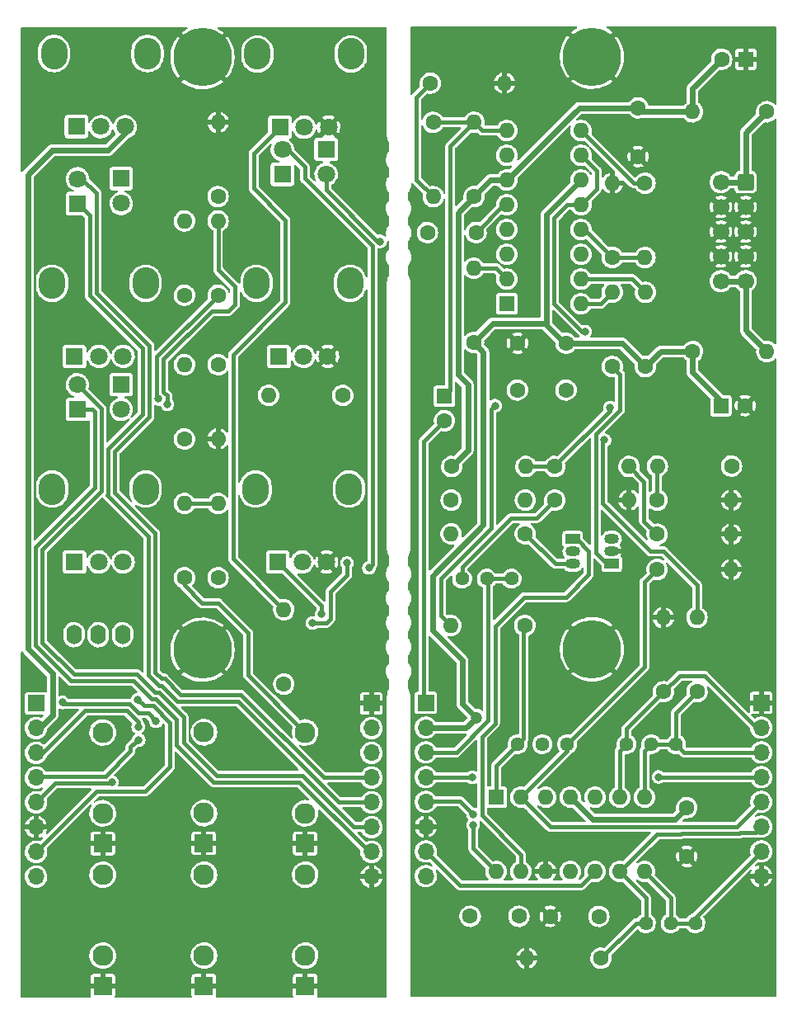
<source format=gbr>
%TF.GenerationSoftware,KiCad,Pcbnew,5.99.0-unknown-fb4343bc8f~130~ubuntu20.04.1*%
%TF.CreationDate,2021-06-28T22:25:33+02:00*%
%TF.ProjectId,MS20-Plus-VCF-v2,4d533230-2d50-46c7-9573-2d5643462d76,rev?*%
%TF.SameCoordinates,Original*%
%TF.FileFunction,Copper,L1,Top*%
%TF.FilePolarity,Positive*%
%FSLAX46Y46*%
G04 Gerber Fmt 4.6, Leading zero omitted, Abs format (unit mm)*
G04 Created by KiCad (PCBNEW 5.99.0-unknown-fb4343bc8f~130~ubuntu20.04.1) date 2021-06-28 22:25:33*
%MOMM*%
%LPD*%
G01*
G04 APERTURE LIST*
G04 Aperture macros list*
%AMRoundRect*
0 Rectangle with rounded corners*
0 $1 Rounding radius*
0 $2 $3 $4 $5 $6 $7 $8 $9 X,Y pos of 4 corners*
0 Add a 4 corners polygon primitive as box body*
4,1,4,$2,$3,$4,$5,$6,$7,$8,$9,$2,$3,0*
0 Add four circle primitives for the rounded corners*
1,1,$1+$1,$2,$3*
1,1,$1+$1,$4,$5*
1,1,$1+$1,$6,$7*
1,1,$1+$1,$8,$9*
0 Add four rect primitives between the rounded corners*
20,1,$1+$1,$2,$3,$4,$5,0*
20,1,$1+$1,$4,$5,$6,$7,0*
20,1,$1+$1,$6,$7,$8,$9,0*
20,1,$1+$1,$8,$9,$2,$3,0*%
G04 Aperture macros list end*
%TA.AperFunction,ComponentPad*%
%ADD10O,1.700000X1.700000*%
%TD*%
%TA.AperFunction,ComponentPad*%
%ADD11R,1.700000X1.700000*%
%TD*%
%TA.AperFunction,ComponentPad*%
%ADD12O,2.720000X3.240000*%
%TD*%
%TA.AperFunction,ComponentPad*%
%ADD13R,1.800000X1.800000*%
%TD*%
%TA.AperFunction,ComponentPad*%
%ADD14C,1.800000*%
%TD*%
%TA.AperFunction,ComponentPad*%
%ADD15C,1.600000*%
%TD*%
%TA.AperFunction,ComponentPad*%
%ADD16O,1.600000X1.600000*%
%TD*%
%TA.AperFunction,ComponentPad*%
%ADD17R,1.930000X1.830000*%
%TD*%
%TA.AperFunction,ComponentPad*%
%ADD18C,2.130000*%
%TD*%
%TA.AperFunction,ComponentPad*%
%ADD19C,6.000000*%
%TD*%
%TA.AperFunction,ComponentPad*%
%ADD20O,1.600000X2.000000*%
%TD*%
%TA.AperFunction,ComponentPad*%
%ADD21R,1.600000X1.600000*%
%TD*%
%TA.AperFunction,ComponentPad*%
%ADD22C,1.440000*%
%TD*%
%TA.AperFunction,ComponentPad*%
%ADD23O,1.500000X1.050000*%
%TD*%
%TA.AperFunction,ComponentPad*%
%ADD24R,1.500000X1.050000*%
%TD*%
%TA.AperFunction,ComponentPad*%
%ADD25C,1.700000*%
%TD*%
%TA.AperFunction,ComponentPad*%
%ADD26RoundRect,0.250000X0.600000X0.600000X-0.600000X0.600000X-0.600000X-0.600000X0.600000X-0.600000X0*%
%TD*%
%TA.AperFunction,ViaPad*%
%ADD27C,1.200000*%
%TD*%
%TA.AperFunction,ViaPad*%
%ADD28C,0.800000*%
%TD*%
%TA.AperFunction,Conductor*%
%ADD29C,0.400000*%
%TD*%
%TA.AperFunction,Conductor*%
%ADD30C,0.600000*%
%TD*%
G04 APERTURE END LIST*
D10*
X114750000Y-139230000D03*
X114750000Y-136690000D03*
X114750000Y-134150000D03*
X114750000Y-131610000D03*
X114750000Y-129070000D03*
X114750000Y-126530000D03*
X114750000Y-123990000D03*
D11*
X114750000Y-121450000D03*
D12*
X63000000Y-54875000D03*
X72600000Y-54875000D03*
D13*
X65300000Y-62375000D03*
D14*
X67800000Y-62375000D03*
X70300000Y-62375000D03*
D15*
X58950000Y-108610000D03*
D16*
X58950000Y-100990000D03*
D15*
X58950000Y-79610000D03*
D16*
X58950000Y-71990000D03*
D17*
X67900000Y-135880000D03*
D18*
X67900000Y-124480000D03*
X67900000Y-132780000D03*
D13*
X49000000Y-67660000D03*
D14*
X49000000Y-70200000D03*
D17*
X57500000Y-135860000D03*
D18*
X57500000Y-124460000D03*
X57500000Y-132760000D03*
D13*
X44500000Y-70210000D03*
D14*
X44500000Y-67670000D03*
D17*
X47100000Y-150480000D03*
D18*
X47100000Y-139080000D03*
X47100000Y-147380000D03*
D15*
X65700000Y-119510000D03*
D16*
X65700000Y-111890000D03*
D13*
X65550000Y-67225000D03*
D14*
X65550000Y-64685000D03*
D15*
X55500000Y-79610000D03*
D16*
X55500000Y-71990000D03*
D13*
X70050000Y-64675000D03*
D14*
X70050000Y-67215000D03*
D19*
X57350000Y-55200000D03*
D15*
X55500000Y-94360000D03*
D16*
X55500000Y-86740000D03*
D19*
X97350000Y-115950000D03*
D17*
X67900000Y-150480000D03*
D18*
X67900000Y-139080000D03*
X67900000Y-147380000D03*
D13*
X49000000Y-88790000D03*
D14*
X49000000Y-91330000D03*
D12*
X51500000Y-99500000D03*
X41900000Y-99500000D03*
D13*
X44200000Y-107000000D03*
D14*
X46700000Y-107000000D03*
X49200000Y-107000000D03*
D17*
X57500000Y-150480000D03*
D18*
X57500000Y-139080000D03*
X57500000Y-147380000D03*
D15*
X71760000Y-89900000D03*
D16*
X64140000Y-89900000D03*
D17*
X47100000Y-135880000D03*
D18*
X47100000Y-124480000D03*
X47100000Y-132780000D03*
D13*
X44500000Y-91340000D03*
D14*
X44500000Y-88800000D03*
D12*
X42100000Y-54825000D03*
X51700000Y-54825000D03*
D13*
X44400000Y-62325000D03*
D14*
X46900000Y-62325000D03*
X49400000Y-62325000D03*
D15*
X55500000Y-108610000D03*
D16*
X55500000Y-100990000D03*
D19*
X97350000Y-55150000D03*
D10*
X80300000Y-139230000D03*
X80300000Y-136690000D03*
X80300000Y-134150000D03*
X80300000Y-131610000D03*
X80300000Y-129070000D03*
X80300000Y-126530000D03*
X80300000Y-123990000D03*
D11*
X80300000Y-121450000D03*
D12*
X62900000Y-78400000D03*
X72500000Y-78400000D03*
D13*
X65200000Y-85900000D03*
D14*
X67700000Y-85900000D03*
X70200000Y-85900000D03*
D12*
X51500000Y-78400000D03*
X41900000Y-78400000D03*
D13*
X44200000Y-85900000D03*
D14*
X46700000Y-85900000D03*
X49200000Y-85900000D03*
D15*
X58950000Y-86740000D03*
D16*
X58950000Y-94360000D03*
D15*
X58950000Y-69510000D03*
D16*
X58950000Y-61890000D03*
D19*
X57350000Y-116000000D03*
D12*
X72400000Y-99500000D03*
X62800000Y-99500000D03*
D13*
X65100000Y-107000000D03*
D14*
X67600000Y-107000000D03*
X70100000Y-107000000D03*
D20*
X49150000Y-114450000D03*
X46650000Y-114450000D03*
X44150000Y-114450000D03*
D16*
X104700000Y-112700000D03*
D15*
X104700000Y-120320000D03*
X113100000Y-90950000D03*
D21*
X110600000Y-90950000D03*
D16*
X111670000Y-100650000D03*
D15*
X104050000Y-100650000D03*
X107100000Y-137200000D03*
X107100000Y-132200000D03*
D16*
X101160000Y-97200000D03*
D15*
X93540000Y-97200000D03*
D16*
X82840000Y-113500000D03*
D15*
X90460000Y-113500000D03*
D11*
X40250000Y-121500000D03*
D10*
X40250000Y-124040000D03*
X40250000Y-126580000D03*
X40250000Y-129120000D03*
X40250000Y-131660000D03*
X40250000Y-134200000D03*
X40250000Y-136740000D03*
X40250000Y-139280000D03*
D16*
X85250000Y-61880000D03*
D15*
X85250000Y-69500000D03*
D16*
X85200000Y-76840000D03*
D15*
X85200000Y-84460000D03*
D16*
X88370000Y-57850000D03*
D15*
X80750000Y-57850000D03*
D16*
X104080000Y-97150000D03*
D15*
X111700000Y-97150000D03*
D16*
X90510000Y-100650000D03*
D15*
X82890000Y-100650000D03*
D22*
X107980000Y-144050000D03*
X105440000Y-144050000D03*
X102900000Y-144050000D03*
D15*
X110682380Y-55400000D03*
D21*
X113182380Y-55400000D03*
D22*
X89720000Y-125700000D03*
X92260000Y-125700000D03*
X94800000Y-125700000D03*
D16*
X99450000Y-79320000D03*
D15*
X99450000Y-86940000D03*
D16*
X111670000Y-104150000D03*
D15*
X104050000Y-104150000D03*
D16*
X81050000Y-69510000D03*
D15*
X81050000Y-61890000D03*
X102100000Y-60390000D03*
X102100000Y-65390000D03*
D16*
X99450000Y-68130000D03*
D15*
X99450000Y-75750000D03*
D16*
X108150000Y-112690000D03*
D15*
X108150000Y-120310000D03*
X89700000Y-84540000D03*
X94700000Y-84540000D03*
D16*
X90660000Y-147650000D03*
D15*
X98280000Y-147650000D03*
D23*
X99377500Y-104630000D03*
X99377500Y-105900000D03*
D24*
X99377500Y-107170000D03*
D15*
X89850000Y-143350000D03*
X84850000Y-143350000D03*
D16*
X107680000Y-60800000D03*
D15*
X115300000Y-60800000D03*
X89700000Y-89340000D03*
X94700000Y-89340000D03*
D25*
X110612500Y-78180000D03*
X113152500Y-78180000D03*
X110612500Y-75640000D03*
X113152500Y-75640000D03*
X110612500Y-73100000D03*
X113152500Y-73100000D03*
X110612500Y-70560000D03*
X113152500Y-70560000D03*
X110612500Y-68020000D03*
D26*
X113152500Y-68020000D03*
D16*
X90570000Y-97200000D03*
D15*
X82950000Y-97200000D03*
X80450000Y-73190000D03*
X85450000Y-73190000D03*
D16*
X82890000Y-104100000D03*
D15*
X90510000Y-104100000D03*
D16*
X115320000Y-85390000D03*
D15*
X107700000Y-85390000D03*
D16*
X101160000Y-100650000D03*
D15*
X93540000Y-100650000D03*
D22*
X105980000Y-125700000D03*
X103440000Y-125700000D03*
X100900000Y-125700000D03*
D16*
X87515000Y-138750000D03*
X90055000Y-138750000D03*
X92595000Y-138750000D03*
X95135000Y-138750000D03*
X97675000Y-138750000D03*
X100215000Y-138750000D03*
X102755000Y-138750000D03*
X102755000Y-131130000D03*
X100215000Y-131130000D03*
X97675000Y-131130000D03*
X95135000Y-131130000D03*
X92595000Y-131130000D03*
X90055000Y-131130000D03*
D21*
X87515000Y-131130000D03*
D16*
X111670000Y-107750000D03*
D15*
X104050000Y-107750000D03*
D16*
X102850000Y-79330000D03*
D15*
X102850000Y-86950000D03*
X82200000Y-92494888D03*
D21*
X82200000Y-89994888D03*
D16*
X102800000Y-75750000D03*
D15*
X102800000Y-68130000D03*
X98065000Y-143355000D03*
X93065000Y-143355000D03*
D16*
X96240000Y-80505000D03*
X96240000Y-77965000D03*
X96240000Y-75425000D03*
X96240000Y-72885000D03*
X96240000Y-70345000D03*
X96240000Y-67805000D03*
X96240000Y-65265000D03*
X96240000Y-62725000D03*
X88620000Y-62725000D03*
X88620000Y-65265000D03*
X88620000Y-67805000D03*
X88620000Y-70345000D03*
X88620000Y-72885000D03*
X88620000Y-75425000D03*
X88620000Y-77965000D03*
D21*
X88620000Y-80505000D03*
D23*
X95380500Y-107170000D03*
X95380500Y-105900000D03*
D24*
X95380500Y-104630000D03*
D11*
X74700000Y-121500000D03*
D10*
X74700000Y-124040000D03*
X74700000Y-126580000D03*
X74700000Y-129120000D03*
X74700000Y-131660000D03*
X74700000Y-134200000D03*
X74700000Y-136740000D03*
X74700000Y-139280000D03*
D22*
X84020000Y-108700000D03*
X86560000Y-108700000D03*
X89100000Y-108700000D03*
D27*
X99450000Y-82250000D03*
D28*
X94050000Y-82500000D03*
D27*
X85000000Y-86700000D03*
D28*
X96650000Y-83350000D03*
X98649500Y-94500000D03*
X87400000Y-90950000D03*
D27*
X85451825Y-122951825D03*
X113550000Y-111150000D03*
X92200000Y-118050000D03*
X94750000Y-74100000D03*
X102900000Y-93000000D03*
X81150000Y-55150000D03*
X92050000Y-86900000D03*
X105700000Y-82900000D03*
D28*
X81950000Y-125300000D03*
D27*
X89400000Y-94250000D03*
X91050000Y-135100000D03*
X85450000Y-120400000D03*
X88950000Y-115650000D03*
X113350000Y-116850000D03*
X96100000Y-97700000D03*
X99150000Y-62600000D03*
X81450000Y-78950000D03*
X112050000Y-86200000D03*
X107700000Y-123800000D03*
X105650000Y-88550000D03*
X95400000Y-92100000D03*
X89350000Y-54950000D03*
X81350000Y-118800000D03*
X87450000Y-126100000D03*
X107450000Y-92900000D03*
X112000000Y-124250000D03*
D28*
X81950000Y-127850000D03*
D27*
X91200000Y-73150000D03*
X102400000Y-53750000D03*
X105200000Y-130550000D03*
X85100000Y-82200000D03*
D28*
X94000000Y-132500000D03*
D27*
X91900000Y-69450000D03*
X84750000Y-138400000D03*
X81450000Y-75200000D03*
X93850000Y-66050000D03*
X105400000Y-76550000D03*
X90950000Y-77850000D03*
X81050000Y-67250000D03*
X97700000Y-110300000D03*
X80950000Y-149350000D03*
X91600000Y-60550000D03*
D28*
X90400000Y-132750000D03*
X85100000Y-130400000D03*
D27*
X105600000Y-63600000D03*
X114300000Y-149500000D03*
X84500000Y-102400000D03*
X114400000Y-143450000D03*
X94700000Y-79150000D03*
X105650000Y-58100000D03*
X105400000Y-69300000D03*
X111850000Y-127700000D03*
X86450000Y-74900000D03*
X84500000Y-98800000D03*
X80300000Y-87200000D03*
X98400000Y-136000000D03*
X88050000Y-111000000D03*
X103950000Y-123300000D03*
D28*
X81900000Y-130450000D03*
D27*
X81400000Y-116650000D03*
X100850000Y-112150000D03*
X84950000Y-110800000D03*
X81150000Y-98900000D03*
X88850000Y-99150000D03*
X106050000Y-127650000D03*
X85150000Y-78950000D03*
X90900000Y-127250000D03*
X81450000Y-82950000D03*
X82600000Y-94700000D03*
X99350000Y-71950000D03*
X86500000Y-135100000D03*
X89050000Y-122350000D03*
D28*
X87750000Y-132750000D03*
D27*
X81050000Y-64100000D03*
X95300000Y-122100000D03*
X106500000Y-116200000D03*
X85450000Y-115900000D03*
X111900000Y-59700000D03*
X88500000Y-106200000D03*
X95950000Y-102000000D03*
X103550000Y-148950000D03*
X93150000Y-108450000D03*
X85200000Y-67250000D03*
X81200000Y-142650000D03*
X85250000Y-64050000D03*
D28*
X85150000Y-134000000D03*
X75599500Y-74100000D03*
X74450000Y-107600000D03*
D27*
X52150000Y-137850000D03*
X42250000Y-95950000D03*
X55300000Y-129800000D03*
X48500000Y-111200000D03*
X58450000Y-83700000D03*
X74800000Y-58600000D03*
X61900000Y-111200000D03*
X62750000Y-137500000D03*
X68950000Y-81050000D03*
X50350000Y-132350000D03*
X47600000Y-120300000D03*
X74750000Y-115150000D03*
X60750000Y-125050000D03*
X57600000Y-105400000D03*
X50400000Y-144650000D03*
X62600000Y-74850000D03*
X62200000Y-71450000D03*
X51800000Y-150000000D03*
X71250000Y-140450000D03*
X51750000Y-96050000D03*
X39750000Y-119000000D03*
X42400000Y-132250000D03*
X50300000Y-108850000D03*
X53050000Y-102200000D03*
X52600000Y-126750000D03*
X40350000Y-59300000D03*
X73450000Y-149850000D03*
X72750000Y-111450000D03*
X49000000Y-75100000D03*
X44450000Y-141050000D03*
X69100000Y-96800000D03*
X46800000Y-57250000D03*
X62500000Y-81700000D03*
X43600000Y-110550000D03*
X58400000Y-90300000D03*
X64500000Y-102550000D03*
X61000000Y-132700000D03*
X67600000Y-56950000D03*
X45450000Y-126500000D03*
X69550000Y-120500000D03*
X71100000Y-144800000D03*
X40600000Y-150150000D03*
X55400000Y-75550000D03*
X67900000Y-90250000D03*
X70800000Y-125600000D03*
X60750000Y-144550000D03*
X74700000Y-145300000D03*
X70200000Y-116500000D03*
X62550000Y-149850000D03*
X45750000Y-104000000D03*
X41400000Y-73250000D03*
X39900000Y-144750000D03*
X42500000Y-127300000D03*
X43150000Y-82350000D03*
X53150000Y-67000000D03*
X51000000Y-129000000D03*
X58650000Y-65400000D03*
X68700000Y-74550000D03*
X45150000Y-116750000D03*
X50150000Y-104700000D03*
D28*
X72200000Y-107100000D03*
X68650000Y-113250000D03*
X69600000Y-112350500D03*
X52799500Y-90250011D03*
X50700500Y-121100000D03*
X50800000Y-125250000D03*
X48036043Y-129586043D03*
X52588957Y-123338957D03*
X42949500Y-121400000D03*
X50750500Y-123900000D03*
X85050000Y-129100000D03*
X85150000Y-132900000D03*
X104200000Y-129050000D03*
X99200000Y-91150000D03*
X53742802Y-90814888D03*
D29*
X87400000Y-90950000D02*
X86999520Y-91350480D01*
X86999520Y-91350480D02*
X86999520Y-103531172D01*
X86999520Y-103531172D02*
X81850000Y-108680692D01*
X81850000Y-108680692D02*
X81850000Y-112510000D01*
X81850000Y-112510000D02*
X82840000Y-113500000D01*
X104700000Y-105900000D02*
X108150000Y-109350000D01*
X98649500Y-94500000D02*
X98449520Y-94699980D01*
X98449520Y-94699980D02*
X98449520Y-100999520D01*
X98449520Y-100999520D02*
X103350000Y-105900000D01*
X103350000Y-105900000D02*
X104700000Y-105900000D01*
X108150000Y-109350000D02*
X108150000Y-112690000D01*
X99200000Y-91150000D02*
X99200000Y-91460730D01*
X99200000Y-91460730D02*
X93540000Y-97120730D01*
X93540000Y-97120730D02*
X93540000Y-97200000D01*
X100215000Y-138750000D02*
X104065960Y-134899040D01*
X104065960Y-134899040D02*
X106520922Y-134899040D01*
X106520922Y-134899040D02*
X106570442Y-134849520D01*
X106570442Y-134849520D02*
X112499750Y-134849520D01*
X112499750Y-134849520D02*
X112599270Y-134750000D01*
X112599270Y-134750000D02*
X114150000Y-134750000D01*
X114150000Y-134750000D02*
X114750000Y-134150000D01*
X114750000Y-131610000D02*
X112210000Y-134150000D01*
X112210000Y-134150000D02*
X106280692Y-134150000D01*
X106280692Y-134150000D02*
X106231172Y-134199520D01*
X106231172Y-134199520D02*
X93124520Y-134199520D01*
X93124520Y-134199520D02*
X90055000Y-131130000D01*
X74450000Y-107600000D02*
X74800000Y-107250000D01*
X74800000Y-107250000D02*
X74800000Y-74572602D01*
X74800000Y-74572602D02*
X67850000Y-67622602D01*
X67850000Y-67622602D02*
X67850000Y-66450000D01*
X67850000Y-66450000D02*
X66085000Y-64685000D01*
X66085000Y-64685000D02*
X65550000Y-64685000D01*
D30*
X94700000Y-84540000D02*
X94540000Y-84540000D01*
X94540000Y-84540000D02*
X92660000Y-82660000D01*
X92660000Y-82660000D02*
X92660000Y-82500000D01*
D29*
X96240000Y-70345000D02*
X94830692Y-70345000D01*
X94830692Y-70345000D02*
X93459520Y-71716172D01*
X96350000Y-83350000D02*
X96650000Y-83350000D01*
X93459520Y-71716172D02*
X93459520Y-80459520D01*
X93459520Y-80459520D02*
X96350000Y-83350000D01*
D30*
X85250000Y-69500000D02*
X83600489Y-71149511D01*
X84599511Y-95550489D02*
X82950000Y-97200000D01*
X83600489Y-71149511D02*
X83600489Y-87800489D01*
X83600489Y-87800489D02*
X84599511Y-88799511D01*
X84599511Y-88799511D02*
X84599511Y-95550489D01*
D29*
X40970000Y-126580000D02*
X40250000Y-126580000D01*
X45300000Y-122250000D02*
X40970000Y-126580000D01*
X50750500Y-123900000D02*
X50750500Y-123450500D01*
X50750500Y-123450500D02*
X49550000Y-122250000D01*
X49550000Y-122250000D02*
X45300000Y-122250000D01*
X53742802Y-90814888D02*
X53742802Y-89921211D01*
X60000000Y-81250000D02*
X60700000Y-80550000D01*
X53742802Y-89921211D02*
X53349520Y-89527929D01*
X53349520Y-89527929D02*
X53349520Y-86199750D01*
X53349520Y-86199750D02*
X58299270Y-81250000D01*
X58299270Y-81250000D02*
X60000000Y-81250000D01*
X60700000Y-80550000D02*
X60700000Y-78750000D01*
X60700000Y-78750000D02*
X58950000Y-77000000D01*
X58950000Y-77000000D02*
X58950000Y-71990000D01*
X52799500Y-90250011D02*
X52650000Y-90100511D01*
X52650000Y-90100511D02*
X52650000Y-85910000D01*
X52650000Y-85910000D02*
X58950000Y-79610000D01*
X45750000Y-71460000D02*
X44500000Y-70210000D01*
X71349270Y-131660000D02*
X60989270Y-121300000D01*
X45750000Y-79650000D02*
X45750000Y-71460000D01*
X60989270Y-121300000D02*
X54789912Y-121300000D01*
X74700000Y-131660000D02*
X71349270Y-131660000D01*
X51800000Y-104350000D02*
X47544635Y-100094635D01*
X54789912Y-121300000D02*
X53141355Y-119651443D01*
X53141355Y-119651443D02*
X52851443Y-119651443D01*
X52851443Y-119651443D02*
X51800000Y-118600000D01*
X47649040Y-95350960D02*
X51200000Y-91800000D01*
X51800000Y-118600000D02*
X51800000Y-104350000D01*
X47544635Y-100094635D02*
X47649040Y-99990230D01*
X51200000Y-85100000D02*
X45750000Y-79650000D01*
X47649040Y-99990230D02*
X47649040Y-95350960D01*
X51200000Y-91800000D02*
X51200000Y-85100000D01*
X51899519Y-84810249D02*
X46450000Y-79360730D01*
X74700000Y-129120000D02*
X69820000Y-129120000D01*
X51899519Y-92089751D02*
X51899519Y-84810249D01*
X48348560Y-95640710D02*
X51899519Y-92089751D01*
X48348560Y-99909290D02*
X48348560Y-95640710D01*
X52499519Y-104060249D02*
X48348560Y-99909290D01*
X46450000Y-79360730D02*
X46450000Y-69150000D01*
X46450000Y-69150000D02*
X44970000Y-67670000D01*
X53141190Y-118951920D02*
X52499520Y-118310250D01*
X53451920Y-118951920D02*
X53141190Y-118951920D01*
X55100000Y-120600000D02*
X53451920Y-118951920D01*
X52499520Y-118310250D02*
X52499519Y-104060249D01*
X61300000Y-120600000D02*
X55100000Y-120600000D01*
X69820000Y-129120000D02*
X61300000Y-120600000D01*
X44970000Y-67670000D02*
X44500000Y-67670000D01*
X46949520Y-99700480D02*
X46949520Y-91249520D01*
X40899040Y-105750960D02*
X46949520Y-99700480D01*
X40899040Y-115259770D02*
X40899040Y-105750960D01*
X44139270Y-118500000D02*
X40899040Y-115259770D01*
X50589270Y-118500000D02*
X44139270Y-118500000D01*
X52440232Y-120350962D02*
X50589270Y-118500000D01*
X52851604Y-120350962D02*
X52440232Y-120350962D01*
X58800480Y-128900480D02*
X55400000Y-125500000D01*
X67600480Y-128900480D02*
X58800480Y-128900480D01*
X55400000Y-125500000D02*
X55399999Y-122899357D01*
X55399999Y-122899357D02*
X52851604Y-120350962D01*
X72900000Y-134200000D02*
X67600480Y-128900480D01*
X74700000Y-134200000D02*
X72900000Y-134200000D01*
X46949520Y-91249520D02*
X44500000Y-88800000D01*
X46250000Y-99410730D02*
X46250000Y-91539270D01*
X40199520Y-115549520D02*
X40199521Y-105461209D01*
X40199521Y-105461209D02*
X46250000Y-99410730D01*
X50299520Y-119199520D02*
X43849520Y-119199520D01*
X43849520Y-119199520D02*
X40199520Y-115549520D01*
X52561853Y-121050481D02*
X52150481Y-121050481D01*
X46050730Y-91340000D02*
X44500000Y-91340000D01*
X54700480Y-123189108D02*
X52561853Y-121050481D01*
X58510729Y-129599999D02*
X54700480Y-125789750D01*
X54700480Y-125789750D02*
X54700480Y-123189108D01*
X67300000Y-129600000D02*
X58510729Y-129599999D01*
X74440000Y-136740000D02*
X67300000Y-129600000D01*
X52150481Y-121050481D02*
X50299520Y-119199520D01*
X74700000Y-136740000D02*
X74440000Y-136740000D01*
X46250000Y-91539270D02*
X46050730Y-91340000D01*
X40370000Y-129000000D02*
X40250000Y-129120000D01*
X47350000Y-129000000D02*
X40370000Y-129000000D01*
X49950489Y-126399511D02*
X47350000Y-129000000D01*
X50800000Y-125250000D02*
X50599511Y-125450489D01*
X50477409Y-125450489D02*
X49950489Y-125977409D01*
X50599511Y-125450489D02*
X50477409Y-125450489D01*
X49950489Y-125977409D02*
X49950489Y-126399511D01*
D30*
X40250000Y-124040000D02*
X40609022Y-124040000D01*
X49400000Y-63000000D02*
X49400000Y-62325000D01*
X40609022Y-124040000D02*
X41950000Y-122699022D01*
X41950000Y-122699022D02*
X41950000Y-118450000D01*
X41950000Y-118450000D02*
X39400000Y-115900000D01*
X47650000Y-64750000D02*
X49400000Y-63000000D01*
X39400000Y-115900000D02*
X39400000Y-67250000D01*
X39400000Y-67250000D02*
X41900000Y-64750000D01*
X41900000Y-64750000D02*
X47650000Y-64750000D01*
D29*
X52588957Y-123338957D02*
X51750000Y-122500000D01*
X51750000Y-122500000D02*
X50800000Y-122500000D01*
X50800000Y-122500000D02*
X49850000Y-121550000D01*
X49850000Y-121550000D02*
X43099500Y-121550000D01*
X43099500Y-121550000D02*
X42949500Y-121400000D01*
X75599500Y-74100000D02*
X75350000Y-74100000D01*
X75350000Y-74100000D02*
X70050000Y-68800000D01*
X70050000Y-68800000D02*
X70050000Y-67215000D01*
D30*
X107100000Y-132200000D02*
X105900000Y-133400000D01*
X97405000Y-133400000D02*
X95135000Y-131130000D01*
X105900000Y-133400000D02*
X97405000Y-133400000D01*
D29*
X90055000Y-138750000D02*
X90055000Y-137005000D01*
X90055000Y-137005000D02*
X86049511Y-132999511D01*
X86049511Y-132999511D02*
X86049511Y-124898353D01*
X86049511Y-124898353D02*
X87399520Y-123548344D01*
X87399520Y-123548344D02*
X87399520Y-113600480D01*
X87399520Y-113600480D02*
X90400000Y-110600000D01*
X90400000Y-110600000D02*
X94700000Y-110600000D01*
X97000000Y-108300000D02*
X97000000Y-105845610D01*
X94700000Y-110600000D02*
X97000000Y-108300000D01*
X95784390Y-104630000D02*
X95380500Y-104630000D01*
X97000000Y-105845610D02*
X95784390Y-104630000D01*
X99450000Y-86940000D02*
X100249999Y-87739999D01*
X100249999Y-91400001D02*
X97750000Y-93900000D01*
X97750000Y-93900000D02*
X97750000Y-106050000D01*
X98870000Y-107170000D02*
X99377500Y-107170000D01*
X100249999Y-87739999D02*
X100249999Y-91400001D01*
X97750000Y-106050000D02*
X98870000Y-107170000D01*
D30*
X85451825Y-122951825D02*
X84050000Y-121550000D01*
X84050000Y-121550000D02*
X84050000Y-117100000D01*
X84050000Y-117100000D02*
X81000000Y-114050000D01*
X81000000Y-114050000D02*
X81000000Y-108400000D01*
X81000000Y-108400000D02*
X86200000Y-103200000D01*
X86200000Y-103200000D02*
X86200000Y-85460000D01*
X86200000Y-85460000D02*
X85200000Y-84460000D01*
D29*
X97850000Y-68735000D02*
X96240000Y-70345000D01*
X97850000Y-66875000D02*
X97850000Y-68735000D01*
X96240000Y-65265000D02*
X97850000Y-66875000D01*
X85450000Y-73190000D02*
X88295000Y-70345000D01*
X88295000Y-70345000D02*
X88620000Y-70345000D01*
X82800969Y-89393919D02*
X82200000Y-89994888D01*
X81060000Y-61880000D02*
X81050000Y-61890000D01*
X85250000Y-61880000D02*
X82800969Y-64329031D01*
X86095000Y-62725000D02*
X85250000Y-61880000D01*
X82800969Y-64329031D02*
X82800969Y-89393919D01*
X85250000Y-61880000D02*
X81060000Y-61880000D01*
X88620000Y-62725000D02*
X86095000Y-62725000D01*
X82200000Y-92494888D02*
X80050489Y-94644399D01*
X80050489Y-94644399D02*
X80050489Y-121200489D01*
X80050489Y-121200489D02*
X80300000Y-121450000D01*
D30*
X107700000Y-85390000D02*
X107700000Y-87550000D01*
X85451825Y-122951825D02*
X84413650Y-123990000D01*
X96240000Y-67805000D02*
X92660000Y-71385000D01*
X92660000Y-71385000D02*
X92660000Y-82500000D01*
X87160000Y-82500000D02*
X85200000Y-84460000D01*
X107700000Y-87550000D02*
X110600000Y-90450000D01*
X107700000Y-85390000D02*
X104410000Y-85390000D01*
X102850000Y-86950000D02*
X100440000Y-84540000D01*
X100440000Y-84540000D02*
X94700000Y-84540000D01*
X104410000Y-85390000D02*
X102850000Y-86950000D01*
X84413650Y-123990000D02*
X80300000Y-123990000D01*
X110600000Y-90450000D02*
X110600000Y-90950000D01*
X92660000Y-82500000D02*
X87160000Y-82500000D01*
X107680000Y-60800000D02*
X107680000Y-58402380D01*
X88620000Y-67805000D02*
X86945000Y-67805000D01*
X107680000Y-60800000D02*
X102510000Y-60800000D01*
X107680000Y-58402380D02*
X110682380Y-55400000D01*
X102100000Y-60390000D02*
X96035000Y-60390000D01*
X86945000Y-67805000D02*
X85250000Y-69500000D01*
X96035000Y-60390000D02*
X88620000Y-67805000D01*
D29*
X85150000Y-134000000D02*
X85150000Y-136385000D01*
X85150000Y-136385000D02*
X87515000Y-138750000D01*
X43955000Y-68135000D02*
X43945000Y-68145000D01*
X70050000Y-113250000D02*
X70500000Y-112800000D01*
X72200000Y-108350000D02*
X72200000Y-107100000D01*
X70500000Y-110050000D02*
X72200000Y-108350000D01*
X70500000Y-112800000D02*
X70500000Y-110050000D01*
X68650000Y-113250000D02*
X70050000Y-113250000D01*
X69600000Y-112350500D02*
X69600000Y-111500000D01*
X69600000Y-111500000D02*
X65100000Y-107000000D01*
X57300000Y-111200000D02*
X58950000Y-111200000D01*
X55500000Y-108610000D02*
X55500000Y-109400000D01*
X58950000Y-111200000D02*
X62050000Y-114300000D01*
X55500000Y-109400000D02*
X57300000Y-111200000D01*
X62050000Y-118630000D02*
X67900000Y-124480000D01*
X62050000Y-114300000D02*
X62050000Y-118630000D01*
D30*
X110612500Y-68020000D02*
X113152500Y-68020000D01*
X113152500Y-68020000D02*
X113152500Y-62947500D01*
X113152500Y-62947500D02*
X115300000Y-60800000D01*
X113152500Y-78180000D02*
X113152500Y-83222500D01*
X110612500Y-78180000D02*
X113152500Y-78180000D01*
X113152500Y-83222500D02*
X115320000Y-85390000D01*
D29*
X50700500Y-121100000D02*
X51350500Y-121750000D01*
X53999511Y-128000489D02*
X51450480Y-130549520D01*
X51350500Y-121750000D02*
X52272102Y-121750000D01*
X52272102Y-121750000D02*
X53999511Y-123477409D01*
X51450480Y-130549520D02*
X46440480Y-130549520D01*
X53999511Y-123477409D02*
X53999511Y-128000489D01*
X46440480Y-130549520D02*
X40250000Y-136740000D01*
X47800480Y-129699520D02*
X42210480Y-129699520D01*
X47913957Y-129586043D02*
X47800480Y-129699520D01*
X48036043Y-129586043D02*
X47913957Y-129586043D01*
X42210480Y-129699520D02*
X40250000Y-131660000D01*
X60500000Y-85700000D02*
X65850000Y-80350000D01*
X62600000Y-65075000D02*
X65300000Y-62375000D01*
X65700000Y-111890000D02*
X60500000Y-106690000D01*
X62600000Y-68654982D02*
X62600000Y-65075000D01*
X60500000Y-106690000D02*
X60500000Y-85700000D01*
X65850000Y-80350000D02*
X65850000Y-71904982D01*
X65850000Y-71904982D02*
X62600000Y-68654982D01*
X55500000Y-100990000D02*
X58950000Y-100990000D01*
X96275489Y-140149511D02*
X97675000Y-138750000D01*
X83759511Y-140149511D02*
X96275489Y-140149511D01*
X80300000Y-136690000D02*
X83759511Y-140149511D01*
X85050000Y-129100000D02*
X85020000Y-129070000D01*
X85020000Y-129070000D02*
X80300000Y-129070000D01*
X80360000Y-131550000D02*
X80300000Y-131610000D01*
X83800000Y-131550000D02*
X80360000Y-131550000D01*
X85150000Y-132900000D02*
X83800000Y-131550000D01*
X83428594Y-126530000D02*
X80300000Y-126530000D01*
X86700000Y-108840000D02*
X86700000Y-123258594D01*
X89100000Y-108700000D02*
X86560000Y-108700000D01*
X86700000Y-123258594D02*
X83428594Y-126530000D01*
X86560000Y-108700000D02*
X86700000Y-108840000D01*
X105440000Y-141435000D02*
X102755000Y-138750000D01*
X105440000Y-144050000D02*
X105440000Y-141435000D01*
X107980000Y-143460000D02*
X114750000Y-136690000D01*
X107980000Y-144050000D02*
X107980000Y-143460000D01*
X107980000Y-144050000D02*
X105440000Y-144050000D01*
X98280000Y-147650000D02*
X101880000Y-144050000D01*
X101880000Y-144050000D02*
X102900000Y-144050000D01*
X102900000Y-144050000D02*
X102900000Y-141435000D01*
X102900000Y-141435000D02*
X100215000Y-138750000D01*
X104220000Y-129070000D02*
X114750000Y-129070000D01*
X104200000Y-129050000D02*
X104220000Y-129070000D01*
X87515000Y-131130000D02*
X87515000Y-127905000D01*
X90350000Y-113610000D02*
X90350000Y-125070000D01*
X87515000Y-127905000D02*
X89720000Y-125700000D01*
X90350000Y-125070000D02*
X89720000Y-125700000D01*
X90460000Y-113500000D02*
X90350000Y-113610000D01*
X102750000Y-117750000D02*
X102750000Y-109050000D01*
X90055000Y-131130000D02*
X94800000Y-126385000D01*
X94800000Y-126385000D02*
X94800000Y-125700000D01*
X102750000Y-109050000D02*
X104050000Y-107750000D01*
X94800000Y-125700000D02*
X102750000Y-117750000D01*
X106810000Y-126530000D02*
X105980000Y-125700000D01*
X103440000Y-125700000D02*
X105980000Y-125700000D01*
X102755000Y-131130000D02*
X102755000Y-126385000D01*
X105980000Y-125700000D02*
X105980000Y-122480000D01*
X105980000Y-122480000D02*
X108150000Y-120310000D01*
X114750000Y-126530000D02*
X106810000Y-126530000D01*
X102755000Y-126385000D02*
X103440000Y-125700000D01*
X100215000Y-131130000D02*
X100215000Y-126385000D01*
X100215000Y-126385000D02*
X100900000Y-125700000D01*
X114240000Y-123990000D02*
X108900000Y-118650000D01*
X108900000Y-118650000D02*
X106370000Y-118650000D01*
X114750000Y-123990000D02*
X114240000Y-123990000D01*
X106370000Y-118650000D02*
X104700000Y-120320000D01*
X100900000Y-124120000D02*
X104700000Y-120320000D01*
X100900000Y-125700000D02*
X100900000Y-124120000D01*
X93580000Y-107170000D02*
X95380500Y-107170000D01*
X90510000Y-104100000D02*
X93580000Y-107170000D01*
X104050000Y-97180000D02*
X104080000Y-97150000D01*
X104050000Y-100650000D02*
X104050000Y-97180000D01*
X96240000Y-77965000D02*
X101485000Y-77965000D01*
X101485000Y-77965000D02*
X102850000Y-79330000D01*
X96585000Y-72885000D02*
X96240000Y-72885000D01*
X102800000Y-75750000D02*
X99450000Y-75750000D01*
X99450000Y-75750000D02*
X96585000Y-72885000D01*
X96240000Y-80505000D02*
X98265000Y-80505000D01*
X98265000Y-80505000D02*
X99450000Y-79320000D01*
X93540000Y-97200000D02*
X90570000Y-97200000D01*
X102800000Y-68130000D02*
X101645000Y-68130000D01*
X101645000Y-68130000D02*
X96240000Y-62725000D01*
X102700000Y-102800000D02*
X104050000Y-104150000D01*
X102700000Y-98740000D02*
X102700000Y-102800000D01*
X101160000Y-97200000D02*
X102700000Y-98740000D01*
X87495000Y-76840000D02*
X88620000Y-77965000D01*
X85200000Y-76840000D02*
X87495000Y-76840000D01*
X80750000Y-57850000D02*
X79300000Y-59300000D01*
X79300000Y-59300000D02*
X79300000Y-67760000D01*
X79300000Y-67760000D02*
X81050000Y-69510000D01*
X91690000Y-102500000D02*
X89019962Y-102500000D01*
X89019962Y-102500000D02*
X84020000Y-107499962D01*
X84020000Y-107499962D02*
X84020000Y-108700000D01*
X93540000Y-100650000D02*
X91690000Y-102500000D01*
%TA.AperFunction,Conductor*%
G36*
X55809730Y-52118907D02*
G01*
X55845694Y-52168407D01*
X55845694Y-52229593D01*
X55809730Y-52279093D01*
X55795790Y-52287560D01*
X55714948Y-52327954D01*
X55710217Y-52330653D01*
X55409664Y-52524718D01*
X55405253Y-52527923D01*
X55214492Y-52683226D01*
X55207258Y-52694429D01*
X55207399Y-52696987D01*
X55209644Y-52700434D01*
X57338914Y-54829704D01*
X57350797Y-54835758D01*
X57355828Y-54834962D01*
X59487509Y-52703281D01*
X59493563Y-52691398D01*
X59492903Y-52687230D01*
X59492155Y-52686242D01*
X59458688Y-52655305D01*
X59454494Y-52651835D01*
X59166711Y-52439275D01*
X59162178Y-52436298D01*
X58901025Y-52284607D01*
X58860204Y-52239030D01*
X58853968Y-52178163D01*
X58884699Y-52125255D01*
X58940660Y-52100516D01*
X58950750Y-52100000D01*
X76201000Y-52100000D01*
X76259191Y-52118907D01*
X76295155Y-52168407D01*
X76300000Y-52199000D01*
X76300000Y-63191662D01*
X76297482Y-63213849D01*
X76295000Y-63224642D01*
X76295081Y-63225000D01*
X76295000Y-63225000D01*
X76295442Y-63234001D01*
X76295442Y-63234002D01*
X76298828Y-63302923D01*
X76300802Y-63343110D01*
X76301514Y-63346689D01*
X76341107Y-63545733D01*
X76346887Y-63574793D01*
X76348747Y-63579283D01*
X76348748Y-63579287D01*
X76429344Y-63773862D01*
X76437285Y-63793033D01*
X76439989Y-63797079D01*
X76439989Y-63797080D01*
X76483316Y-63861924D01*
X76500000Y-63916925D01*
X76500000Y-64854525D01*
X76482096Y-64911309D01*
X76463873Y-64937335D01*
X76369404Y-65072250D01*
X76273231Y-65278493D01*
X76272113Y-65282666D01*
X76222477Y-65467910D01*
X76214333Y-65498302D01*
X76194500Y-65725000D01*
X76214333Y-65951698D01*
X76215452Y-65955872D01*
X76215452Y-65955875D01*
X76241132Y-66051712D01*
X76273231Y-66171507D01*
X76369404Y-66377750D01*
X76371885Y-66381293D01*
X76371886Y-66381295D01*
X76482096Y-66538691D01*
X76500000Y-66595475D01*
X76500000Y-67354525D01*
X76482096Y-67411309D01*
X76392166Y-67539743D01*
X76369404Y-67572250D01*
X76273231Y-67778493D01*
X76264407Y-67811424D01*
X76222676Y-67967167D01*
X76214333Y-67998302D01*
X76194500Y-68225000D01*
X76214333Y-68451698D01*
X76215452Y-68455872D01*
X76215452Y-68455875D01*
X76228158Y-68503295D01*
X76273231Y-68671507D01*
X76369404Y-68877750D01*
X76371885Y-68881293D01*
X76371886Y-68881295D01*
X76482096Y-69038691D01*
X76500000Y-69095475D01*
X76500000Y-69854525D01*
X76482096Y-69911309D01*
X76407682Y-70017584D01*
X76369404Y-70072250D01*
X76273231Y-70278493D01*
X76214333Y-70498302D01*
X76194500Y-70725000D01*
X76214333Y-70951698D01*
X76215452Y-70955872D01*
X76215452Y-70955875D01*
X76241321Y-71052417D01*
X76273231Y-71171507D01*
X76369404Y-71377750D01*
X76371885Y-71381293D01*
X76371886Y-71381295D01*
X76482096Y-71538691D01*
X76500000Y-71595475D01*
X76500000Y-72354525D01*
X76482096Y-72411309D01*
X76427542Y-72489221D01*
X76369404Y-72572250D01*
X76273231Y-72778493D01*
X76272113Y-72782666D01*
X76221712Y-72970765D01*
X76214333Y-72998302D01*
X76194500Y-73225000D01*
X76214333Y-73451698D01*
X76215452Y-73455876D01*
X76215453Y-73455879D01*
X76219479Y-73470903D01*
X76216278Y-73532004D01*
X76177774Y-73579555D01*
X76118674Y-73595392D01*
X76057996Y-73570446D01*
X76014849Y-73532004D01*
X76002138Y-73520679D01*
X75908128Y-73470903D01*
X75857603Y-73444151D01*
X75857600Y-73444150D01*
X75852329Y-73441359D01*
X75757279Y-73417484D01*
X75693713Y-73401517D01*
X75693710Y-73401517D01*
X75687923Y-73400063D01*
X75602234Y-73399615D01*
X75524378Y-73399207D01*
X75524376Y-73399207D01*
X75518412Y-73399176D01*
X75512609Y-73400569D01*
X75512610Y-73400569D01*
X75442152Y-73417484D01*
X75381155Y-73412683D01*
X75349037Y-73391223D01*
X70579496Y-68621682D01*
X70551719Y-68567165D01*
X70550500Y-68551678D01*
X70550500Y-68368603D01*
X70569407Y-68310412D01*
X70601127Y-68282226D01*
X70703311Y-68225000D01*
X70732803Y-68208484D01*
X70902417Y-68067417D01*
X71043484Y-67897803D01*
X71134799Y-67734748D01*
X71149061Y-67709282D01*
X71149062Y-67709280D01*
X71151279Y-67705321D01*
X71154111Y-67696980D01*
X71220733Y-67500716D01*
X71222192Y-67496418D01*
X71224348Y-67481552D01*
X71253428Y-67280990D01*
X71253428Y-67280984D01*
X71253848Y-67278091D01*
X71255500Y-67215000D01*
X71254551Y-67204664D01*
X71235729Y-66999833D01*
X71235314Y-66995315D01*
X71175431Y-66782987D01*
X71163111Y-66758004D01*
X71079869Y-66589205D01*
X71079867Y-66589201D01*
X71077858Y-66585128D01*
X70968927Y-66439252D01*
X70948577Y-66412000D01*
X70948576Y-66411999D01*
X70945861Y-66408363D01*
X70783862Y-66258613D01*
X70765305Y-66246904D01*
X70601123Y-66143313D01*
X70597286Y-66140892D01*
X70430662Y-66074416D01*
X70423233Y-66071452D01*
X70376191Y-66032328D01*
X70361130Y-65973025D01*
X70383803Y-65916196D01*
X70435549Y-65883546D01*
X70459918Y-65880500D01*
X70950000Y-65880500D01*
X70978188Y-65879197D01*
X71055526Y-65857192D01*
X71077352Y-65850982D01*
X71077353Y-65850982D01*
X71086173Y-65848472D01*
X71175767Y-65780814D01*
X71234870Y-65685359D01*
X71247334Y-65618683D01*
X71254658Y-65579507D01*
X71254659Y-65579502D01*
X71255500Y-65575000D01*
X71255500Y-63775000D01*
X71254197Y-63746812D01*
X71223472Y-63638827D01*
X71155814Y-63549233D01*
X71060359Y-63490130D01*
X71027808Y-63484045D01*
X70974082Y-63454767D01*
X70947827Y-63399501D01*
X70947760Y-63387904D01*
X70940947Y-63375158D01*
X70311086Y-62745296D01*
X70299203Y-62739242D01*
X70294172Y-62740038D01*
X69661305Y-63372906D01*
X69641565Y-63411649D01*
X69640964Y-63415444D01*
X69597700Y-63458709D01*
X69552754Y-63469500D01*
X69150000Y-63469500D01*
X69121812Y-63470803D01*
X69086628Y-63480814D01*
X69022648Y-63499018D01*
X69022647Y-63499018D01*
X69013827Y-63501528D01*
X68924233Y-63569186D01*
X68865130Y-63664641D01*
X68863444Y-63673662D01*
X68845342Y-63770493D01*
X68845341Y-63770498D01*
X68844500Y-63775000D01*
X68844500Y-65575000D01*
X68845803Y-65603188D01*
X68876528Y-65711173D01*
X68944186Y-65800767D01*
X69039641Y-65859870D01*
X69087314Y-65868782D01*
X69145493Y-65879658D01*
X69145498Y-65879659D01*
X69150000Y-65880500D01*
X69644623Y-65880500D01*
X69702814Y-65899407D01*
X69738778Y-65948907D01*
X69738778Y-66010093D01*
X69702814Y-66059593D01*
X69678889Y-66072381D01*
X69531019Y-66126933D01*
X69341425Y-66239730D01*
X69338010Y-66242725D01*
X69338007Y-66242727D01*
X69238967Y-66329583D01*
X69175561Y-66385189D01*
X69038983Y-66558438D01*
X69036870Y-66562453D01*
X69036870Y-66562454D01*
X68947766Y-66731812D01*
X68936263Y-66753675D01*
X68870843Y-66964362D01*
X68870309Y-66968872D01*
X68870309Y-66968873D01*
X68845446Y-67178940D01*
X68844913Y-67183444D01*
X68850925Y-67275166D01*
X68856127Y-67354525D01*
X68859342Y-67403582D01*
X68860458Y-67407975D01*
X68860458Y-67407977D01*
X68898076Y-67556098D01*
X68913646Y-67617404D01*
X68987909Y-67778493D01*
X68990340Y-67783767D01*
X68997532Y-67844528D01*
X68967635Y-67897912D01*
X68912070Y-67923528D01*
X68852060Y-67911591D01*
X68830430Y-67895218D01*
X68379496Y-67444284D01*
X68351719Y-67389767D01*
X68350500Y-67374280D01*
X68350500Y-66516504D01*
X68351846Y-66504459D01*
X68351750Y-66504451D01*
X68352316Y-66497419D01*
X68353872Y-66490541D01*
X68350690Y-66439252D01*
X68350500Y-66433122D01*
X68350500Y-66415086D01*
X68348754Y-66402892D01*
X68347944Y-66394990D01*
X68345434Y-66354529D01*
X68345434Y-66354527D01*
X68344997Y-66347491D01*
X68341518Y-66337854D01*
X68336635Y-66318270D01*
X68335182Y-66308123D01*
X68330039Y-66296812D01*
X68315481Y-66264792D01*
X68312485Y-66257432D01*
X68298726Y-66219318D01*
X68298725Y-66219316D01*
X68296330Y-66212682D01*
X68292169Y-66206986D01*
X68292166Y-66206981D01*
X68290286Y-66204408D01*
X68280103Y-66186982D01*
X68278780Y-66184073D01*
X68278779Y-66184072D01*
X68275860Y-66177651D01*
X68271258Y-66172310D01*
X68271256Y-66172307D01*
X68244789Y-66141590D01*
X68239850Y-66135370D01*
X68233064Y-66126081D01*
X68233060Y-66126077D01*
X68230809Y-66122995D01*
X68218629Y-66110815D01*
X68213634Y-66105435D01*
X68186906Y-66074416D01*
X68182303Y-66069074D01*
X68175679Y-66064780D01*
X68159526Y-66051712D01*
X66777030Y-64669216D01*
X66749253Y-64614699D01*
X66748449Y-64608270D01*
X66735729Y-64469832D01*
X66735314Y-64465315D01*
X66675431Y-64252987D01*
X66660712Y-64223139D01*
X66579869Y-64059205D01*
X66579867Y-64059201D01*
X66577858Y-64055128D01*
X66445861Y-63878363D01*
X66283862Y-63728613D01*
X66282070Y-63727482D01*
X66247821Y-63677647D01*
X66249424Y-63616482D01*
X66286673Y-63567942D01*
X66315651Y-63554312D01*
X66327349Y-63550984D01*
X66327355Y-63550981D01*
X66336173Y-63548472D01*
X66425767Y-63480814D01*
X66484870Y-63385359D01*
X66495903Y-63326338D01*
X66504658Y-63279507D01*
X66504659Y-63279502D01*
X66505500Y-63275000D01*
X66505500Y-62885575D01*
X66524407Y-62827384D01*
X66573907Y-62791420D01*
X66635093Y-62791420D01*
X66684593Y-62827384D01*
X66694406Y-62844127D01*
X66756006Y-62977750D01*
X66883331Y-63157910D01*
X66886585Y-63161079D01*
X66886585Y-63161080D01*
X66992615Y-63264370D01*
X67041354Y-63311849D01*
X67224785Y-63434414D01*
X67427480Y-63521499D01*
X67642651Y-63570187D01*
X67752871Y-63574518D01*
X67858558Y-63578670D01*
X67858559Y-63578670D01*
X67863091Y-63578848D01*
X67972254Y-63563020D01*
X68076924Y-63547844D01*
X68076928Y-63547843D01*
X68081418Y-63547192D01*
X68135982Y-63528670D01*
X68286024Y-63477738D01*
X68286027Y-63477736D01*
X68290321Y-63476279D01*
X68298857Y-63471499D01*
X68376997Y-63427738D01*
X68482803Y-63368484D01*
X68652417Y-63227417D01*
X68793484Y-63057803D01*
X68884790Y-62894764D01*
X68899061Y-62869282D01*
X68899062Y-62869280D01*
X68901279Y-62865321D01*
X68907500Y-62846996D01*
X68956996Y-62701185D01*
X68993605Y-62652160D01*
X69052038Y-62634016D01*
X69109976Y-62653684D01*
X69146696Y-62708640D01*
X69162998Y-62772833D01*
X69166019Y-62781363D01*
X69254538Y-62973376D01*
X69259059Y-62981207D01*
X69281282Y-63012652D01*
X69291969Y-63020632D01*
X69292718Y-63020642D01*
X69298849Y-63016940D01*
X69929704Y-62386086D01*
X69934946Y-62375797D01*
X70664242Y-62375797D01*
X70665038Y-62380828D01*
X71299454Y-63015243D01*
X71310216Y-63020726D01*
X71317716Y-63013516D01*
X71398604Y-62869079D01*
X71402281Y-62860821D01*
X71470247Y-62660599D01*
X71472358Y-62651808D01*
X71502929Y-62440964D01*
X71503426Y-62435140D01*
X71504924Y-62377914D01*
X71504734Y-62372101D01*
X71485237Y-62159924D01*
X71483590Y-62151038D01*
X71426196Y-61947536D01*
X71422955Y-61939093D01*
X71329442Y-61749466D01*
X71324714Y-61741750D01*
X71320307Y-61735848D01*
X71309416Y-61728151D01*
X71307967Y-61728170D01*
X71302874Y-61731337D01*
X70670296Y-62363914D01*
X70664242Y-62375797D01*
X69934946Y-62375797D01*
X69935758Y-62374203D01*
X69934962Y-62369172D01*
X69298798Y-61733009D01*
X69288441Y-61727732D01*
X69280566Y-61735505D01*
X69188835Y-61909855D01*
X69185380Y-61918198D01*
X69144605Y-62049515D01*
X69109292Y-62099482D01*
X69051354Y-62119150D01*
X68992921Y-62101006D01*
X68954775Y-62047031D01*
X68926663Y-61947356D01*
X68925431Y-61942987D01*
X68916827Y-61925539D01*
X68829869Y-61749205D01*
X68829867Y-61749201D01*
X68827858Y-61745128D01*
X68746368Y-61636000D01*
X68698577Y-61572000D01*
X68698576Y-61571999D01*
X68695861Y-61568363D01*
X68533862Y-61418613D01*
X68508685Y-61402727D01*
X68452034Y-61366983D01*
X69655014Y-61366983D01*
X69659710Y-61375499D01*
X70288914Y-62004704D01*
X70300797Y-62010758D01*
X70305828Y-62009962D01*
X70938608Y-61377181D01*
X70944486Y-61365643D01*
X70938393Y-61358965D01*
X70850896Y-61303758D01*
X70842843Y-61299655D01*
X70646451Y-61221303D01*
X70637792Y-61218738D01*
X70430411Y-61177487D01*
X70421418Y-61176542D01*
X70209997Y-61173774D01*
X70200979Y-61174484D01*
X69992595Y-61210291D01*
X69983868Y-61212629D01*
X69785493Y-61285814D01*
X69777331Y-61289707D01*
X69663272Y-61357566D01*
X69655014Y-61366983D01*
X68452034Y-61366983D01*
X68351123Y-61303313D01*
X68347286Y-61300892D01*
X68142380Y-61219143D01*
X67926009Y-61176104D01*
X67817318Y-61174681D01*
X67709958Y-61173275D01*
X67709953Y-61173275D01*
X67705418Y-61173216D01*
X67700945Y-61173985D01*
X67700940Y-61173985D01*
X67593033Y-61192527D01*
X67487994Y-61210576D01*
X67281019Y-61286933D01*
X67091425Y-61399730D01*
X67088010Y-61402725D01*
X67088007Y-61402727D01*
X66959663Y-61515282D01*
X66925561Y-61545189D01*
X66788983Y-61718438D01*
X66786870Y-61722453D01*
X66786870Y-61722454D01*
X66692114Y-61902554D01*
X66648286Y-61945249D01*
X66587734Y-61954028D01*
X66533586Y-61925539D01*
X66506524Y-61870663D01*
X66505500Y-61856458D01*
X66505500Y-61475000D01*
X66504197Y-61446812D01*
X66481483Y-61366983D01*
X66475982Y-61347648D01*
X66475982Y-61347647D01*
X66473472Y-61338827D01*
X66405814Y-61249233D01*
X66310359Y-61190130D01*
X66262686Y-61181218D01*
X66204507Y-61170342D01*
X66204502Y-61170341D01*
X66200000Y-61169500D01*
X64400000Y-61169500D01*
X64371812Y-61170803D01*
X64348321Y-61177487D01*
X64272648Y-61199018D01*
X64272647Y-61199018D01*
X64263827Y-61201528D01*
X64174233Y-61269186D01*
X64115130Y-61364641D01*
X64112786Y-61377181D01*
X64095342Y-61470493D01*
X64095341Y-61470498D01*
X64094500Y-61475000D01*
X64094500Y-62831678D01*
X64075593Y-62889869D01*
X64065504Y-62901682D01*
X62293118Y-64674068D01*
X62283649Y-64681634D01*
X62283711Y-64681707D01*
X62278339Y-64686279D01*
X62272375Y-64690042D01*
X62241564Y-64724929D01*
X62238358Y-64728559D01*
X62234158Y-64733028D01*
X62221405Y-64745781D01*
X62219293Y-64748599D01*
X62219286Y-64748607D01*
X62214013Y-64755643D01*
X62208998Y-64761802D01*
X62177499Y-64797469D01*
X62174505Y-64803847D01*
X62174502Y-64803851D01*
X62173142Y-64806749D01*
X62162749Y-64824046D01*
X62156602Y-64832247D01*
X62154127Y-64838850D01*
X62139895Y-64876812D01*
X62136810Y-64884133D01*
X62116588Y-64927206D01*
X62115503Y-64934177D01*
X62115011Y-64937335D01*
X62109892Y-64956847D01*
X62106292Y-64966451D01*
X62105770Y-64973482D01*
X62102765Y-65013914D01*
X62101859Y-65021803D01*
X62099500Y-65036955D01*
X62099500Y-65054178D01*
X62099228Y-65061514D01*
X62095671Y-65109382D01*
X62097144Y-65116283D01*
X62097319Y-65117105D01*
X62099500Y-65137770D01*
X62099500Y-68588478D01*
X62098154Y-68600523D01*
X62098250Y-68600531D01*
X62097684Y-68607563D01*
X62096128Y-68614441D01*
X62097118Y-68630398D01*
X62099310Y-68665730D01*
X62099500Y-68671860D01*
X62099500Y-68689896D01*
X62100000Y-68693386D01*
X62100000Y-68693389D01*
X62101246Y-68702088D01*
X62102056Y-68709992D01*
X62105003Y-68757491D01*
X62107398Y-68764124D01*
X62108482Y-68767128D01*
X62113365Y-68786712D01*
X62114818Y-68796859D01*
X62117738Y-68803282D01*
X62117739Y-68803284D01*
X62134519Y-68840190D01*
X62137515Y-68847550D01*
X62150821Y-68884407D01*
X62153670Y-68892300D01*
X62157831Y-68897996D01*
X62157834Y-68898001D01*
X62159714Y-68900574D01*
X62169897Y-68918000D01*
X62171220Y-68920909D01*
X62174140Y-68927331D01*
X62178742Y-68932672D01*
X62178744Y-68932675D01*
X62205211Y-68963392D01*
X62210150Y-68969612D01*
X62216936Y-68978901D01*
X62216940Y-68978905D01*
X62219191Y-68981987D01*
X62231371Y-68994167D01*
X62236366Y-68999547D01*
X62241529Y-69005539D01*
X62267697Y-69035908D01*
X62274321Y-69040202D01*
X62290474Y-69053270D01*
X65320504Y-72083300D01*
X65348281Y-72137817D01*
X65349500Y-72153304D01*
X65349500Y-80101678D01*
X65330593Y-80159869D01*
X65320504Y-80171682D01*
X60193118Y-85299068D01*
X60183649Y-85306634D01*
X60183711Y-85306707D01*
X60178339Y-85311279D01*
X60172375Y-85315042D01*
X60156661Y-85332835D01*
X60138358Y-85353559D01*
X60134158Y-85358028D01*
X60121405Y-85370781D01*
X60119293Y-85373599D01*
X60119286Y-85373607D01*
X60114013Y-85380643D01*
X60108998Y-85386802D01*
X60077499Y-85422469D01*
X60074505Y-85428847D01*
X60074502Y-85428851D01*
X60073142Y-85431749D01*
X60062749Y-85449046D01*
X60056602Y-85457247D01*
X60048437Y-85479028D01*
X60039895Y-85501812D01*
X60036810Y-85509133D01*
X60016588Y-85552206D01*
X60015503Y-85559177D01*
X60015011Y-85562335D01*
X60009892Y-85581847D01*
X60006292Y-85591451D01*
X60005770Y-85598482D01*
X60002765Y-85638914D01*
X60001859Y-85646803D01*
X59999500Y-85661955D01*
X59999500Y-85679178D01*
X59999228Y-85686514D01*
X59995671Y-85734382D01*
X59997144Y-85741283D01*
X59997319Y-85742105D01*
X59999500Y-85762770D01*
X59999500Y-86008226D01*
X59980593Y-86066417D01*
X59931093Y-86102381D01*
X59869907Y-86102381D01*
X59822647Y-86069381D01*
X59753485Y-85981334D01*
X59753483Y-85981332D01*
X59750572Y-85977626D01*
X59747016Y-85974540D01*
X59747012Y-85974536D01*
X59595527Y-85843084D01*
X59595526Y-85843083D01*
X59591967Y-85839995D01*
X59410198Y-85734839D01*
X59345647Y-85712423D01*
X59216270Y-85667495D01*
X59216264Y-85667494D01*
X59211825Y-85665952D01*
X59004003Y-85635820D01*
X58879289Y-85641592D01*
X58798942Y-85645311D01*
X58798941Y-85645311D01*
X58794234Y-85645529D01*
X58590084Y-85694729D01*
X58398922Y-85781646D01*
X58227644Y-85903142D01*
X58082430Y-86054834D01*
X57968520Y-86231249D01*
X57966762Y-86235610D01*
X57966762Y-86235611D01*
X57904590Y-86389881D01*
X57890025Y-86426021D01*
X57889124Y-86430634D01*
X57889123Y-86430638D01*
X57868616Y-86535650D01*
X57849776Y-86632122D01*
X57849764Y-86636835D01*
X57849240Y-86836849D01*
X57849226Y-86842116D01*
X57850104Y-86846738D01*
X57850104Y-86846743D01*
X57871496Y-86959414D01*
X57888395Y-87048425D01*
X57965870Y-87243605D01*
X57968410Y-87247584D01*
X58076316Y-87416639D01*
X58076320Y-87416644D01*
X58078854Y-87420614D01*
X58223272Y-87573064D01*
X58227102Y-87575811D01*
X58227103Y-87575812D01*
X58321138Y-87643259D01*
X58393911Y-87695456D01*
X58434689Y-87714255D01*
X58576523Y-87779641D01*
X58584616Y-87783372D01*
X58589183Y-87784498D01*
X58589186Y-87784499D01*
X58686560Y-87808506D01*
X58788505Y-87833641D01*
X58872927Y-87837991D01*
X58993516Y-87844206D01*
X58993521Y-87844206D01*
X58998221Y-87844448D01*
X59002882Y-87843797D01*
X59002885Y-87843797D01*
X59201530Y-87816056D01*
X59201533Y-87816055D01*
X59206197Y-87815404D01*
X59210661Y-87813880D01*
X59400469Y-87749079D01*
X59400472Y-87749078D01*
X59404929Y-87747556D01*
X59587246Y-87643354D01*
X59746569Y-87506556D01*
X59822967Y-87410337D01*
X59873960Y-87376522D01*
X59935090Y-87379137D01*
X59983007Y-87417184D01*
X59999500Y-87471898D01*
X59999500Y-93629033D01*
X59980593Y-93687224D01*
X59931093Y-93723188D01*
X59869907Y-93723188D01*
X59822647Y-93690187D01*
X59753122Y-93601677D01*
X59746653Y-93594884D01*
X59595237Y-93463491D01*
X59587595Y-93458041D01*
X59414066Y-93357652D01*
X59405543Y-93353750D01*
X59216473Y-93288093D01*
X59206373Y-93289829D01*
X59205362Y-93290867D01*
X59204000Y-93296708D01*
X59204000Y-95419528D01*
X59208122Y-95432213D01*
X59209402Y-95433144D01*
X59210892Y-95433274D01*
X59400268Y-95368622D01*
X59408812Y-95364764D01*
X59582867Y-95265283D01*
X59590532Y-95259876D01*
X59742630Y-95129282D01*
X59749143Y-95122514D01*
X59822968Y-95029537D01*
X59873960Y-94995722D01*
X59935090Y-94998337D01*
X59983007Y-95036384D01*
X59999500Y-95091098D01*
X59999500Y-100258226D01*
X59980593Y-100316417D01*
X59931093Y-100352381D01*
X59869907Y-100352381D01*
X59822647Y-100319381D01*
X59753485Y-100231334D01*
X59753483Y-100231332D01*
X59750572Y-100227626D01*
X59747016Y-100224540D01*
X59747012Y-100224536D01*
X59595527Y-100093084D01*
X59595526Y-100093083D01*
X59591967Y-100089995D01*
X59410198Y-99984839D01*
X59345647Y-99962423D01*
X59216270Y-99917495D01*
X59216264Y-99917494D01*
X59211825Y-99915952D01*
X59004003Y-99885820D01*
X58879289Y-99891592D01*
X58798942Y-99895311D01*
X58798941Y-99895311D01*
X58794234Y-99895529D01*
X58590084Y-99944729D01*
X58398922Y-100031646D01*
X58227644Y-100153142D01*
X58082430Y-100304834D01*
X58025654Y-100392764D01*
X57992441Y-100444202D01*
X57944992Y-100482831D01*
X57909272Y-100489500D01*
X56540483Y-100489500D01*
X56482292Y-100470593D01*
X56452470Y-100435830D01*
X56444239Y-100419847D01*
X56430290Y-100392764D01*
X56394373Y-100347039D01*
X56303485Y-100231334D01*
X56303483Y-100231332D01*
X56300572Y-100227626D01*
X56297016Y-100224540D01*
X56297012Y-100224536D01*
X56145527Y-100093084D01*
X56145526Y-100093083D01*
X56141967Y-100089995D01*
X55960198Y-99984839D01*
X55895647Y-99962423D01*
X55766270Y-99917495D01*
X55766264Y-99917494D01*
X55761825Y-99915952D01*
X55554003Y-99885820D01*
X55429289Y-99891592D01*
X55348942Y-99895311D01*
X55348941Y-99895311D01*
X55344234Y-99895529D01*
X55140084Y-99944729D01*
X54948922Y-100031646D01*
X54777644Y-100153142D01*
X54632430Y-100304834D01*
X54575654Y-100392764D01*
X54525401Y-100470593D01*
X54518520Y-100481249D01*
X54516762Y-100485610D01*
X54516762Y-100485611D01*
X54511656Y-100498282D01*
X54440025Y-100676021D01*
X54439124Y-100680634D01*
X54439123Y-100680638D01*
X54408806Y-100835883D01*
X54399776Y-100882122D01*
X54399226Y-101092116D01*
X54400104Y-101096738D01*
X54400104Y-101096743D01*
X54405017Y-101122618D01*
X54438395Y-101298425D01*
X54515870Y-101493605D01*
X54518410Y-101497584D01*
X54626316Y-101666639D01*
X54626320Y-101666644D01*
X54628854Y-101670614D01*
X54773272Y-101823064D01*
X54777102Y-101825811D01*
X54777103Y-101825812D01*
X54871270Y-101893354D01*
X54943911Y-101945456D01*
X54948192Y-101947429D01*
X54948191Y-101947429D01*
X55060229Y-101999079D01*
X55134616Y-102033372D01*
X55139183Y-102034498D01*
X55139186Y-102034499D01*
X55236561Y-102058507D01*
X55338505Y-102083641D01*
X55422927Y-102087991D01*
X55543516Y-102094206D01*
X55543521Y-102094206D01*
X55548221Y-102094448D01*
X55552882Y-102093797D01*
X55552885Y-102093797D01*
X55751530Y-102066056D01*
X55751533Y-102066055D01*
X55756197Y-102065404D01*
X55760661Y-102063880D01*
X55950469Y-101999079D01*
X55950472Y-101999078D01*
X55954929Y-101997556D01*
X56137246Y-101893354D01*
X56296569Y-101756556D01*
X56367531Y-101667184D01*
X56424219Y-101595790D01*
X56424221Y-101595787D01*
X56427150Y-101592098D01*
X56452393Y-101543710D01*
X56496071Y-101500863D01*
X56540167Y-101490500D01*
X57909632Y-101490500D01*
X57967823Y-101509407D01*
X57993077Y-101536230D01*
X58078854Y-101670614D01*
X58223272Y-101823064D01*
X58227102Y-101825811D01*
X58227103Y-101825812D01*
X58321270Y-101893354D01*
X58393911Y-101945456D01*
X58398192Y-101947429D01*
X58398191Y-101947429D01*
X58510229Y-101999079D01*
X58584616Y-102033372D01*
X58589183Y-102034498D01*
X58589186Y-102034499D01*
X58686561Y-102058507D01*
X58788505Y-102083641D01*
X58872927Y-102087991D01*
X58993516Y-102094206D01*
X58993521Y-102094206D01*
X58998221Y-102094448D01*
X59002882Y-102093797D01*
X59002885Y-102093797D01*
X59201530Y-102066056D01*
X59201533Y-102066055D01*
X59206197Y-102065404D01*
X59210661Y-102063880D01*
X59400469Y-101999079D01*
X59400472Y-101999078D01*
X59404929Y-101997556D01*
X59587246Y-101893354D01*
X59746569Y-101756556D01*
X59817531Y-101667184D01*
X59822968Y-101660337D01*
X59873960Y-101626522D01*
X59935090Y-101629137D01*
X59983007Y-101667184D01*
X59999500Y-101721898D01*
X59999500Y-106623496D01*
X59998154Y-106635541D01*
X59998250Y-106635549D01*
X59997684Y-106642581D01*
X59996128Y-106649459D01*
X59997628Y-106673636D01*
X59999310Y-106700748D01*
X59999500Y-106706878D01*
X59999500Y-106724914D01*
X60000000Y-106728404D01*
X60000000Y-106728407D01*
X60001246Y-106737106D01*
X60002056Y-106745010D01*
X60004527Y-106784833D01*
X60005003Y-106792509D01*
X60007398Y-106799142D01*
X60008482Y-106802146D01*
X60013365Y-106821730D01*
X60014818Y-106831877D01*
X60017738Y-106838300D01*
X60017739Y-106838302D01*
X60034519Y-106875208D01*
X60037515Y-106882568D01*
X60050664Y-106918990D01*
X60053670Y-106927318D01*
X60057831Y-106933014D01*
X60057834Y-106933019D01*
X60059714Y-106935592D01*
X60069897Y-106953018D01*
X60071220Y-106955927D01*
X60074140Y-106962349D01*
X60078742Y-106967690D01*
X60078744Y-106967693D01*
X60105211Y-106998410D01*
X60110150Y-107004630D01*
X60116936Y-107013919D01*
X60116940Y-107013923D01*
X60119191Y-107017005D01*
X60131371Y-107029185D01*
X60136366Y-107034565D01*
X60167697Y-107070926D01*
X60174321Y-107075220D01*
X60190474Y-107088288D01*
X64609002Y-111506816D01*
X64636779Y-111561333D01*
X64636163Y-111595795D01*
X64600679Y-111777497D01*
X64599776Y-111782122D01*
X64599226Y-111992116D01*
X64600104Y-111996738D01*
X64600104Y-111996743D01*
X64625363Y-112129782D01*
X64638395Y-112198425D01*
X64715870Y-112393605D01*
X64718410Y-112397584D01*
X64826316Y-112566639D01*
X64826320Y-112566644D01*
X64828854Y-112570614D01*
X64973272Y-112723064D01*
X64977102Y-112725811D01*
X64977103Y-112725812D01*
X65136926Y-112840446D01*
X65143911Y-112845456D01*
X65148192Y-112847429D01*
X65148191Y-112847429D01*
X65310328Y-112922175D01*
X65334616Y-112933372D01*
X65339183Y-112934498D01*
X65339186Y-112934499D01*
X65393111Y-112947794D01*
X65538505Y-112983641D01*
X65622927Y-112987991D01*
X65743516Y-112994206D01*
X65743521Y-112994206D01*
X65748221Y-112994448D01*
X65752882Y-112993797D01*
X65752885Y-112993797D01*
X65951530Y-112966056D01*
X65951533Y-112966055D01*
X65956197Y-112965404D01*
X66037447Y-112937665D01*
X66150469Y-112899079D01*
X66150472Y-112899078D01*
X66154929Y-112897556D01*
X66337246Y-112793354D01*
X66496569Y-112656556D01*
X66567964Y-112566639D01*
X66624219Y-112495790D01*
X66624221Y-112495787D01*
X66627150Y-112492098D01*
X66695624Y-112360841D01*
X66722095Y-112310099D01*
X66722096Y-112310097D01*
X66724277Y-112305916D01*
X66784446Y-112104726D01*
X66805485Y-111895788D01*
X66805500Y-111890000D01*
X66786535Y-111691230D01*
X66786003Y-111685650D01*
X66786003Y-111685649D01*
X66785555Y-111680955D01*
X66737266Y-111516351D01*
X66727768Y-111483976D01*
X66727768Y-111483975D01*
X66726441Y-111479453D01*
X66630290Y-111292764D01*
X66524603Y-111158218D01*
X66503485Y-111131334D01*
X66503483Y-111131332D01*
X66500572Y-111127626D01*
X66497016Y-111124540D01*
X66497012Y-111124536D01*
X66345527Y-110993084D01*
X66345526Y-110993083D01*
X66341967Y-110989995D01*
X66160198Y-110884839D01*
X66095647Y-110862423D01*
X65966270Y-110817495D01*
X65966264Y-110817494D01*
X65961825Y-110815952D01*
X65754003Y-110785820D01*
X65629289Y-110791592D01*
X65548942Y-110795311D01*
X65548941Y-110795311D01*
X65544234Y-110795529D01*
X65412137Y-110827365D01*
X65351138Y-110822618D01*
X65318939Y-110801125D01*
X61029496Y-106511682D01*
X61001719Y-106457165D01*
X61000500Y-106441678D01*
X61000500Y-106100000D01*
X63894500Y-106100000D01*
X63894500Y-107900000D01*
X63895803Y-107928188D01*
X63926528Y-108036173D01*
X63994186Y-108125767D01*
X64089641Y-108184870D01*
X64136823Y-108193690D01*
X64195493Y-108204658D01*
X64195498Y-108204659D01*
X64200000Y-108205500D01*
X65556678Y-108205500D01*
X65614869Y-108224407D01*
X65626682Y-108234496D01*
X69070504Y-111678318D01*
X69098281Y-111732835D01*
X69099500Y-111748322D01*
X69099500Y-111815076D01*
X69080593Y-111873267D01*
X69078103Y-111876341D01*
X69075711Y-111878428D01*
X68978240Y-112017115D01*
X68976073Y-112022673D01*
X68976072Y-112022675D01*
X68957854Y-112069404D01*
X68916665Y-112175049D01*
X68894539Y-112343112D01*
X68895194Y-112349045D01*
X68895194Y-112349049D01*
X68906860Y-112454717D01*
X68894452Y-112514631D01*
X68849198Y-112555809D01*
X68784341Y-112561597D01*
X68738423Y-112550063D01*
X68652734Y-112549615D01*
X68574878Y-112549207D01*
X68574876Y-112549207D01*
X68568912Y-112549176D01*
X68404082Y-112588748D01*
X68325827Y-112629138D01*
X68258756Y-112663756D01*
X68258754Y-112663758D01*
X68253450Y-112666495D01*
X68248955Y-112670417D01*
X68248951Y-112670419D01*
X68192526Y-112719642D01*
X68125711Y-112777928D01*
X68122282Y-112782807D01*
X68040565Y-112899079D01*
X68028240Y-112916615D01*
X68026073Y-112922173D01*
X68026072Y-112922175D01*
X67975865Y-113050953D01*
X67966665Y-113074549D01*
X67944539Y-113242612D01*
X67963140Y-113411102D01*
X67965189Y-113416702D01*
X67965190Y-113416705D01*
X67990999Y-113487230D01*
X68021395Y-113570290D01*
X68115940Y-113710988D01*
X68120352Y-113715003D01*
X68120355Y-113715006D01*
X68236899Y-113821053D01*
X68241317Y-113825073D01*
X68246566Y-113827923D01*
X68382470Y-113901712D01*
X68390288Y-113905957D01*
X68396058Y-113907471D01*
X68396061Y-113907472D01*
X68522482Y-113940638D01*
X68554253Y-113948973D01*
X68560222Y-113949067D01*
X68560224Y-113949067D01*
X68623307Y-113950058D01*
X68723745Y-113951635D01*
X68729561Y-113950303D01*
X68883157Y-113915125D01*
X68883160Y-113915124D01*
X68888980Y-113913791D01*
X68901544Y-113907472D01*
X69035084Y-113840309D01*
X69035086Y-113840308D01*
X69040418Y-113837626D01*
X69044957Y-113833749D01*
X69044962Y-113833746D01*
X69114658Y-113774220D01*
X69171186Y-113750805D01*
X69178953Y-113750500D01*
X69983496Y-113750500D01*
X69995541Y-113751846D01*
X69995549Y-113751750D01*
X70002581Y-113752316D01*
X70009459Y-113753872D01*
X70060747Y-113750690D01*
X70066878Y-113750500D01*
X70084914Y-113750500D01*
X70088404Y-113750000D01*
X70088407Y-113750000D01*
X70094793Y-113749085D01*
X70097108Y-113748754D01*
X70105010Y-113747944D01*
X70145471Y-113745434D01*
X70145473Y-113745434D01*
X70152509Y-113744997D01*
X70162145Y-113741518D01*
X70181730Y-113736635D01*
X70191877Y-113735182D01*
X70198300Y-113732262D01*
X70198302Y-113732261D01*
X70235208Y-113715481D01*
X70242568Y-113712485D01*
X70280682Y-113698726D01*
X70280684Y-113698725D01*
X70287318Y-113696330D01*
X70293014Y-113692169D01*
X70293019Y-113692166D01*
X70295592Y-113690286D01*
X70313018Y-113680103D01*
X70315927Y-113678780D01*
X70315928Y-113678779D01*
X70322349Y-113675860D01*
X70327690Y-113671258D01*
X70327693Y-113671256D01*
X70358410Y-113644789D01*
X70364630Y-113639850D01*
X70373919Y-113633064D01*
X70373923Y-113633060D01*
X70377005Y-113630809D01*
X70389185Y-113618629D01*
X70394565Y-113613634D01*
X70425584Y-113586906D01*
X70430926Y-113582303D01*
X70435220Y-113575679D01*
X70448288Y-113559526D01*
X70806882Y-113200932D01*
X70816351Y-113193366D01*
X70816289Y-113193293D01*
X70821661Y-113188721D01*
X70827625Y-113184958D01*
X70861642Y-113146441D01*
X70865842Y-113141972D01*
X70878595Y-113129219D01*
X70880707Y-113126401D01*
X70880714Y-113126393D01*
X70885987Y-113119357D01*
X70891003Y-113113196D01*
X70922501Y-113077531D01*
X70925495Y-113071153D01*
X70925498Y-113071149D01*
X70926858Y-113068251D01*
X70937252Y-113050953D01*
X70939169Y-113048395D01*
X70943398Y-113042753D01*
X70960105Y-112998188D01*
X70963190Y-112990867D01*
X70980413Y-112954181D01*
X70983412Y-112947794D01*
X70984989Y-112937664D01*
X70990108Y-112918152D01*
X70991233Y-112915152D01*
X70991233Y-112915150D01*
X70993708Y-112908549D01*
X70997235Y-112861086D01*
X70998141Y-112853194D01*
X71000500Y-112838045D01*
X71000500Y-112820822D01*
X71000772Y-112813486D01*
X71002496Y-112790285D01*
X71004329Y-112765618D01*
X71002681Y-112757898D01*
X71000500Y-112737230D01*
X71000500Y-110298322D01*
X71019407Y-110240131D01*
X71029496Y-110228318D01*
X72506882Y-108750932D01*
X72516351Y-108743366D01*
X72516289Y-108743293D01*
X72521661Y-108738721D01*
X72527625Y-108734958D01*
X72561642Y-108696441D01*
X72565842Y-108691972D01*
X72578595Y-108679219D01*
X72580707Y-108676401D01*
X72580714Y-108676393D01*
X72585987Y-108669357D01*
X72591003Y-108663196D01*
X72605742Y-108646507D01*
X72622501Y-108627531D01*
X72625495Y-108621153D01*
X72625498Y-108621149D01*
X72626858Y-108618251D01*
X72637252Y-108600953D01*
X72639169Y-108598395D01*
X72643398Y-108592753D01*
X72660105Y-108548188D01*
X72663190Y-108540867D01*
X72680413Y-108504181D01*
X72683412Y-108497794D01*
X72684989Y-108487664D01*
X72690108Y-108468152D01*
X72691233Y-108465152D01*
X72691233Y-108465150D01*
X72693708Y-108458549D01*
X72697235Y-108411086D01*
X72698141Y-108403194D01*
X72698490Y-108400955D01*
X72700500Y-108388045D01*
X72700500Y-108370822D01*
X72700772Y-108363486D01*
X72703806Y-108322651D01*
X72704329Y-108315618D01*
X72702856Y-108308717D01*
X72702681Y-108307895D01*
X72700500Y-108287230D01*
X72700500Y-107635538D01*
X72719340Y-107577553D01*
X72719316Y-107577536D01*
X72719370Y-107577461D01*
X72723879Y-107571187D01*
X72814750Y-107444726D01*
X72814751Y-107444724D01*
X72818234Y-107439877D01*
X72822018Y-107430466D01*
X72879237Y-107288130D01*
X72879238Y-107288128D01*
X72881461Y-107282597D01*
X72882945Y-107272175D01*
X72904889Y-107117981D01*
X72904889Y-107117977D01*
X72905345Y-107114775D01*
X72905500Y-107100000D01*
X72887713Y-106953018D01*
X72885852Y-106937637D01*
X72885851Y-106937634D01*
X72885135Y-106931715D01*
X72825217Y-106773145D01*
X72808872Y-106749362D01*
X72732583Y-106638362D01*
X72729203Y-106633444D01*
X72658274Y-106570249D01*
X72607092Y-106524647D01*
X72607090Y-106524646D01*
X72602638Y-106520679D01*
X72585646Y-106511682D01*
X72458103Y-106444151D01*
X72458100Y-106444150D01*
X72452829Y-106441359D01*
X72370626Y-106420711D01*
X72294213Y-106401517D01*
X72294210Y-106401517D01*
X72288423Y-106400063D01*
X72202734Y-106399615D01*
X72124878Y-106399207D01*
X72124876Y-106399207D01*
X72118912Y-106399176D01*
X71954082Y-106438748D01*
X71918400Y-106457165D01*
X71808756Y-106513756D01*
X71808754Y-106513758D01*
X71803450Y-106516495D01*
X71798955Y-106520417D01*
X71798951Y-106520419D01*
X71707567Y-106600139D01*
X71675711Y-106627928D01*
X71670355Y-106635549D01*
X71606781Y-106726006D01*
X71578240Y-106766615D01*
X71576073Y-106772173D01*
X71576072Y-106772175D01*
X71526549Y-106899198D01*
X71516665Y-106924549D01*
X71515886Y-106930466D01*
X71501481Y-107039882D01*
X71486772Y-107070720D01*
X71495139Y-107098044D01*
X71501709Y-107157561D01*
X71508119Y-107215618D01*
X71513140Y-107261102D01*
X71515189Y-107266702D01*
X71515190Y-107266705D01*
X71536957Y-107326185D01*
X71571395Y-107420290D01*
X71574720Y-107425238D01*
X71574721Y-107425240D01*
X71592961Y-107452384D01*
X71665940Y-107560988D01*
X71670354Y-107565004D01*
X71674255Y-107569524D01*
X71672328Y-107571187D01*
X71697443Y-107615217D01*
X71699500Y-107635293D01*
X71699500Y-108101678D01*
X71680593Y-108159869D01*
X71670504Y-108171682D01*
X70193118Y-109649068D01*
X70183649Y-109656634D01*
X70183711Y-109656707D01*
X70178339Y-109661279D01*
X70172375Y-109665042D01*
X70165922Y-109672349D01*
X70138358Y-109703559D01*
X70134158Y-109708028D01*
X70121405Y-109720781D01*
X70119293Y-109723599D01*
X70119286Y-109723607D01*
X70114013Y-109730643D01*
X70108998Y-109736802D01*
X70077499Y-109772469D01*
X70074505Y-109778847D01*
X70074502Y-109778851D01*
X70073142Y-109781749D01*
X70062749Y-109799046D01*
X70056602Y-109807247D01*
X70054127Y-109813850D01*
X70039895Y-109851812D01*
X70036810Y-109859133D01*
X70016588Y-109902206D01*
X70015503Y-109909177D01*
X70015011Y-109912335D01*
X70009892Y-109931847D01*
X70006292Y-109941451D01*
X70005770Y-109948482D01*
X70002765Y-109988914D01*
X70001859Y-109996803D01*
X69999500Y-110011955D01*
X69999500Y-110029178D01*
X69999228Y-110036514D01*
X69995671Y-110084382D01*
X69997144Y-110091283D01*
X69997319Y-110092105D01*
X69999500Y-110112770D01*
X69999500Y-110952678D01*
X69980593Y-111010869D01*
X69931093Y-111046833D01*
X69869907Y-111046833D01*
X69830496Y-111022682D01*
X67112928Y-108305114D01*
X67085151Y-108250597D01*
X67094722Y-108190165D01*
X67137987Y-108146900D01*
X67198419Y-108137329D01*
X67222008Y-108144148D01*
X67227480Y-108146499D01*
X67442651Y-108195187D01*
X67551229Y-108199453D01*
X67658558Y-108203670D01*
X67658559Y-108203670D01*
X67663091Y-108203848D01*
X67793980Y-108184870D01*
X67876924Y-108172844D01*
X67876928Y-108172843D01*
X67881418Y-108172192D01*
X67898960Y-108166237D01*
X68086024Y-108102738D01*
X68086027Y-108102736D01*
X68090321Y-108101279D01*
X68253688Y-108009789D01*
X69455251Y-108009789D01*
X69455258Y-108009834D01*
X69460781Y-108016049D01*
X69521250Y-108056453D01*
X69529199Y-108060769D01*
X69723456Y-108144228D01*
X69732067Y-108147026D01*
X69938290Y-108193690D01*
X69947249Y-108194869D01*
X70158532Y-108203171D01*
X70167559Y-108202697D01*
X70376808Y-108172358D01*
X70385599Y-108170247D01*
X70585821Y-108102281D01*
X70594079Y-108098604D01*
X70737648Y-108018202D01*
X70745849Y-108009330D01*
X70740947Y-108000158D01*
X70111086Y-107370296D01*
X70099203Y-107364242D01*
X70094172Y-107365038D01*
X69461305Y-107997906D01*
X69455251Y-108009789D01*
X68253688Y-108009789D01*
X68282803Y-107993484D01*
X68452417Y-107852417D01*
X68593484Y-107682803D01*
X68674860Y-107537495D01*
X68699061Y-107494282D01*
X68699062Y-107494280D01*
X68701279Y-107490321D01*
X68715582Y-107448188D01*
X68756996Y-107326185D01*
X68793605Y-107277160D01*
X68852038Y-107259016D01*
X68909976Y-107278684D01*
X68946696Y-107333640D01*
X68962998Y-107397833D01*
X68966019Y-107406363D01*
X69054538Y-107598376D01*
X69059059Y-107606207D01*
X69081282Y-107637652D01*
X69091969Y-107645632D01*
X69092718Y-107645642D01*
X69098849Y-107641940D01*
X69729704Y-107011086D01*
X69734946Y-107000797D01*
X70464242Y-107000797D01*
X70465038Y-107005828D01*
X71099454Y-107640243D01*
X71110216Y-107645726D01*
X71117716Y-107638516D01*
X71198604Y-107494079D01*
X71202281Y-107485821D01*
X71270247Y-107285599D01*
X71272358Y-107276808D01*
X71298762Y-107094702D01*
X71313885Y-107064035D01*
X71304362Y-107024369D01*
X71304924Y-107002914D01*
X71304734Y-106997101D01*
X71285237Y-106784924D01*
X71283590Y-106776038D01*
X71226196Y-106572536D01*
X71222955Y-106564093D01*
X71129442Y-106374466D01*
X71124714Y-106366750D01*
X71120307Y-106360848D01*
X71109416Y-106353151D01*
X71107967Y-106353170D01*
X71102874Y-106356337D01*
X70470296Y-106988914D01*
X70464242Y-107000797D01*
X69734946Y-107000797D01*
X69735758Y-106999203D01*
X69734962Y-106994172D01*
X69098798Y-106358009D01*
X69088441Y-106352732D01*
X69080566Y-106360505D01*
X68988835Y-106534855D01*
X68985380Y-106543198D01*
X68944605Y-106674515D01*
X68909292Y-106724482D01*
X68851354Y-106744150D01*
X68792921Y-106726006D01*
X68754775Y-106672031D01*
X68726663Y-106572356D01*
X68725431Y-106567987D01*
X68716827Y-106550539D01*
X68629869Y-106374205D01*
X68629867Y-106374201D01*
X68627858Y-106370128D01*
X68495861Y-106193363D01*
X68333862Y-106043613D01*
X68308685Y-106027727D01*
X68252034Y-105991983D01*
X69455014Y-105991983D01*
X69459710Y-106000499D01*
X70088914Y-106629704D01*
X70100797Y-106635758D01*
X70105828Y-106634962D01*
X70738608Y-106002181D01*
X70744486Y-105990643D01*
X70738393Y-105983965D01*
X70650896Y-105928758D01*
X70642843Y-105924655D01*
X70446451Y-105846303D01*
X70437792Y-105843738D01*
X70230411Y-105802487D01*
X70221418Y-105801542D01*
X70009997Y-105798774D01*
X70000979Y-105799484D01*
X69792595Y-105835291D01*
X69783868Y-105837629D01*
X69585493Y-105910814D01*
X69577331Y-105914707D01*
X69463272Y-105982566D01*
X69455014Y-105991983D01*
X68252034Y-105991983D01*
X68151123Y-105928313D01*
X68147286Y-105925892D01*
X67942380Y-105844143D01*
X67726009Y-105801104D01*
X67617318Y-105799681D01*
X67509958Y-105798275D01*
X67509953Y-105798275D01*
X67505418Y-105798216D01*
X67500945Y-105798985D01*
X67500940Y-105798985D01*
X67393033Y-105817527D01*
X67287994Y-105835576D01*
X67081019Y-105911933D01*
X66891425Y-106024730D01*
X66888010Y-106027725D01*
X66888007Y-106027727D01*
X66805596Y-106100000D01*
X66725561Y-106170189D01*
X66588983Y-106343438D01*
X66586870Y-106347453D01*
X66586870Y-106347454D01*
X66492114Y-106527554D01*
X66448286Y-106570249D01*
X66387734Y-106579028D01*
X66333586Y-106550539D01*
X66306524Y-106495663D01*
X66305500Y-106481458D01*
X66305500Y-106100000D01*
X66304197Y-106071812D01*
X66273472Y-105963827D01*
X66205814Y-105874233D01*
X66110359Y-105815130D01*
X66062686Y-105806218D01*
X66004507Y-105795342D01*
X66004502Y-105795341D01*
X66000000Y-105794500D01*
X64200000Y-105794500D01*
X64171812Y-105795803D01*
X64148321Y-105802487D01*
X64072648Y-105824018D01*
X64072647Y-105824018D01*
X64063827Y-105826528D01*
X63974233Y-105894186D01*
X63915130Y-105989641D01*
X63912786Y-106002181D01*
X63895342Y-106095493D01*
X63895341Y-106095498D01*
X63894500Y-106100000D01*
X61000500Y-106100000D01*
X61000500Y-100213431D01*
X61019407Y-100155240D01*
X61068907Y-100119276D01*
X61130093Y-100119276D01*
X61179593Y-100155240D01*
X61195765Y-100190320D01*
X61212068Y-100258226D01*
X61216015Y-100274668D01*
X61316029Y-100516121D01*
X61452582Y-100738956D01*
X61622314Y-100937686D01*
X61821044Y-101107418D01*
X62043879Y-101243971D01*
X62285332Y-101343985D01*
X62289106Y-101344891D01*
X62289109Y-101344892D01*
X62424247Y-101377335D01*
X62539458Y-101404995D01*
X62543323Y-101405299D01*
X62543328Y-101405300D01*
X62796125Y-101425195D01*
X62800000Y-101425500D01*
X62803875Y-101425195D01*
X63056672Y-101405300D01*
X63056677Y-101405299D01*
X63060542Y-101404995D01*
X63175753Y-101377335D01*
X63310891Y-101344892D01*
X63310894Y-101344891D01*
X63314668Y-101343985D01*
X63556121Y-101243971D01*
X63778956Y-101107418D01*
X63977686Y-100937686D01*
X64147418Y-100738956D01*
X64283971Y-100516121D01*
X64383985Y-100274668D01*
X64387933Y-100258226D01*
X64444089Y-100024315D01*
X64444995Y-100020542D01*
X64447620Y-99987197D01*
X64460347Y-99825473D01*
X64460500Y-99823531D01*
X64460500Y-99176469D01*
X70739500Y-99176469D01*
X70739500Y-99823531D01*
X70739653Y-99825473D01*
X70752381Y-99987197D01*
X70755005Y-100020542D01*
X70755911Y-100024315D01*
X70812068Y-100258226D01*
X70816015Y-100274668D01*
X70916029Y-100516121D01*
X71052582Y-100738956D01*
X71222314Y-100937686D01*
X71421044Y-101107418D01*
X71643879Y-101243971D01*
X71885332Y-101343985D01*
X71889106Y-101344891D01*
X71889109Y-101344892D01*
X72024247Y-101377335D01*
X72139458Y-101404995D01*
X72143323Y-101405299D01*
X72143328Y-101405300D01*
X72396125Y-101425195D01*
X72400000Y-101425500D01*
X72403875Y-101425195D01*
X72656672Y-101405300D01*
X72656677Y-101405299D01*
X72660542Y-101404995D01*
X72775753Y-101377335D01*
X72910891Y-101344892D01*
X72910894Y-101344891D01*
X72914668Y-101343985D01*
X73156121Y-101243971D01*
X73378956Y-101107418D01*
X73577686Y-100937686D01*
X73747418Y-100738956D01*
X73883971Y-100516121D01*
X73983985Y-100274668D01*
X73987933Y-100258226D01*
X74044089Y-100024315D01*
X74044995Y-100020542D01*
X74047620Y-99987197D01*
X74060347Y-99825473D01*
X74060500Y-99823531D01*
X74060500Y-99176469D01*
X74044995Y-98979458D01*
X73983985Y-98725332D01*
X73883971Y-98483879D01*
X73747418Y-98261044D01*
X73577686Y-98062314D01*
X73378956Y-97892582D01*
X73156121Y-97756029D01*
X72914668Y-97656015D01*
X72910894Y-97655109D01*
X72910891Y-97655108D01*
X72775753Y-97622665D01*
X72660542Y-97595005D01*
X72656677Y-97594701D01*
X72656672Y-97594700D01*
X72403875Y-97574805D01*
X72400000Y-97574500D01*
X72396125Y-97574805D01*
X72143328Y-97594700D01*
X72143323Y-97594701D01*
X72139458Y-97595005D01*
X72024247Y-97622665D01*
X71889109Y-97655108D01*
X71889106Y-97655109D01*
X71885332Y-97656015D01*
X71643879Y-97756029D01*
X71421044Y-97892582D01*
X71222314Y-98062314D01*
X71052582Y-98261044D01*
X70916029Y-98483879D01*
X70816015Y-98725332D01*
X70755005Y-98979458D01*
X70739500Y-99176469D01*
X64460500Y-99176469D01*
X64444995Y-98979458D01*
X64383985Y-98725332D01*
X64283971Y-98483879D01*
X64147418Y-98261044D01*
X63977686Y-98062314D01*
X63778956Y-97892582D01*
X63556121Y-97756029D01*
X63314668Y-97656015D01*
X63310894Y-97655109D01*
X63310891Y-97655108D01*
X63175753Y-97622665D01*
X63060542Y-97595005D01*
X63056677Y-97594701D01*
X63056672Y-97594700D01*
X62803875Y-97574805D01*
X62800000Y-97574500D01*
X62796125Y-97574805D01*
X62543328Y-97594700D01*
X62543323Y-97594701D01*
X62539458Y-97595005D01*
X62424247Y-97622665D01*
X62289109Y-97655108D01*
X62289106Y-97655109D01*
X62285332Y-97656015D01*
X62043879Y-97756029D01*
X61821044Y-97892582D01*
X61622314Y-98062314D01*
X61452582Y-98261044D01*
X61316029Y-98483879D01*
X61216015Y-98725332D01*
X61215109Y-98729106D01*
X61215108Y-98729109D01*
X61195765Y-98809680D01*
X61163795Y-98861849D01*
X61107268Y-98885264D01*
X61047773Y-98870980D01*
X61008036Y-98824455D01*
X61000500Y-98786569D01*
X61000500Y-90002116D01*
X63039226Y-90002116D01*
X63040104Y-90006738D01*
X63040104Y-90006743D01*
X63062574Y-90125093D01*
X63078395Y-90208425D01*
X63155870Y-90403605D01*
X63158410Y-90407584D01*
X63266316Y-90576639D01*
X63266320Y-90576644D01*
X63268854Y-90580614D01*
X63413272Y-90733064D01*
X63417102Y-90735811D01*
X63417103Y-90735812D01*
X63511270Y-90803354D01*
X63583911Y-90855456D01*
X63588192Y-90857429D01*
X63588191Y-90857429D01*
X63761534Y-90937341D01*
X63774616Y-90943372D01*
X63779183Y-90944498D01*
X63779186Y-90944499D01*
X63876561Y-90968507D01*
X63978505Y-90993641D01*
X64062927Y-90997991D01*
X64183516Y-91004206D01*
X64183521Y-91004206D01*
X64188221Y-91004448D01*
X64192882Y-91003797D01*
X64192885Y-91003797D01*
X64391530Y-90976056D01*
X64391533Y-90976055D01*
X64396197Y-90975404D01*
X64465786Y-90951646D01*
X64590469Y-90909079D01*
X64590472Y-90909078D01*
X64594929Y-90907556D01*
X64777246Y-90803354D01*
X64936569Y-90666556D01*
X65047378Y-90527000D01*
X65064219Y-90505790D01*
X65064221Y-90505787D01*
X65067150Y-90502098D01*
X65164277Y-90315916D01*
X65224446Y-90114726D01*
X65235785Y-90002116D01*
X70659226Y-90002116D01*
X70660104Y-90006738D01*
X70660104Y-90006743D01*
X70682574Y-90125093D01*
X70698395Y-90208425D01*
X70775870Y-90403605D01*
X70778410Y-90407584D01*
X70886316Y-90576639D01*
X70886320Y-90576644D01*
X70888854Y-90580614D01*
X71033272Y-90733064D01*
X71037102Y-90735811D01*
X71037103Y-90735812D01*
X71131270Y-90803354D01*
X71203911Y-90855456D01*
X71208192Y-90857429D01*
X71208191Y-90857429D01*
X71381534Y-90937341D01*
X71394616Y-90943372D01*
X71399183Y-90944498D01*
X71399186Y-90944499D01*
X71496561Y-90968507D01*
X71598505Y-90993641D01*
X71682927Y-90997991D01*
X71803516Y-91004206D01*
X71803521Y-91004206D01*
X71808221Y-91004448D01*
X71812882Y-91003797D01*
X71812885Y-91003797D01*
X72011530Y-90976056D01*
X72011533Y-90976055D01*
X72016197Y-90975404D01*
X72085786Y-90951646D01*
X72210469Y-90909079D01*
X72210472Y-90909078D01*
X72214929Y-90907556D01*
X72397246Y-90803354D01*
X72556569Y-90666556D01*
X72667378Y-90527000D01*
X72684219Y-90505790D01*
X72684221Y-90505787D01*
X72687150Y-90502098D01*
X72784277Y-90315916D01*
X72844446Y-90114726D01*
X72865485Y-89905788D01*
X72865500Y-89900000D01*
X72845555Y-89690955D01*
X72786441Y-89489453D01*
X72743696Y-89406457D01*
X72692447Y-89306952D01*
X72690290Y-89302764D01*
X72623716Y-89218011D01*
X72563485Y-89141334D01*
X72563483Y-89141332D01*
X72560572Y-89137626D01*
X72557016Y-89134540D01*
X72557012Y-89134536D01*
X72405527Y-89003084D01*
X72405526Y-89003083D01*
X72401967Y-88999995D01*
X72220198Y-88894839D01*
X72120351Y-88860166D01*
X72026270Y-88827495D01*
X72026264Y-88827494D01*
X72021825Y-88825952D01*
X71814003Y-88795820D01*
X71689289Y-88801592D01*
X71608942Y-88805311D01*
X71608941Y-88805311D01*
X71604234Y-88805529D01*
X71400084Y-88854729D01*
X71208922Y-88941646D01*
X71037644Y-89063142D01*
X70892430Y-89214834D01*
X70778520Y-89391249D01*
X70776762Y-89395610D01*
X70776762Y-89395611D01*
X70702682Y-89579429D01*
X70700025Y-89586021D01*
X70699124Y-89590634D01*
X70699123Y-89590638D01*
X70672171Y-89728652D01*
X70659776Y-89792122D01*
X70659600Y-89859414D01*
X70659246Y-89994658D01*
X70659226Y-90002116D01*
X65235785Y-90002116D01*
X65245485Y-89905788D01*
X65245500Y-89900000D01*
X65225555Y-89690955D01*
X65166441Y-89489453D01*
X65123696Y-89406457D01*
X65072447Y-89306952D01*
X65070290Y-89302764D01*
X65003716Y-89218011D01*
X64943485Y-89141334D01*
X64943483Y-89141332D01*
X64940572Y-89137626D01*
X64937016Y-89134540D01*
X64937012Y-89134536D01*
X64785527Y-89003084D01*
X64785526Y-89003083D01*
X64781967Y-88999995D01*
X64600198Y-88894839D01*
X64500351Y-88860166D01*
X64406270Y-88827495D01*
X64406264Y-88827494D01*
X64401825Y-88825952D01*
X64194003Y-88795820D01*
X64069289Y-88801592D01*
X63988942Y-88805311D01*
X63988941Y-88805311D01*
X63984234Y-88805529D01*
X63780084Y-88854729D01*
X63588922Y-88941646D01*
X63417644Y-89063142D01*
X63272430Y-89214834D01*
X63158520Y-89391249D01*
X63156762Y-89395610D01*
X63156762Y-89395611D01*
X63082682Y-89579429D01*
X63080025Y-89586021D01*
X63079124Y-89590634D01*
X63079123Y-89590638D01*
X63052171Y-89728652D01*
X63039776Y-89792122D01*
X63039600Y-89859414D01*
X63039246Y-89994658D01*
X63039226Y-90002116D01*
X61000500Y-90002116D01*
X61000500Y-85948322D01*
X61019407Y-85890131D01*
X61029496Y-85878318D01*
X61907814Y-85000000D01*
X63994500Y-85000000D01*
X63994500Y-86800000D01*
X63995803Y-86828188D01*
X64026528Y-86936173D01*
X64094186Y-87025767D01*
X64189641Y-87084870D01*
X64236823Y-87093690D01*
X64295493Y-87104658D01*
X64295498Y-87104659D01*
X64300000Y-87105500D01*
X66100000Y-87105500D01*
X66128188Y-87104197D01*
X66196114Y-87084870D01*
X66227352Y-87075982D01*
X66227353Y-87075982D01*
X66236173Y-87073472D01*
X66325767Y-87005814D01*
X66384870Y-86910359D01*
X66397627Y-86842116D01*
X66404658Y-86804507D01*
X66404659Y-86804502D01*
X66405500Y-86800000D01*
X66405500Y-86410575D01*
X66424407Y-86352384D01*
X66473907Y-86316420D01*
X66535093Y-86316420D01*
X66584593Y-86352384D01*
X66594406Y-86369127D01*
X66656006Y-86502750D01*
X66783331Y-86682910D01*
X66941354Y-86836849D01*
X67124785Y-86959414D01*
X67327480Y-87046499D01*
X67542651Y-87095187D01*
X67652871Y-87099517D01*
X67758558Y-87103670D01*
X67758559Y-87103670D01*
X67763091Y-87103848D01*
X67893980Y-87084870D01*
X67976924Y-87072844D01*
X67976928Y-87072843D01*
X67981418Y-87072192D01*
X67998960Y-87066237D01*
X68186024Y-87002738D01*
X68186027Y-87002736D01*
X68190321Y-87001279D01*
X68353688Y-86909789D01*
X69555251Y-86909789D01*
X69555258Y-86909834D01*
X69560781Y-86916049D01*
X69621250Y-86956453D01*
X69629199Y-86960769D01*
X69823456Y-87044228D01*
X69832067Y-87047026D01*
X70038290Y-87093690D01*
X70047249Y-87094869D01*
X70258532Y-87103171D01*
X70267559Y-87102697D01*
X70476808Y-87072358D01*
X70485599Y-87070247D01*
X70685821Y-87002281D01*
X70694079Y-86998604D01*
X70837648Y-86918202D01*
X70845849Y-86909330D01*
X70840947Y-86900158D01*
X70211086Y-86270296D01*
X70199203Y-86264242D01*
X70194172Y-86265038D01*
X69561305Y-86897906D01*
X69555251Y-86909789D01*
X68353688Y-86909789D01*
X68382803Y-86893484D01*
X68552417Y-86752417D01*
X68693484Y-86582803D01*
X68768937Y-86448072D01*
X68799061Y-86394282D01*
X68799062Y-86394280D01*
X68801279Y-86390321D01*
X68805439Y-86378068D01*
X68856996Y-86226185D01*
X68893605Y-86177160D01*
X68952038Y-86159016D01*
X69009976Y-86178684D01*
X69046696Y-86233640D01*
X69062998Y-86297833D01*
X69066019Y-86306363D01*
X69154538Y-86498376D01*
X69159059Y-86506207D01*
X69181282Y-86537652D01*
X69191969Y-86545632D01*
X69192718Y-86545642D01*
X69198849Y-86541940D01*
X69829704Y-85911086D01*
X69834946Y-85900797D01*
X70564242Y-85900797D01*
X70565038Y-85905828D01*
X71199454Y-86540243D01*
X71210216Y-86545726D01*
X71217716Y-86538516D01*
X71298604Y-86394079D01*
X71302281Y-86385821D01*
X71370247Y-86185599D01*
X71372358Y-86176808D01*
X71402929Y-85965964D01*
X71403426Y-85960140D01*
X71404924Y-85902914D01*
X71404734Y-85897101D01*
X71385237Y-85684924D01*
X71383590Y-85676038D01*
X71326196Y-85472536D01*
X71322955Y-85464093D01*
X71229442Y-85274466D01*
X71224714Y-85266750D01*
X71220307Y-85260848D01*
X71209416Y-85253151D01*
X71207967Y-85253170D01*
X71202874Y-85256337D01*
X70570296Y-85888914D01*
X70564242Y-85900797D01*
X69834946Y-85900797D01*
X69835758Y-85899203D01*
X69834962Y-85894172D01*
X69198798Y-85258009D01*
X69188441Y-85252732D01*
X69180566Y-85260505D01*
X69088835Y-85434855D01*
X69085380Y-85443198D01*
X69044605Y-85574515D01*
X69009292Y-85624482D01*
X68951354Y-85644150D01*
X68892921Y-85626006D01*
X68854775Y-85572031D01*
X68826663Y-85472356D01*
X68825431Y-85467987D01*
X68820135Y-85457247D01*
X68729869Y-85274205D01*
X68729867Y-85274201D01*
X68727858Y-85270128D01*
X68595861Y-85093363D01*
X68433862Y-84943613D01*
X68408685Y-84927727D01*
X68352034Y-84891983D01*
X69555014Y-84891983D01*
X69559710Y-84900499D01*
X70188914Y-85529704D01*
X70200797Y-85535758D01*
X70205828Y-85534962D01*
X70838608Y-84902181D01*
X70844486Y-84890643D01*
X70838393Y-84883965D01*
X70750896Y-84828758D01*
X70742843Y-84824655D01*
X70546451Y-84746303D01*
X70537792Y-84743738D01*
X70330411Y-84702487D01*
X70321418Y-84701542D01*
X70109997Y-84698774D01*
X70100979Y-84699484D01*
X69892595Y-84735291D01*
X69883868Y-84737629D01*
X69685493Y-84810814D01*
X69677331Y-84814707D01*
X69563272Y-84882566D01*
X69555014Y-84891983D01*
X68352034Y-84891983D01*
X68251123Y-84828313D01*
X68247286Y-84825892D01*
X68042380Y-84744143D01*
X67826009Y-84701104D01*
X67717318Y-84699681D01*
X67609958Y-84698275D01*
X67609953Y-84698275D01*
X67605418Y-84698216D01*
X67600945Y-84698985D01*
X67600940Y-84698985D01*
X67493033Y-84717527D01*
X67387994Y-84735576D01*
X67181019Y-84811933D01*
X66991425Y-84924730D01*
X66988010Y-84927725D01*
X66988007Y-84927727D01*
X66905596Y-85000000D01*
X66825561Y-85070189D01*
X66688983Y-85243438D01*
X66686870Y-85247453D01*
X66686870Y-85247454D01*
X66592114Y-85427554D01*
X66548286Y-85470249D01*
X66487734Y-85479028D01*
X66433586Y-85450539D01*
X66406524Y-85395663D01*
X66405500Y-85381458D01*
X66405500Y-85000000D01*
X66404197Y-84971812D01*
X66373472Y-84863827D01*
X66305814Y-84774233D01*
X66210359Y-84715130D01*
X66162686Y-84706218D01*
X66104507Y-84695342D01*
X66104502Y-84695341D01*
X66100000Y-84694500D01*
X64300000Y-84694500D01*
X64271812Y-84695803D01*
X64248321Y-84702487D01*
X64172648Y-84724018D01*
X64172647Y-84724018D01*
X64163827Y-84726528D01*
X64074233Y-84794186D01*
X64015130Y-84889641D01*
X64012786Y-84902181D01*
X63995342Y-84995493D01*
X63995341Y-84995498D01*
X63994500Y-85000000D01*
X61907814Y-85000000D01*
X66156882Y-80750932D01*
X66166351Y-80743366D01*
X66166289Y-80743293D01*
X66171661Y-80738721D01*
X66177625Y-80734958D01*
X66211642Y-80696441D01*
X66215842Y-80691972D01*
X66228595Y-80679219D01*
X66230707Y-80676401D01*
X66230714Y-80676393D01*
X66235987Y-80669357D01*
X66241003Y-80663196D01*
X66272501Y-80627531D01*
X66275495Y-80621153D01*
X66275498Y-80621149D01*
X66276858Y-80618251D01*
X66287252Y-80600953D01*
X66289169Y-80598395D01*
X66293398Y-80592753D01*
X66310106Y-80548184D01*
X66313191Y-80540865D01*
X66330416Y-80504176D01*
X66330417Y-80504174D01*
X66333412Y-80497794D01*
X66334988Y-80487673D01*
X66340108Y-80468154D01*
X66341235Y-80465149D01*
X66341236Y-80465146D01*
X66343709Y-80458548D01*
X66347236Y-80411080D01*
X66348142Y-80403186D01*
X66350500Y-80388045D01*
X66350500Y-80370826D01*
X66350772Y-80363490D01*
X66352318Y-80342687D01*
X66354329Y-80315618D01*
X66352856Y-80308717D01*
X66352681Y-80307895D01*
X66350500Y-80287230D01*
X66350500Y-71971485D01*
X66351846Y-71959440D01*
X66351750Y-71959432D01*
X66352316Y-71952400D01*
X66353872Y-71945522D01*
X66350690Y-71894233D01*
X66350500Y-71888103D01*
X66350500Y-71870068D01*
X66348754Y-71857874D01*
X66347944Y-71849972D01*
X66345434Y-71809511D01*
X66345434Y-71809509D01*
X66344997Y-71802473D01*
X66341518Y-71792836D01*
X66336635Y-71773252D01*
X66335182Y-71763105D01*
X66317889Y-71725071D01*
X66315481Y-71719774D01*
X66312485Y-71712414D01*
X66298726Y-71674300D01*
X66298725Y-71674298D01*
X66296330Y-71667664D01*
X66292169Y-71661968D01*
X66292166Y-71661963D01*
X66290286Y-71659390D01*
X66280103Y-71641964D01*
X66278780Y-71639055D01*
X66278779Y-71639054D01*
X66275860Y-71632633D01*
X66271258Y-71627292D01*
X66271256Y-71627289D01*
X66244789Y-71596572D01*
X66239850Y-71590352D01*
X66233064Y-71581063D01*
X66233060Y-71581059D01*
X66230809Y-71577977D01*
X66218629Y-71565797D01*
X66213634Y-71560417D01*
X66186906Y-71529398D01*
X66182303Y-71524056D01*
X66175679Y-71519762D01*
X66159526Y-71506694D01*
X63129496Y-68476664D01*
X63101719Y-68422147D01*
X63100500Y-68406660D01*
X63100500Y-65323322D01*
X63119407Y-65265131D01*
X63129496Y-65253318D01*
X64282427Y-64100387D01*
X64336944Y-64072610D01*
X64397376Y-64082181D01*
X64440641Y-64125446D01*
X64450212Y-64185878D01*
X64440044Y-64216488D01*
X64436263Y-64223675D01*
X64425805Y-64257356D01*
X64397944Y-64347084D01*
X64370843Y-64434362D01*
X64344913Y-64653444D01*
X64349987Y-64730861D01*
X64356633Y-64832247D01*
X64359342Y-64873582D01*
X64360458Y-64877975D01*
X64360458Y-64877977D01*
X64401806Y-65040784D01*
X64413646Y-65087404D01*
X64506006Y-65287750D01*
X64633331Y-65467910D01*
X64636585Y-65471079D01*
X64636585Y-65471080D01*
X64742101Y-65573869D01*
X64791354Y-65621849D01*
X64974785Y-65744414D01*
X65041358Y-65773016D01*
X65172920Y-65829540D01*
X65218921Y-65869882D01*
X65232425Y-65929559D01*
X65208272Y-65985775D01*
X65155689Y-66017059D01*
X65133840Y-66019500D01*
X64650000Y-66019500D01*
X64621812Y-66020803D01*
X64581307Y-66032328D01*
X64522648Y-66049018D01*
X64522647Y-66049018D01*
X64513827Y-66051528D01*
X64424233Y-66119186D01*
X64365130Y-66214641D01*
X64357131Y-66257432D01*
X64345342Y-66320493D01*
X64345341Y-66320498D01*
X64344500Y-66325000D01*
X64344500Y-68125000D01*
X64345803Y-68153188D01*
X64376528Y-68261173D01*
X64444186Y-68350767D01*
X64539641Y-68409870D01*
X64575825Y-68416634D01*
X64645493Y-68429658D01*
X64645498Y-68429659D01*
X64650000Y-68430500D01*
X66450000Y-68430500D01*
X66478188Y-68429197D01*
X66560348Y-68405820D01*
X66577352Y-68400982D01*
X66577353Y-68400982D01*
X66586173Y-68398472D01*
X66675767Y-68330814D01*
X66734870Y-68235359D01*
X66751300Y-68147469D01*
X66754658Y-68129507D01*
X66754659Y-68129502D01*
X66755500Y-68125000D01*
X66755500Y-66325000D01*
X66754617Y-66305905D01*
X66770816Y-66246904D01*
X66818602Y-66208692D01*
X66879722Y-66205866D01*
X66923515Y-66231329D01*
X67320504Y-66628318D01*
X67348281Y-66682835D01*
X67349500Y-66698322D01*
X67349500Y-67556098D01*
X67348154Y-67568143D01*
X67348250Y-67568151D01*
X67347684Y-67575183D01*
X67346128Y-67582061D01*
X67346565Y-67589099D01*
X67349310Y-67633350D01*
X67349500Y-67639480D01*
X67349500Y-67657516D01*
X67350000Y-67661006D01*
X67350000Y-67661009D01*
X67351246Y-67669708D01*
X67352056Y-67677612D01*
X67353509Y-67701024D01*
X67355003Y-67725111D01*
X67357398Y-67731744D01*
X67358482Y-67734748D01*
X67363365Y-67754332D01*
X67364818Y-67764479D01*
X67367738Y-67770902D01*
X67367739Y-67770904D01*
X67384519Y-67807810D01*
X67387515Y-67815170D01*
X67398114Y-67844528D01*
X67403670Y-67859920D01*
X67407831Y-67865616D01*
X67407834Y-67865621D01*
X67409714Y-67868194D01*
X67419897Y-67885620D01*
X67421220Y-67888529D01*
X67424140Y-67894951D01*
X67428742Y-67900292D01*
X67428744Y-67900295D01*
X67455211Y-67931012D01*
X67460150Y-67937232D01*
X67466936Y-67946521D01*
X67466940Y-67946525D01*
X67469191Y-67949607D01*
X67481371Y-67961787D01*
X67486366Y-67967167D01*
X67517697Y-68003528D01*
X67524321Y-68007822D01*
X67540474Y-68020890D01*
X74270504Y-74750920D01*
X74298281Y-74805437D01*
X74299500Y-74820924D01*
X74299500Y-77686569D01*
X74280593Y-77744760D01*
X74231093Y-77780724D01*
X74169907Y-77780724D01*
X74120407Y-77744760D01*
X74104235Y-77709680D01*
X74084892Y-77629109D01*
X74084891Y-77629106D01*
X74083985Y-77625332D01*
X73983971Y-77383879D01*
X73847418Y-77161044D01*
X73771271Y-77071887D01*
X73680220Y-76965281D01*
X73677686Y-76962314D01*
X73478956Y-76792582D01*
X73256121Y-76656029D01*
X73014668Y-76556015D01*
X73010894Y-76555109D01*
X73010891Y-76555108D01*
X72875753Y-76522665D01*
X72760542Y-76495005D01*
X72756677Y-76494701D01*
X72756672Y-76494700D01*
X72503875Y-76474805D01*
X72500000Y-76474500D01*
X72496125Y-76474805D01*
X72243328Y-76494700D01*
X72243323Y-76494701D01*
X72239458Y-76495005D01*
X72124247Y-76522665D01*
X71989109Y-76555108D01*
X71989106Y-76555109D01*
X71985332Y-76556015D01*
X71743879Y-76656029D01*
X71521044Y-76792582D01*
X71322314Y-76962314D01*
X71319780Y-76965281D01*
X71228730Y-77071887D01*
X71152582Y-77161044D01*
X71016029Y-77383879D01*
X70916015Y-77625332D01*
X70915109Y-77629106D01*
X70915108Y-77629109D01*
X70901313Y-77686569D01*
X70855005Y-77879458D01*
X70839500Y-78076469D01*
X70839500Y-78723531D01*
X70839653Y-78725473D01*
X70845947Y-78805443D01*
X70855005Y-78920542D01*
X70916015Y-79174668D01*
X71016029Y-79416121D01*
X71152582Y-79638956D01*
X71322314Y-79837686D01*
X71521044Y-80007418D01*
X71743879Y-80143971D01*
X71985332Y-80243985D01*
X71989106Y-80244891D01*
X71989109Y-80244892D01*
X72124247Y-80277335D01*
X72239458Y-80304995D01*
X72243323Y-80305299D01*
X72243328Y-80305300D01*
X72496125Y-80325195D01*
X72500000Y-80325500D01*
X72503875Y-80325195D01*
X72756672Y-80305300D01*
X72756677Y-80305299D01*
X72760542Y-80304995D01*
X72875753Y-80277335D01*
X73010891Y-80244892D01*
X73010894Y-80244891D01*
X73014668Y-80243985D01*
X73256121Y-80143971D01*
X73478956Y-80007418D01*
X73677686Y-79837686D01*
X73847418Y-79638956D01*
X73983971Y-79416121D01*
X74083985Y-79174668D01*
X74104235Y-79090320D01*
X74136205Y-79038151D01*
X74192732Y-79014736D01*
X74252227Y-79029020D01*
X74291964Y-79075545D01*
X74299500Y-79113431D01*
X74299500Y-106837794D01*
X74280593Y-106895985D01*
X74231093Y-106931949D01*
X74223613Y-106934058D01*
X74209889Y-106937353D01*
X74209883Y-106937355D01*
X74204082Y-106938748D01*
X74125827Y-106979138D01*
X74058756Y-107013756D01*
X74058754Y-107013758D01*
X74053450Y-107016495D01*
X74048955Y-107020417D01*
X74048951Y-107020419D01*
X73966195Y-107092612D01*
X73925711Y-107127928D01*
X73922282Y-107132807D01*
X73832115Y-107261102D01*
X73828240Y-107266615D01*
X73826073Y-107272173D01*
X73826072Y-107272175D01*
X73770509Y-107414690D01*
X73766665Y-107424549D01*
X73744539Y-107592612D01*
X73745194Y-107598545D01*
X73745194Y-107598549D01*
X73750841Y-107649696D01*
X73763140Y-107761102D01*
X73765189Y-107766702D01*
X73765190Y-107766705D01*
X73773031Y-107788130D01*
X73821395Y-107920290D01*
X73824720Y-107925238D01*
X73824721Y-107925240D01*
X73859914Y-107977613D01*
X73915940Y-108060988D01*
X73920352Y-108065003D01*
X73920355Y-108065006D01*
X74009915Y-108146499D01*
X74041317Y-108175073D01*
X74046566Y-108177923D01*
X74132180Y-108224407D01*
X74190288Y-108255957D01*
X74196058Y-108257471D01*
X74196061Y-108257472D01*
X74348474Y-108297457D01*
X74354253Y-108298973D01*
X74360222Y-108299067D01*
X74360224Y-108299067D01*
X74423307Y-108300058D01*
X74523745Y-108301635D01*
X74529561Y-108300303D01*
X74683157Y-108265125D01*
X74683160Y-108265124D01*
X74688980Y-108263791D01*
X74701544Y-108257472D01*
X74835084Y-108190309D01*
X74835086Y-108190308D01*
X74840418Y-108187626D01*
X74899308Y-108137329D01*
X74964781Y-108081410D01*
X74964784Y-108081407D01*
X74969316Y-108077536D01*
X74981207Y-108060988D01*
X75064750Y-107944726D01*
X75064751Y-107944724D01*
X75068234Y-107939877D01*
X75074282Y-107924834D01*
X75129237Y-107788130D01*
X75129238Y-107788128D01*
X75131461Y-107782597D01*
X75132323Y-107776545D01*
X75150952Y-107645642D01*
X75152789Y-107632734D01*
X75176000Y-107581831D01*
X75176111Y-107581703D01*
X75178595Y-107579219D01*
X75180702Y-107576408D01*
X75180707Y-107576402D01*
X75185994Y-107569348D01*
X75190993Y-107563208D01*
X75222501Y-107527531D01*
X75225495Y-107521153D01*
X75225498Y-107521149D01*
X75226858Y-107518251D01*
X75237252Y-107500953D01*
X75243398Y-107492753D01*
X75245873Y-107486151D01*
X75245875Y-107486147D01*
X75260104Y-107448188D01*
X75263191Y-107440865D01*
X75280412Y-107404186D01*
X75280414Y-107404180D01*
X75283412Y-107397794D01*
X75284988Y-107387672D01*
X75290112Y-107368140D01*
X75291231Y-107365155D01*
X75293708Y-107358548D01*
X75295865Y-107329525D01*
X75297235Y-107311086D01*
X75298141Y-107303194D01*
X75300500Y-107288045D01*
X75300500Y-107270822D01*
X75300772Y-107263486D01*
X75303806Y-107222651D01*
X75304329Y-107215618D01*
X75302856Y-107208717D01*
X75302681Y-107207895D01*
X75300500Y-107187230D01*
X75300500Y-74873972D01*
X75319407Y-74815781D01*
X75368907Y-74779817D01*
X75424622Y-74778213D01*
X75503753Y-74798973D01*
X75509722Y-74799067D01*
X75509724Y-74799067D01*
X75572807Y-74800058D01*
X75673245Y-74801635D01*
X75679061Y-74800303D01*
X75832657Y-74765125D01*
X75832660Y-74765124D01*
X75838480Y-74763791D01*
X75843815Y-74761108D01*
X75984584Y-74690309D01*
X75984586Y-74690308D01*
X75989918Y-74687626D01*
X76029963Y-74653424D01*
X76114281Y-74581410D01*
X76114284Y-74581407D01*
X76118816Y-74577536D01*
X76122297Y-74572692D01*
X76214250Y-74444726D01*
X76214251Y-74444724D01*
X76217734Y-74439877D01*
X76280961Y-74282597D01*
X76302988Y-74127823D01*
X76329905Y-74072877D01*
X76383979Y-74044246D01*
X76444554Y-74052867D01*
X76488493Y-74095447D01*
X76500000Y-74141772D01*
X76500000Y-74854525D01*
X76482096Y-74911309D01*
X76369404Y-75072250D01*
X76273231Y-75278493D01*
X76214333Y-75498302D01*
X76194500Y-75725000D01*
X76214333Y-75951698D01*
X76273231Y-76171507D01*
X76369404Y-76377750D01*
X76371885Y-76381293D01*
X76371886Y-76381295D01*
X76482096Y-76538691D01*
X76500000Y-76595475D01*
X76500000Y-77533075D01*
X76483316Y-77588076D01*
X76437285Y-77656967D01*
X76435423Y-77661462D01*
X76435422Y-77661464D01*
X76357229Y-77850240D01*
X76346887Y-77875207D01*
X76345939Y-77879975D01*
X76345938Y-77879977D01*
X76333701Y-77941497D01*
X76300802Y-78106890D01*
X76295022Y-78224545D01*
X76295000Y-78224642D01*
X76295014Y-78224706D01*
X76295000Y-78225000D01*
X76295081Y-78225000D01*
X76297771Y-78236888D01*
X76297739Y-78237558D01*
X76300000Y-78257800D01*
X76300000Y-105666662D01*
X76297482Y-105688849D01*
X76295000Y-105699642D01*
X76295081Y-105700000D01*
X76295000Y-105700000D01*
X76300802Y-105818110D01*
X76305900Y-105843738D01*
X76341902Y-106024730D01*
X76346887Y-106049793D01*
X76348747Y-106054283D01*
X76348748Y-106054287D01*
X76435422Y-106263536D01*
X76437285Y-106268033D01*
X76439989Y-106272079D01*
X76439989Y-106272080D01*
X76483316Y-106336924D01*
X76500000Y-106391925D01*
X76500000Y-107329525D01*
X76482096Y-107386309D01*
X76376235Y-107537495D01*
X76369404Y-107547250D01*
X76273231Y-107753493D01*
X76267966Y-107773142D01*
X76224101Y-107936849D01*
X76214333Y-107973302D01*
X76194500Y-108200000D01*
X76214333Y-108426698D01*
X76215452Y-108430872D01*
X76215452Y-108430875D01*
X76230669Y-108487665D01*
X76273231Y-108646507D01*
X76369404Y-108852750D01*
X76371885Y-108856293D01*
X76371886Y-108856295D01*
X76482096Y-109013691D01*
X76500000Y-109070475D01*
X76500000Y-109829525D01*
X76482096Y-109886309D01*
X76463873Y-109912335D01*
X76369404Y-110047250D01*
X76273231Y-110253493D01*
X76214333Y-110473302D01*
X76194500Y-110700000D01*
X76214333Y-110926698D01*
X76273231Y-111146507D01*
X76369404Y-111352750D01*
X76371885Y-111356293D01*
X76371886Y-111356295D01*
X76482096Y-111513691D01*
X76500000Y-111570475D01*
X76500000Y-112329525D01*
X76482096Y-112386309D01*
X76405437Y-112495790D01*
X76369404Y-112547250D01*
X76273231Y-112753493D01*
X76272113Y-112757666D01*
X76216275Y-112966056D01*
X76214333Y-112973302D01*
X76194500Y-113200000D01*
X76214333Y-113426698D01*
X76215452Y-113430872D01*
X76215452Y-113430875D01*
X76233167Y-113496987D01*
X76273231Y-113646507D01*
X76369404Y-113852750D01*
X76371885Y-113856293D01*
X76371886Y-113856295D01*
X76482096Y-114013691D01*
X76500000Y-114070475D01*
X76500000Y-114829525D01*
X76482096Y-114886309D01*
X76383629Y-115026935D01*
X76369404Y-115047250D01*
X76273231Y-115253493D01*
X76214333Y-115473302D01*
X76194500Y-115700000D01*
X76214333Y-115926698D01*
X76215452Y-115930872D01*
X76215452Y-115930875D01*
X76235536Y-116005828D01*
X76273231Y-116146507D01*
X76369404Y-116352750D01*
X76371885Y-116356293D01*
X76371886Y-116356295D01*
X76482096Y-116513691D01*
X76500000Y-116570475D01*
X76500000Y-117329525D01*
X76482096Y-117386309D01*
X76436450Y-117451499D01*
X76369404Y-117547250D01*
X76273231Y-117753493D01*
X76214333Y-117973302D01*
X76194500Y-118200000D01*
X76214333Y-118426698D01*
X76215452Y-118430872D01*
X76215452Y-118430875D01*
X76235595Y-118506047D01*
X76273231Y-118646507D01*
X76369404Y-118852750D01*
X76371885Y-118856293D01*
X76371886Y-118856295D01*
X76482096Y-119013691D01*
X76500000Y-119070475D01*
X76500000Y-120008075D01*
X76483316Y-120063076D01*
X76448286Y-120115503D01*
X76437285Y-120131967D01*
X76435423Y-120136462D01*
X76435422Y-120136464D01*
X76348821Y-120345539D01*
X76346887Y-120350207D01*
X76345939Y-120354975D01*
X76345938Y-120354977D01*
X76342151Y-120374018D01*
X76300802Y-120581890D01*
X76295022Y-120699545D01*
X76295000Y-120699642D01*
X76295014Y-120699706D01*
X76295000Y-120700000D01*
X76295081Y-120700000D01*
X76297771Y-120711888D01*
X76297739Y-120712558D01*
X76300000Y-120732800D01*
X76300000Y-151601000D01*
X76281093Y-151659191D01*
X76231593Y-151695155D01*
X76201000Y-151700000D01*
X69206516Y-151700000D01*
X69148325Y-151681093D01*
X69112361Y-151631593D01*
X69112361Y-151570407D01*
X69122344Y-151548884D01*
X69144573Y-151512982D01*
X69151090Y-151496158D01*
X69169158Y-151399507D01*
X69170000Y-151390417D01*
X69170000Y-150749680D01*
X69165878Y-150736995D01*
X69161757Y-150734000D01*
X66645680Y-150734000D01*
X66632995Y-150738122D01*
X66630000Y-150742243D01*
X66630000Y-151393870D01*
X66630053Y-151396137D01*
X66631037Y-151417423D01*
X66632867Y-151428646D01*
X66659465Y-151522130D01*
X66667503Y-151538272D01*
X66669821Y-151541341D01*
X66689799Y-151599173D01*
X66671969Y-151657703D01*
X66623141Y-151694574D01*
X66590816Y-151700000D01*
X58806516Y-151700000D01*
X58748325Y-151681093D01*
X58712361Y-151631593D01*
X58712361Y-151570407D01*
X58722344Y-151548884D01*
X58744573Y-151512982D01*
X58751090Y-151496158D01*
X58769158Y-151399507D01*
X58770000Y-151390417D01*
X58770000Y-150749680D01*
X58765878Y-150736995D01*
X58761757Y-150734000D01*
X56245680Y-150734000D01*
X56232995Y-150738122D01*
X56230000Y-150742243D01*
X56230000Y-151393870D01*
X56230053Y-151396137D01*
X56231037Y-151417423D01*
X56232867Y-151428646D01*
X56259465Y-151522130D01*
X56267503Y-151538272D01*
X56269821Y-151541341D01*
X56289799Y-151599173D01*
X56271969Y-151657703D01*
X56223141Y-151694574D01*
X56190816Y-151700000D01*
X48406516Y-151700000D01*
X48348325Y-151681093D01*
X48312361Y-151631593D01*
X48312361Y-151570407D01*
X48322344Y-151548884D01*
X48344573Y-151512982D01*
X48351090Y-151496158D01*
X48369158Y-151399507D01*
X48370000Y-151390417D01*
X48370000Y-150749680D01*
X48365878Y-150736995D01*
X48361757Y-150734000D01*
X45845680Y-150734000D01*
X45832995Y-150738122D01*
X45830000Y-150742243D01*
X45830000Y-151393870D01*
X45830053Y-151396137D01*
X45831037Y-151417423D01*
X45832867Y-151428646D01*
X45859465Y-151522130D01*
X45867503Y-151538272D01*
X45869821Y-151541341D01*
X45889799Y-151599173D01*
X45871969Y-151657703D01*
X45823141Y-151694574D01*
X45790816Y-151700000D01*
X38799000Y-151700000D01*
X38740809Y-151681093D01*
X38704845Y-151631593D01*
X38700000Y-151601000D01*
X38700000Y-149569583D01*
X45830000Y-149569583D01*
X45830000Y-150210320D01*
X45834122Y-150223005D01*
X45838243Y-150226000D01*
X46830320Y-150226000D01*
X46843005Y-150221878D01*
X46846000Y-150217757D01*
X46846000Y-149275680D01*
X46843583Y-149268243D01*
X47354000Y-149268243D01*
X47354000Y-150210320D01*
X47358122Y-150223005D01*
X47362243Y-150226000D01*
X48354320Y-150226000D01*
X48367005Y-150221878D01*
X48370000Y-150217757D01*
X48370000Y-149569583D01*
X56230000Y-149569583D01*
X56230000Y-150210320D01*
X56234122Y-150223005D01*
X56238243Y-150226000D01*
X57230320Y-150226000D01*
X57243005Y-150221878D01*
X57246000Y-150217757D01*
X57246000Y-149275680D01*
X57243583Y-149268243D01*
X57754000Y-149268243D01*
X57754000Y-150210320D01*
X57758122Y-150223005D01*
X57762243Y-150226000D01*
X58754320Y-150226000D01*
X58767005Y-150221878D01*
X58770000Y-150217757D01*
X58770000Y-149569583D01*
X66630000Y-149569583D01*
X66630000Y-150210320D01*
X66634122Y-150223005D01*
X66638243Y-150226000D01*
X67630320Y-150226000D01*
X67643005Y-150221878D01*
X67646000Y-150217757D01*
X67646000Y-149275680D01*
X67643583Y-149268243D01*
X68154000Y-149268243D01*
X68154000Y-150210320D01*
X68158122Y-150223005D01*
X68162243Y-150226000D01*
X69154320Y-150226000D01*
X69167005Y-150221878D01*
X69170000Y-150217757D01*
X69170000Y-149566130D01*
X69169947Y-149563863D01*
X69168963Y-149542577D01*
X69167133Y-149531354D01*
X69140535Y-149437870D01*
X69132498Y-149421732D01*
X69076005Y-149346922D01*
X69062679Y-149334774D01*
X68982979Y-149285426D01*
X68966158Y-149278910D01*
X68869507Y-149260842D01*
X68860417Y-149260000D01*
X68169680Y-149260000D01*
X68156995Y-149264122D01*
X68154000Y-149268243D01*
X67643583Y-149268243D01*
X67641878Y-149262995D01*
X67637757Y-149260000D01*
X66936130Y-149260000D01*
X66933863Y-149260053D01*
X66912577Y-149261037D01*
X66901354Y-149262867D01*
X66807870Y-149289465D01*
X66791732Y-149297502D01*
X66716922Y-149353995D01*
X66704774Y-149367321D01*
X66655426Y-149447021D01*
X66648910Y-149463842D01*
X66630842Y-149560493D01*
X66630000Y-149569583D01*
X58770000Y-149569583D01*
X58770000Y-149566130D01*
X58769947Y-149563863D01*
X58768963Y-149542577D01*
X58767133Y-149531354D01*
X58740535Y-149437870D01*
X58732498Y-149421732D01*
X58676005Y-149346922D01*
X58662679Y-149334774D01*
X58582979Y-149285426D01*
X58566158Y-149278910D01*
X58469507Y-149260842D01*
X58460417Y-149260000D01*
X57769680Y-149260000D01*
X57756995Y-149264122D01*
X57754000Y-149268243D01*
X57243583Y-149268243D01*
X57241878Y-149262995D01*
X57237757Y-149260000D01*
X56536130Y-149260000D01*
X56533863Y-149260053D01*
X56512577Y-149261037D01*
X56501354Y-149262867D01*
X56407870Y-149289465D01*
X56391732Y-149297502D01*
X56316922Y-149353995D01*
X56304774Y-149367321D01*
X56255426Y-149447021D01*
X56248910Y-149463842D01*
X56230842Y-149560493D01*
X56230000Y-149569583D01*
X48370000Y-149569583D01*
X48370000Y-149566130D01*
X48369947Y-149563863D01*
X48368963Y-149542577D01*
X48367133Y-149531354D01*
X48340535Y-149437870D01*
X48332498Y-149421732D01*
X48276005Y-149346922D01*
X48262679Y-149334774D01*
X48182979Y-149285426D01*
X48166158Y-149278910D01*
X48069507Y-149260842D01*
X48060417Y-149260000D01*
X47369680Y-149260000D01*
X47356995Y-149264122D01*
X47354000Y-149268243D01*
X46843583Y-149268243D01*
X46841878Y-149262995D01*
X46837757Y-149260000D01*
X46136130Y-149260000D01*
X46133863Y-149260053D01*
X46112577Y-149261037D01*
X46101354Y-149262867D01*
X46007870Y-149289465D01*
X45991732Y-149297502D01*
X45916922Y-149353995D01*
X45904774Y-149367321D01*
X45855426Y-149447021D01*
X45848910Y-149463842D01*
X45830842Y-149560493D01*
X45830000Y-149569583D01*
X38700000Y-149569583D01*
X38700000Y-147482758D01*
X45733358Y-147482758D01*
X45770210Y-147711554D01*
X45845084Y-147930869D01*
X45955841Y-148134434D01*
X46099313Y-148316427D01*
X46102425Y-148319234D01*
X46102426Y-148319235D01*
X46268284Y-148468837D01*
X46268290Y-148468842D01*
X46271397Y-148471644D01*
X46467174Y-148595648D01*
X46471038Y-148597260D01*
X46471043Y-148597263D01*
X46677176Y-148683279D01*
X46677181Y-148683281D01*
X46681045Y-148684893D01*
X46685133Y-148685833D01*
X46852866Y-148724403D01*
X46906895Y-148736827D01*
X46911073Y-148737064D01*
X46911078Y-148737065D01*
X47134086Y-148749729D01*
X47134091Y-148749729D01*
X47138267Y-148749966D01*
X47368544Y-148723932D01*
X47591143Y-148659472D01*
X47799699Y-148558428D01*
X47925069Y-148468837D01*
X47984837Y-148426126D01*
X47984840Y-148426123D01*
X47988248Y-148423688D01*
X48151400Y-148259107D01*
X48236549Y-148137728D01*
X48282078Y-148072827D01*
X48282082Y-148072820D01*
X48284489Y-148069389D01*
X48383709Y-147859959D01*
X48446225Y-147636806D01*
X48453769Y-147564416D01*
X48462280Y-147482758D01*
X56133358Y-147482758D01*
X56170210Y-147711554D01*
X56245084Y-147930869D01*
X56355841Y-148134434D01*
X56499313Y-148316427D01*
X56502425Y-148319234D01*
X56502426Y-148319235D01*
X56668284Y-148468837D01*
X56668290Y-148468842D01*
X56671397Y-148471644D01*
X56867174Y-148595648D01*
X56871038Y-148597260D01*
X56871043Y-148597263D01*
X57077176Y-148683279D01*
X57077181Y-148683281D01*
X57081045Y-148684893D01*
X57085133Y-148685833D01*
X57252866Y-148724403D01*
X57306895Y-148736827D01*
X57311073Y-148737064D01*
X57311078Y-148737065D01*
X57534086Y-148749729D01*
X57534091Y-148749729D01*
X57538267Y-148749966D01*
X57768544Y-148723932D01*
X57991143Y-148659472D01*
X58199699Y-148558428D01*
X58325069Y-148468837D01*
X58384837Y-148426126D01*
X58384840Y-148426123D01*
X58388248Y-148423688D01*
X58551400Y-148259107D01*
X58636549Y-148137728D01*
X58682078Y-148072827D01*
X58682082Y-148072820D01*
X58684489Y-148069389D01*
X58783709Y-147859959D01*
X58846225Y-147636806D01*
X58853769Y-147564416D01*
X58862280Y-147482758D01*
X66533358Y-147482758D01*
X66570210Y-147711554D01*
X66645084Y-147930869D01*
X66755841Y-148134434D01*
X66899313Y-148316427D01*
X66902425Y-148319234D01*
X66902426Y-148319235D01*
X67068284Y-148468837D01*
X67068290Y-148468842D01*
X67071397Y-148471644D01*
X67267174Y-148595648D01*
X67271038Y-148597260D01*
X67271043Y-148597263D01*
X67477176Y-148683279D01*
X67477181Y-148683281D01*
X67481045Y-148684893D01*
X67485133Y-148685833D01*
X67652866Y-148724403D01*
X67706895Y-148736827D01*
X67711073Y-148737064D01*
X67711078Y-148737065D01*
X67934086Y-148749729D01*
X67934091Y-148749729D01*
X67938267Y-148749966D01*
X68168544Y-148723932D01*
X68391143Y-148659472D01*
X68599699Y-148558428D01*
X68725069Y-148468837D01*
X68784837Y-148426126D01*
X68784840Y-148426123D01*
X68788248Y-148423688D01*
X68951400Y-148259107D01*
X69036549Y-148137728D01*
X69082078Y-148072827D01*
X69082082Y-148072820D01*
X69084489Y-148069389D01*
X69183709Y-147859959D01*
X69246225Y-147636806D01*
X69253769Y-147564416D01*
X69270006Y-147408624D01*
X69270006Y-147408621D01*
X69270247Y-147406310D01*
X69270500Y-147380000D01*
X69259207Y-147246897D01*
X69251261Y-147153256D01*
X69251261Y-147153255D01*
X69250907Y-147149085D01*
X69219248Y-147027109D01*
X69193740Y-146928829D01*
X69193739Y-146928826D01*
X69192687Y-146924773D01*
X69097505Y-146713477D01*
X68968083Y-146521239D01*
X68960182Y-146512957D01*
X68811016Y-146356590D01*
X68811012Y-146356586D01*
X68808121Y-146353556D01*
X68622193Y-146215222D01*
X68495661Y-146150890D01*
X68419347Y-146112090D01*
X68419343Y-146112088D01*
X68415615Y-146110193D01*
X68194295Y-146041471D01*
X68030153Y-146019715D01*
X67968710Y-146011571D01*
X67968708Y-146011571D01*
X67964559Y-146011021D01*
X67960374Y-146011178D01*
X67960371Y-146011178D01*
X67864689Y-146014770D01*
X67732978Y-146019715D01*
X67506172Y-146067304D01*
X67290627Y-146152427D01*
X67287051Y-146154597D01*
X67287047Y-146154599D01*
X67187144Y-146215222D01*
X67092506Y-146272650D01*
X66917474Y-146424535D01*
X66770535Y-146603740D01*
X66655891Y-146805141D01*
X66654460Y-146809084D01*
X66613855Y-146920950D01*
X66576820Y-147022979D01*
X66576073Y-147027107D01*
X66576073Y-147027109D01*
X66553262Y-147153256D01*
X66535582Y-147251025D01*
X66533358Y-147482758D01*
X58862280Y-147482758D01*
X58870006Y-147408624D01*
X58870006Y-147408621D01*
X58870247Y-147406310D01*
X58870500Y-147380000D01*
X58859207Y-147246897D01*
X58851261Y-147153256D01*
X58851261Y-147153255D01*
X58850907Y-147149085D01*
X58819248Y-147027109D01*
X58793740Y-146928829D01*
X58793739Y-146928826D01*
X58792687Y-146924773D01*
X58697505Y-146713477D01*
X58568083Y-146521239D01*
X58560182Y-146512957D01*
X58411016Y-146356590D01*
X58411012Y-146356586D01*
X58408121Y-146353556D01*
X58222193Y-146215222D01*
X58095661Y-146150890D01*
X58019347Y-146112090D01*
X58019343Y-146112088D01*
X58015615Y-146110193D01*
X57794295Y-146041471D01*
X57630153Y-146019715D01*
X57568710Y-146011571D01*
X57568708Y-146011571D01*
X57564559Y-146011021D01*
X57560374Y-146011178D01*
X57560371Y-146011178D01*
X57464689Y-146014770D01*
X57332978Y-146019715D01*
X57106172Y-146067304D01*
X56890627Y-146152427D01*
X56887051Y-146154597D01*
X56887047Y-146154599D01*
X56787144Y-146215222D01*
X56692506Y-146272650D01*
X56517474Y-146424535D01*
X56370535Y-146603740D01*
X56255891Y-146805141D01*
X56254460Y-146809084D01*
X56213855Y-146920950D01*
X56176820Y-147022979D01*
X56176073Y-147027107D01*
X56176073Y-147027109D01*
X56153262Y-147153256D01*
X56135582Y-147251025D01*
X56133358Y-147482758D01*
X48462280Y-147482758D01*
X48470006Y-147408624D01*
X48470006Y-147408621D01*
X48470247Y-147406310D01*
X48470500Y-147380000D01*
X48459207Y-147246897D01*
X48451261Y-147153256D01*
X48451261Y-147153255D01*
X48450907Y-147149085D01*
X48419248Y-147027109D01*
X48393740Y-146928829D01*
X48393739Y-146928826D01*
X48392687Y-146924773D01*
X48297505Y-146713477D01*
X48168083Y-146521239D01*
X48160182Y-146512957D01*
X48011016Y-146356590D01*
X48011012Y-146356586D01*
X48008121Y-146353556D01*
X47822193Y-146215222D01*
X47695661Y-146150890D01*
X47619347Y-146112090D01*
X47619343Y-146112088D01*
X47615615Y-146110193D01*
X47394295Y-146041471D01*
X47230153Y-146019715D01*
X47168710Y-146011571D01*
X47168708Y-146011571D01*
X47164559Y-146011021D01*
X47160374Y-146011178D01*
X47160371Y-146011178D01*
X47064689Y-146014770D01*
X46932978Y-146019715D01*
X46706172Y-146067304D01*
X46490627Y-146152427D01*
X46487051Y-146154597D01*
X46487047Y-146154599D01*
X46387144Y-146215222D01*
X46292506Y-146272650D01*
X46117474Y-146424535D01*
X45970535Y-146603740D01*
X45855891Y-146805141D01*
X45854460Y-146809084D01*
X45813855Y-146920950D01*
X45776820Y-147022979D01*
X45776073Y-147027107D01*
X45776073Y-147027109D01*
X45753262Y-147153256D01*
X45735582Y-147251025D01*
X45733358Y-147482758D01*
X38700000Y-147482758D01*
X38700000Y-139249753D01*
X39094896Y-139249753D01*
X39108726Y-139460760D01*
X39109842Y-139465153D01*
X39109842Y-139465155D01*
X39150919Y-139626896D01*
X39160778Y-139665714D01*
X39249308Y-139857750D01*
X39371351Y-140030437D01*
X39522820Y-140177992D01*
X39698643Y-140295473D01*
X39702810Y-140297263D01*
X39702815Y-140297266D01*
X39786883Y-140333384D01*
X39892931Y-140378946D01*
X40099177Y-140425615D01*
X40224150Y-140430525D01*
X40305941Y-140433738D01*
X40305942Y-140433738D01*
X40310474Y-140433916D01*
X40519746Y-140403573D01*
X40524045Y-140402114D01*
X40524048Y-140402113D01*
X40715683Y-140337062D01*
X40719984Y-140335602D01*
X40724765Y-140332925D01*
X40900521Y-140234496D01*
X40904482Y-140232278D01*
X41067062Y-140097062D01*
X41202278Y-139934482D01*
X41305602Y-139749984D01*
X41335702Y-139661312D01*
X41372113Y-139554048D01*
X41372114Y-139554045D01*
X41373573Y-139549746D01*
X41385838Y-139465155D01*
X41403496Y-139343374D01*
X41403497Y-139343366D01*
X41403916Y-139340474D01*
X41404122Y-139332641D01*
X41405424Y-139282913D01*
X41405424Y-139282908D01*
X41405500Y-139280000D01*
X41396565Y-139182758D01*
X45733358Y-139182758D01*
X45770210Y-139411554D01*
X45845084Y-139630869D01*
X45955841Y-139834434D01*
X46099313Y-140016427D01*
X46102425Y-140019234D01*
X46102426Y-140019235D01*
X46268284Y-140168837D01*
X46268290Y-140168842D01*
X46271397Y-140171644D01*
X46274937Y-140173886D01*
X46274938Y-140173887D01*
X46285404Y-140180516D01*
X46467174Y-140295648D01*
X46471038Y-140297260D01*
X46471043Y-140297263D01*
X46677176Y-140383279D01*
X46677181Y-140383281D01*
X46681045Y-140384893D01*
X46701832Y-140389673D01*
X46894236Y-140433916D01*
X46906895Y-140436827D01*
X46911073Y-140437064D01*
X46911078Y-140437065D01*
X47134086Y-140449729D01*
X47134091Y-140449729D01*
X47138267Y-140449966D01*
X47368544Y-140423932D01*
X47591143Y-140359472D01*
X47799699Y-140258428D01*
X47876562Y-140203501D01*
X47984837Y-140126126D01*
X47984840Y-140126123D01*
X47988248Y-140123688D01*
X48151400Y-139959107D01*
X48236549Y-139837728D01*
X48282078Y-139772827D01*
X48282082Y-139772820D01*
X48284489Y-139769389D01*
X48331731Y-139669673D01*
X48381911Y-139563755D01*
X48381912Y-139563751D01*
X48383709Y-139559959D01*
X48446225Y-139336806D01*
X48455767Y-139245248D01*
X48462280Y-139182758D01*
X56133358Y-139182758D01*
X56170210Y-139411554D01*
X56245084Y-139630869D01*
X56355841Y-139834434D01*
X56499313Y-140016427D01*
X56502425Y-140019234D01*
X56502426Y-140019235D01*
X56668284Y-140168837D01*
X56668290Y-140168842D01*
X56671397Y-140171644D01*
X56674937Y-140173886D01*
X56674938Y-140173887D01*
X56685404Y-140180516D01*
X56867174Y-140295648D01*
X56871038Y-140297260D01*
X56871043Y-140297263D01*
X57077176Y-140383279D01*
X57077181Y-140383281D01*
X57081045Y-140384893D01*
X57101832Y-140389673D01*
X57294236Y-140433916D01*
X57306895Y-140436827D01*
X57311073Y-140437064D01*
X57311078Y-140437065D01*
X57534086Y-140449729D01*
X57534091Y-140449729D01*
X57538267Y-140449966D01*
X57768544Y-140423932D01*
X57991143Y-140359472D01*
X58199699Y-140258428D01*
X58276562Y-140203501D01*
X58384837Y-140126126D01*
X58384840Y-140126123D01*
X58388248Y-140123688D01*
X58551400Y-139959107D01*
X58636549Y-139837728D01*
X58682078Y-139772827D01*
X58682082Y-139772820D01*
X58684489Y-139769389D01*
X58731731Y-139669673D01*
X58781911Y-139563755D01*
X58781912Y-139563751D01*
X58783709Y-139559959D01*
X58846225Y-139336806D01*
X58855767Y-139245248D01*
X58862280Y-139182758D01*
X66533358Y-139182758D01*
X66570210Y-139411554D01*
X66645084Y-139630869D01*
X66755841Y-139834434D01*
X66899313Y-140016427D01*
X66902425Y-140019234D01*
X66902426Y-140019235D01*
X67068284Y-140168837D01*
X67068290Y-140168842D01*
X67071397Y-140171644D01*
X67074937Y-140173886D01*
X67074938Y-140173887D01*
X67085404Y-140180516D01*
X67267174Y-140295648D01*
X67271038Y-140297260D01*
X67271043Y-140297263D01*
X67477176Y-140383279D01*
X67477181Y-140383281D01*
X67481045Y-140384893D01*
X67501832Y-140389673D01*
X67694236Y-140433916D01*
X67706895Y-140436827D01*
X67711073Y-140437064D01*
X67711078Y-140437065D01*
X67934086Y-140449729D01*
X67934091Y-140449729D01*
X67938267Y-140449966D01*
X68168544Y-140423932D01*
X68391143Y-140359472D01*
X68599699Y-140258428D01*
X68676562Y-140203501D01*
X68784837Y-140126126D01*
X68784840Y-140126123D01*
X68788248Y-140123688D01*
X68951400Y-139959107D01*
X69036549Y-139837728D01*
X69082078Y-139772827D01*
X69082082Y-139772820D01*
X69084489Y-139769389D01*
X69131731Y-139669673D01*
X69181911Y-139563755D01*
X69181912Y-139563751D01*
X69183709Y-139559959D01*
X69187174Y-139547591D01*
X73581292Y-139547591D01*
X73610131Y-139661145D01*
X73613151Y-139669673D01*
X73697841Y-139853378D01*
X73702359Y-139861204D01*
X73819115Y-140026410D01*
X73824979Y-140033276D01*
X73969880Y-140174433D01*
X73976912Y-140180128D01*
X74145108Y-140292512D01*
X74153054Y-140296826D01*
X74338910Y-140376676D01*
X74347514Y-140379472D01*
X74430707Y-140398297D01*
X74443603Y-140397112D01*
X74446000Y-140388395D01*
X74446000Y-139549680D01*
X74443583Y-139542243D01*
X74954000Y-139542243D01*
X74954000Y-140389673D01*
X74958122Y-140402358D01*
X74959293Y-140403209D01*
X74965232Y-140403716D01*
X74973929Y-140401628D01*
X75165480Y-140336605D01*
X75173744Y-140332925D01*
X75350236Y-140234085D01*
X75357689Y-140228963D01*
X75513214Y-140099614D01*
X75519614Y-140093214D01*
X75648963Y-139937689D01*
X75654085Y-139930236D01*
X75752925Y-139753744D01*
X75756605Y-139745480D01*
X75821628Y-139553929D01*
X75822929Y-139548507D01*
X75820844Y-139536372D01*
X75819808Y-139535362D01*
X75813964Y-139534000D01*
X74969680Y-139534000D01*
X74956995Y-139538122D01*
X74954000Y-139542243D01*
X74443583Y-139542243D01*
X74441878Y-139536995D01*
X74437757Y-139534000D01*
X73593520Y-139534000D01*
X73581610Y-139537870D01*
X73581292Y-139547591D01*
X69187174Y-139547591D01*
X69246225Y-139336806D01*
X69255767Y-139245248D01*
X69270006Y-139108624D01*
X69270006Y-139108621D01*
X69270247Y-139106310D01*
X69270500Y-139080000D01*
X69269987Y-139073945D01*
X69264648Y-139011024D01*
X73579194Y-139011024D01*
X73579346Y-139022650D01*
X73589892Y-139026000D01*
X74430320Y-139026000D01*
X74443005Y-139021878D01*
X74446000Y-139017757D01*
X74446000Y-138172314D01*
X74445424Y-138170540D01*
X74954000Y-138170540D01*
X74954000Y-139010320D01*
X74958122Y-139023005D01*
X74962243Y-139026000D01*
X75807706Y-139026000D01*
X75819196Y-139022267D01*
X75819400Y-139011866D01*
X75779517Y-138870455D01*
X75776276Y-138862011D01*
X75686807Y-138680586D01*
X75682082Y-138672876D01*
X75561048Y-138510791D01*
X75554999Y-138504073D01*
X75406449Y-138366756D01*
X75399284Y-138361257D01*
X75228196Y-138253308D01*
X75220143Y-138249205D01*
X75032250Y-138174244D01*
X75023592Y-138171679D01*
X74969379Y-138160895D01*
X74956133Y-138162463D01*
X74956099Y-138162494D01*
X74954000Y-138170540D01*
X74445424Y-138170540D01*
X74441878Y-138159629D01*
X74441274Y-138159190D01*
X74434127Y-138158674D01*
X74405531Y-138163588D01*
X74396812Y-138165925D01*
X74207019Y-138235943D01*
X74198856Y-138239836D01*
X74025014Y-138343261D01*
X74017690Y-138348582D01*
X73865608Y-138481956D01*
X73859381Y-138488517D01*
X73734147Y-138647375D01*
X73729222Y-138654958D01*
X73635030Y-138833990D01*
X73631575Y-138842330D01*
X73579194Y-139011024D01*
X69264648Y-139011024D01*
X69251261Y-138853256D01*
X69251261Y-138853255D01*
X69250907Y-138849085D01*
X69249104Y-138842138D01*
X69193740Y-138628829D01*
X69193739Y-138628826D01*
X69192687Y-138624773D01*
X69097505Y-138413477D01*
X68989673Y-138253308D01*
X68970430Y-138224725D01*
X68970429Y-138224724D01*
X68968083Y-138221239D01*
X68921411Y-138172314D01*
X68811016Y-138056590D01*
X68811012Y-138056586D01*
X68808121Y-138053556D01*
X68622193Y-137915222D01*
X68521889Y-137864225D01*
X68419347Y-137812090D01*
X68419343Y-137812088D01*
X68415615Y-137810193D01*
X68194295Y-137741471D01*
X68030153Y-137719715D01*
X67968710Y-137711571D01*
X67968708Y-137711571D01*
X67964559Y-137711021D01*
X67960374Y-137711178D01*
X67960371Y-137711178D01*
X67864689Y-137714770D01*
X67732978Y-137719715D01*
X67506172Y-137767304D01*
X67290627Y-137852427D01*
X67287051Y-137854597D01*
X67287047Y-137854599D01*
X67187144Y-137915222D01*
X67092506Y-137972650D01*
X66917474Y-138124535D01*
X66914815Y-138127778D01*
X66914813Y-138127780D01*
X66811887Y-138253308D01*
X66770535Y-138303740D01*
X66655891Y-138505141D01*
X66653840Y-138510791D01*
X66593781Y-138676253D01*
X66576820Y-138722979D01*
X66576073Y-138727107D01*
X66576073Y-138727109D01*
X66550152Y-138870455D01*
X66535582Y-138951025D01*
X66533358Y-139182758D01*
X58862280Y-139182758D01*
X58870006Y-139108624D01*
X58870006Y-139108621D01*
X58870247Y-139106310D01*
X58870500Y-139080000D01*
X58869987Y-139073945D01*
X58851261Y-138853256D01*
X58851261Y-138853255D01*
X58850907Y-138849085D01*
X58849104Y-138842138D01*
X58793740Y-138628829D01*
X58793739Y-138628826D01*
X58792687Y-138624773D01*
X58697505Y-138413477D01*
X58589673Y-138253308D01*
X58570430Y-138224725D01*
X58570429Y-138224724D01*
X58568083Y-138221239D01*
X58521411Y-138172314D01*
X58411016Y-138056590D01*
X58411012Y-138056586D01*
X58408121Y-138053556D01*
X58222193Y-137915222D01*
X58121889Y-137864225D01*
X58019347Y-137812090D01*
X58019343Y-137812088D01*
X58015615Y-137810193D01*
X57794295Y-137741471D01*
X57630153Y-137719715D01*
X57568710Y-137711571D01*
X57568708Y-137711571D01*
X57564559Y-137711021D01*
X57560374Y-137711178D01*
X57560371Y-137711178D01*
X57464689Y-137714770D01*
X57332978Y-137719715D01*
X57106172Y-137767304D01*
X56890627Y-137852427D01*
X56887051Y-137854597D01*
X56887047Y-137854599D01*
X56787144Y-137915222D01*
X56692506Y-137972650D01*
X56517474Y-138124535D01*
X56514815Y-138127778D01*
X56514813Y-138127780D01*
X56411887Y-138253308D01*
X56370535Y-138303740D01*
X56255891Y-138505141D01*
X56253840Y-138510791D01*
X56193781Y-138676253D01*
X56176820Y-138722979D01*
X56176073Y-138727107D01*
X56176073Y-138727109D01*
X56150152Y-138870455D01*
X56135582Y-138951025D01*
X56133358Y-139182758D01*
X48462280Y-139182758D01*
X48470006Y-139108624D01*
X48470006Y-139108621D01*
X48470247Y-139106310D01*
X48470500Y-139080000D01*
X48469987Y-139073945D01*
X48451261Y-138853256D01*
X48451261Y-138853255D01*
X48450907Y-138849085D01*
X48449104Y-138842138D01*
X48393740Y-138628829D01*
X48393739Y-138628826D01*
X48392687Y-138624773D01*
X48297505Y-138413477D01*
X48189673Y-138253308D01*
X48170430Y-138224725D01*
X48170429Y-138224724D01*
X48168083Y-138221239D01*
X48121411Y-138172314D01*
X48011016Y-138056590D01*
X48011012Y-138056586D01*
X48008121Y-138053556D01*
X47822193Y-137915222D01*
X47721889Y-137864225D01*
X47619347Y-137812090D01*
X47619343Y-137812088D01*
X47615615Y-137810193D01*
X47394295Y-137741471D01*
X47230153Y-137719715D01*
X47168710Y-137711571D01*
X47168708Y-137711571D01*
X47164559Y-137711021D01*
X47160374Y-137711178D01*
X47160371Y-137711178D01*
X47064689Y-137714770D01*
X46932978Y-137719715D01*
X46706172Y-137767304D01*
X46490627Y-137852427D01*
X46487051Y-137854597D01*
X46487047Y-137854599D01*
X46387144Y-137915222D01*
X46292506Y-137972650D01*
X46117474Y-138124535D01*
X46114815Y-138127778D01*
X46114813Y-138127780D01*
X46011887Y-138253308D01*
X45970535Y-138303740D01*
X45855891Y-138505141D01*
X45853840Y-138510791D01*
X45793781Y-138676253D01*
X45776820Y-138722979D01*
X45776073Y-138727107D01*
X45776073Y-138727109D01*
X45750152Y-138870455D01*
X45735582Y-138951025D01*
X45733358Y-139182758D01*
X41396565Y-139182758D01*
X41396180Y-139178566D01*
X41387338Y-139082344D01*
X41386151Y-139069427D01*
X41328752Y-138865906D01*
X41312918Y-138833798D01*
X41237237Y-138680330D01*
X41237235Y-138680326D01*
X41235226Y-138676253D01*
X41108704Y-138506820D01*
X41081434Y-138481612D01*
X40956754Y-138366358D01*
X40956753Y-138366357D01*
X40953424Y-138363280D01*
X40921056Y-138342857D01*
X40778423Y-138252863D01*
X40774586Y-138250442D01*
X40578180Y-138172084D01*
X40370783Y-138130830D01*
X40265062Y-138129446D01*
X40163880Y-138128121D01*
X40163875Y-138128121D01*
X40159341Y-138128062D01*
X40154866Y-138128831D01*
X40154865Y-138128831D01*
X39958960Y-138162494D01*
X39950935Y-138163873D01*
X39860037Y-138197407D01*
X39756807Y-138235490D01*
X39756804Y-138235491D01*
X39752544Y-138237063D01*
X39748641Y-138239385D01*
X39748639Y-138239386D01*
X39687000Y-138276057D01*
X39570814Y-138345181D01*
X39567399Y-138348176D01*
X39567396Y-138348178D01*
X39550176Y-138363280D01*
X39411830Y-138484606D01*
X39280916Y-138650670D01*
X39182457Y-138837809D01*
X39181113Y-138842138D01*
X39126582Y-139017757D01*
X39119750Y-139039758D01*
X39119216Y-139044268D01*
X39119216Y-139044269D01*
X39115263Y-139077673D01*
X39094896Y-139249753D01*
X38700000Y-139249753D01*
X38700000Y-134467591D01*
X39131292Y-134467591D01*
X39160131Y-134581145D01*
X39163151Y-134589673D01*
X39247841Y-134773378D01*
X39252359Y-134781204D01*
X39369115Y-134946410D01*
X39374979Y-134953276D01*
X39519880Y-135094433D01*
X39526912Y-135100128D01*
X39695108Y-135212512D01*
X39703054Y-135216826D01*
X39888910Y-135296676D01*
X39897514Y-135299472D01*
X39980707Y-135318297D01*
X39993603Y-135317112D01*
X39996000Y-135308395D01*
X39996000Y-134469680D01*
X39991878Y-134456995D01*
X39987757Y-134454000D01*
X39143520Y-134454000D01*
X39131610Y-134457870D01*
X39131292Y-134467591D01*
X38700000Y-134467591D01*
X38700000Y-133931024D01*
X39129194Y-133931024D01*
X39129346Y-133942650D01*
X39139892Y-133946000D01*
X39980320Y-133946000D01*
X39993005Y-133941878D01*
X39996000Y-133937757D01*
X39996000Y-133092314D01*
X39995424Y-133090540D01*
X40504000Y-133090540D01*
X40504000Y-133930320D01*
X40508122Y-133943005D01*
X40512243Y-133946000D01*
X41357706Y-133946000D01*
X41369196Y-133942267D01*
X41369400Y-133931866D01*
X41329517Y-133790455D01*
X41326276Y-133782011D01*
X41236807Y-133600586D01*
X41232082Y-133592876D01*
X41111048Y-133430791D01*
X41104999Y-133424073D01*
X40956449Y-133286756D01*
X40949284Y-133281257D01*
X40778196Y-133173308D01*
X40770143Y-133169205D01*
X40582250Y-133094244D01*
X40573592Y-133091679D01*
X40519379Y-133080895D01*
X40506133Y-133082463D01*
X40506099Y-133082494D01*
X40504000Y-133090540D01*
X39995424Y-133090540D01*
X39991878Y-133079629D01*
X39991274Y-133079190D01*
X39984127Y-133078674D01*
X39955531Y-133083588D01*
X39946812Y-133085925D01*
X39757019Y-133155943D01*
X39748856Y-133159836D01*
X39575014Y-133263261D01*
X39567690Y-133268582D01*
X39415608Y-133401956D01*
X39409381Y-133408517D01*
X39284147Y-133567375D01*
X39279222Y-133574958D01*
X39185030Y-133753990D01*
X39181575Y-133762330D01*
X39129194Y-133931024D01*
X38700000Y-133931024D01*
X38700000Y-116265519D01*
X38718907Y-116207328D01*
X38768407Y-116171364D01*
X38829593Y-116171364D01*
X38877542Y-116205252D01*
X38971847Y-116328153D01*
X38977000Y-116332107D01*
X38997084Y-116347518D01*
X39006821Y-116356056D01*
X41320504Y-118669739D01*
X41348281Y-118724256D01*
X41349500Y-118739743D01*
X41349500Y-120276319D01*
X41330593Y-120334510D01*
X41281093Y-120370474D01*
X41216078Y-120368671D01*
X41210359Y-120365130D01*
X41156046Y-120354977D01*
X41104507Y-120345342D01*
X41104502Y-120345341D01*
X41100000Y-120344500D01*
X39400000Y-120344500D01*
X39371812Y-120345803D01*
X39336554Y-120355835D01*
X39272648Y-120374018D01*
X39272647Y-120374018D01*
X39263827Y-120376528D01*
X39206560Y-120419774D01*
X39183279Y-120437355D01*
X39174233Y-120444186D01*
X39115130Y-120539641D01*
X39113444Y-120548662D01*
X39095342Y-120645493D01*
X39095341Y-120645498D01*
X39094500Y-120650000D01*
X39094500Y-122350000D01*
X39095803Y-122378188D01*
X39126528Y-122486173D01*
X39143355Y-122508455D01*
X39188380Y-122568078D01*
X39194186Y-122575767D01*
X39289641Y-122634870D01*
X39337314Y-122643782D01*
X39395493Y-122654658D01*
X39395498Y-122654659D01*
X39400000Y-122655500D01*
X40905279Y-122655500D01*
X40963470Y-122674407D01*
X40999434Y-122723907D01*
X40999434Y-122785093D01*
X40975283Y-122824503D01*
X40831251Y-122968536D01*
X40776734Y-122996314D01*
X40724564Y-122990485D01*
X40578180Y-122932084D01*
X40370783Y-122890830D01*
X40265062Y-122889446D01*
X40163880Y-122888121D01*
X40163875Y-122888121D01*
X40159341Y-122888062D01*
X40154866Y-122888831D01*
X40154865Y-122888831D01*
X39955404Y-122923105D01*
X39950935Y-122923873D01*
X39869792Y-122953808D01*
X39756807Y-122995490D01*
X39756804Y-122995491D01*
X39752544Y-122997063D01*
X39748641Y-122999385D01*
X39748639Y-122999386D01*
X39720458Y-123016152D01*
X39570814Y-123105181D01*
X39567399Y-123108176D01*
X39567396Y-123108178D01*
X39423241Y-123234599D01*
X39411830Y-123244606D01*
X39280916Y-123410670D01*
X39278803Y-123414685D01*
X39278803Y-123414686D01*
X39192497Y-123578727D01*
X39182457Y-123597809D01*
X39119750Y-123799758D01*
X39119216Y-123804268D01*
X39119216Y-123804269D01*
X39096043Y-124000065D01*
X39094896Y-124009753D01*
X39097873Y-124055172D01*
X39102059Y-124119033D01*
X39108726Y-124220760D01*
X39109842Y-124225153D01*
X39109842Y-124225155D01*
X39136730Y-124331025D01*
X39160778Y-124425714D01*
X39249308Y-124617750D01*
X39371351Y-124790437D01*
X39522820Y-124937992D01*
X39526595Y-124940514D01*
X39526597Y-124940516D01*
X39555696Y-124959959D01*
X39698643Y-125055473D01*
X39702810Y-125057263D01*
X39702815Y-125057266D01*
X39773506Y-125087637D01*
X39892931Y-125138946D01*
X40099177Y-125185615D01*
X40224150Y-125190525D01*
X40305941Y-125193738D01*
X40305942Y-125193738D01*
X40310474Y-125193916D01*
X40519746Y-125163573D01*
X40524045Y-125162114D01*
X40524048Y-125162113D01*
X40715683Y-125097062D01*
X40719984Y-125095602D01*
X40904482Y-124992278D01*
X40943342Y-124959959D01*
X41063563Y-124859972D01*
X41067062Y-124857062D01*
X41202278Y-124694482D01*
X41305602Y-124509984D01*
X41318817Y-124471053D01*
X41372113Y-124314048D01*
X41372114Y-124314045D01*
X41373573Y-124309746D01*
X41400237Y-124125847D01*
X41428208Y-124070049D01*
X41876426Y-123621832D01*
X42343183Y-123155075D01*
X42352920Y-123146537D01*
X42373000Y-123131129D01*
X42378153Y-123127175D01*
X42401469Y-123096789D01*
X42401473Y-123096785D01*
X42474378Y-123001772D01*
X42534868Y-122855737D01*
X42555500Y-122699022D01*
X42551347Y-122667477D01*
X42550500Y-122654555D01*
X42550500Y-122145712D01*
X42569407Y-122087521D01*
X42618907Y-122051557D01*
X42685540Y-122053650D01*
X42689788Y-122055957D01*
X42695561Y-122057471D01*
X42695562Y-122057472D01*
X42810101Y-122087521D01*
X42853753Y-122098973D01*
X42859722Y-122099067D01*
X42859724Y-122099067D01*
X42922807Y-122100058D01*
X43023245Y-122101635D01*
X43029061Y-122100303D01*
X43182661Y-122065124D01*
X43182663Y-122065123D01*
X43188480Y-122063791D01*
X43193815Y-122061108D01*
X43193919Y-122061056D01*
X43194041Y-122061027D01*
X43199430Y-122059087D01*
X43199649Y-122059696D01*
X43238401Y-122050500D01*
X44552678Y-122050500D01*
X44610869Y-122069407D01*
X44646833Y-122118907D01*
X44646833Y-122180093D01*
X44622682Y-122219504D01*
X41137902Y-125704284D01*
X41083385Y-125732061D01*
X41022953Y-125722490D01*
X41000697Y-125706978D01*
X40956755Y-125666358D01*
X40956748Y-125666352D01*
X40953424Y-125663280D01*
X40774586Y-125550442D01*
X40578180Y-125472084D01*
X40370783Y-125430830D01*
X40265062Y-125429446D01*
X40163880Y-125428121D01*
X40163875Y-125428121D01*
X40159341Y-125428062D01*
X40154866Y-125428831D01*
X40154865Y-125428831D01*
X40100749Y-125438130D01*
X39950935Y-125463873D01*
X39860037Y-125497407D01*
X39756807Y-125535490D01*
X39756804Y-125535491D01*
X39752544Y-125537063D01*
X39748641Y-125539385D01*
X39748639Y-125539386D01*
X39724265Y-125553887D01*
X39570814Y-125645181D01*
X39567399Y-125648176D01*
X39567396Y-125648178D01*
X39426886Y-125771402D01*
X39411830Y-125784606D01*
X39280916Y-125950670D01*
X39278803Y-125954685D01*
X39278803Y-125954686D01*
X39248759Y-126011791D01*
X39182457Y-126137809D01*
X39119750Y-126339758D01*
X39119216Y-126344268D01*
X39119216Y-126344269D01*
X39096385Y-126537176D01*
X39094896Y-126549753D01*
X39097559Y-126590378D01*
X39107605Y-126743650D01*
X39108726Y-126760760D01*
X39109842Y-126765153D01*
X39109842Y-126765155D01*
X39159660Y-126961312D01*
X39160778Y-126965714D01*
X39249308Y-127157750D01*
X39371351Y-127330437D01*
X39522820Y-127477992D01*
X39698643Y-127595473D01*
X39702810Y-127597263D01*
X39702815Y-127597266D01*
X39786883Y-127633384D01*
X39892931Y-127678946D01*
X40099177Y-127725615D01*
X40224150Y-127730525D01*
X40305941Y-127733738D01*
X40305942Y-127733738D01*
X40310474Y-127733916D01*
X40519746Y-127703573D01*
X40524045Y-127702114D01*
X40524048Y-127702113D01*
X40715683Y-127637062D01*
X40719984Y-127635602D01*
X40904482Y-127532278D01*
X41067062Y-127397062D01*
X41202278Y-127234482D01*
X41305602Y-127049984D01*
X41334207Y-126965714D01*
X41348425Y-126923829D01*
X41372167Y-126885647D01*
X43675056Y-124582758D01*
X45733358Y-124582758D01*
X45770210Y-124811554D01*
X45845084Y-125030869D01*
X45955841Y-125234434D01*
X46099313Y-125416427D01*
X46102425Y-125419234D01*
X46102426Y-125419235D01*
X46268284Y-125568837D01*
X46268290Y-125568842D01*
X46271397Y-125571644D01*
X46467174Y-125695648D01*
X46471038Y-125697260D01*
X46471043Y-125697263D01*
X46677176Y-125783279D01*
X46677181Y-125783281D01*
X46681045Y-125784893D01*
X46685133Y-125785833D01*
X46875532Y-125829615D01*
X46906895Y-125836827D01*
X46911073Y-125837064D01*
X46911078Y-125837065D01*
X47134086Y-125849729D01*
X47134091Y-125849729D01*
X47138267Y-125849966D01*
X47368544Y-125823932D01*
X47572423Y-125764893D01*
X47587110Y-125760640D01*
X47587111Y-125760639D01*
X47591143Y-125759472D01*
X47768788Y-125673404D01*
X47795922Y-125660258D01*
X47795923Y-125660258D01*
X47799699Y-125658428D01*
X47903790Y-125584043D01*
X47984837Y-125526126D01*
X47984840Y-125526123D01*
X47988248Y-125523688D01*
X48151400Y-125359107D01*
X48215326Y-125267981D01*
X48282078Y-125172827D01*
X48282082Y-125172820D01*
X48284489Y-125169389D01*
X48287936Y-125162113D01*
X48381911Y-124963755D01*
X48381912Y-124963751D01*
X48383709Y-124959959D01*
X48446225Y-124736806D01*
X48458633Y-124617750D01*
X48470006Y-124508624D01*
X48470006Y-124508621D01*
X48470247Y-124506310D01*
X48470500Y-124480000D01*
X48465521Y-124421312D01*
X48451261Y-124253256D01*
X48451261Y-124253255D01*
X48450907Y-124249085D01*
X48448517Y-124239877D01*
X48393740Y-124028829D01*
X48393739Y-124028826D01*
X48392687Y-124024773D01*
X48382766Y-124002748D01*
X48349664Y-123929266D01*
X48297505Y-123813477D01*
X48168083Y-123621239D01*
X48129558Y-123580854D01*
X48011016Y-123456590D01*
X48011012Y-123456586D01*
X48008121Y-123453556D01*
X47987700Y-123438362D01*
X47866235Y-123347990D01*
X47822193Y-123315222D01*
X47779115Y-123293320D01*
X47619347Y-123212090D01*
X47619343Y-123212088D01*
X47615615Y-123210193D01*
X47394295Y-123141471D01*
X47258672Y-123123495D01*
X47168710Y-123111571D01*
X47168708Y-123111571D01*
X47164559Y-123111021D01*
X47160374Y-123111178D01*
X47160371Y-123111178D01*
X47064689Y-123114770D01*
X46932978Y-123119715D01*
X46706172Y-123167304D01*
X46490627Y-123252427D01*
X46487051Y-123254597D01*
X46487047Y-123254599D01*
X46387144Y-123315222D01*
X46292506Y-123372650D01*
X46117474Y-123524535D01*
X46114815Y-123527778D01*
X46114813Y-123527780D01*
X46011609Y-123653647D01*
X45970535Y-123703740D01*
X45855891Y-123905141D01*
X45824339Y-123992067D01*
X45782581Y-124107109D01*
X45776820Y-124122979D01*
X45776073Y-124127107D01*
X45776073Y-124127109D01*
X45738440Y-124335223D01*
X45735582Y-124351025D01*
X45734536Y-124460000D01*
X45733487Y-124569350D01*
X45733358Y-124582758D01*
X43675056Y-124582758D01*
X45478318Y-122779496D01*
X45532835Y-122751719D01*
X45548322Y-122750500D01*
X49301678Y-122750500D01*
X49359869Y-122769407D01*
X49371682Y-122779496D01*
X50091451Y-123499265D01*
X50119228Y-123553782D01*
X50113685Y-123605229D01*
X50067165Y-123724549D01*
X50045039Y-123892612D01*
X50045694Y-123898545D01*
X50045694Y-123898549D01*
X50061632Y-124042913D01*
X50063640Y-124061102D01*
X50121895Y-124220290D01*
X50216440Y-124360988D01*
X50220852Y-124365003D01*
X50220855Y-124365006D01*
X50292107Y-124429840D01*
X50341817Y-124475073D01*
X50390549Y-124501532D01*
X50432666Y-124545915D01*
X50440652Y-124606577D01*
X50411457Y-124660347D01*
X50404492Y-124665957D01*
X50403450Y-124666495D01*
X50398951Y-124670420D01*
X50398949Y-124670421D01*
X50350551Y-124712641D01*
X50275711Y-124777928D01*
X50178240Y-124916615D01*
X50176073Y-124922173D01*
X50176072Y-124922175D01*
X50125086Y-125052951D01*
X50116665Y-125074549D01*
X50115886Y-125080466D01*
X50115544Y-125081798D01*
X50096421Y-125118147D01*
X50096483Y-125118187D01*
X50092189Y-125124810D01*
X50079121Y-125140963D01*
X49643607Y-125576477D01*
X49634138Y-125584043D01*
X49634200Y-125584116D01*
X49628828Y-125588688D01*
X49622864Y-125592451D01*
X49591377Y-125628104D01*
X49588847Y-125630968D01*
X49584647Y-125635437D01*
X49571894Y-125648190D01*
X49569782Y-125651008D01*
X49569775Y-125651016D01*
X49564502Y-125658052D01*
X49559487Y-125664211D01*
X49527988Y-125699878D01*
X49524994Y-125706256D01*
X49524991Y-125706260D01*
X49523631Y-125709158D01*
X49513238Y-125726455D01*
X49507091Y-125734656D01*
X49504616Y-125741259D01*
X49490384Y-125779221D01*
X49487299Y-125786542D01*
X49479683Y-125802765D01*
X49467077Y-125829615D01*
X49465992Y-125836586D01*
X49465500Y-125839744D01*
X49460381Y-125859256D01*
X49456781Y-125868860D01*
X49456259Y-125875891D01*
X49453254Y-125916323D01*
X49452348Y-125924212D01*
X49449989Y-125939364D01*
X49449989Y-125956587D01*
X49449717Y-125963923D01*
X49446160Y-126011791D01*
X49447633Y-126018692D01*
X49447808Y-126019514D01*
X49449989Y-126040179D01*
X49449989Y-126151189D01*
X49431082Y-126209380D01*
X49420993Y-126221193D01*
X47171682Y-128470504D01*
X47117165Y-128498281D01*
X47101678Y-128499500D01*
X41272345Y-128499500D01*
X41214154Y-128480593D01*
X41193021Y-128459734D01*
X41111420Y-128350457D01*
X41111419Y-128350456D01*
X41108704Y-128346820D01*
X41002758Y-128248884D01*
X40956754Y-128206358D01*
X40956753Y-128206357D01*
X40953424Y-128203280D01*
X40921056Y-128182857D01*
X40778423Y-128092863D01*
X40774586Y-128090442D01*
X40578180Y-128012084D01*
X40370783Y-127970830D01*
X40265062Y-127969446D01*
X40163880Y-127968121D01*
X40163875Y-127968121D01*
X40159341Y-127968062D01*
X40154866Y-127968831D01*
X40154865Y-127968831D01*
X39955404Y-128003105D01*
X39950935Y-128003873D01*
X39903667Y-128021311D01*
X39756807Y-128075490D01*
X39756804Y-128075491D01*
X39752544Y-128077063D01*
X39748641Y-128079385D01*
X39748639Y-128079386D01*
X39710617Y-128102007D01*
X39570814Y-128185181D01*
X39567399Y-128188176D01*
X39567396Y-128188178D01*
X39464951Y-128278020D01*
X39411830Y-128324606D01*
X39280916Y-128490670D01*
X39278803Y-128494685D01*
X39278803Y-128494686D01*
X39228391Y-128590504D01*
X39182457Y-128677809D01*
X39181113Y-128682138D01*
X39151419Y-128777769D01*
X39119750Y-128879758D01*
X39119216Y-128884268D01*
X39119216Y-128884269D01*
X39104254Y-129010690D01*
X39094896Y-129089753D01*
X39108726Y-129300760D01*
X39109842Y-129305153D01*
X39109842Y-129305155D01*
X39131326Y-129389746D01*
X39160778Y-129505714D01*
X39162680Y-129509839D01*
X39162680Y-129509840D01*
X39188027Y-129564823D01*
X39249308Y-129697750D01*
X39371351Y-129870437D01*
X39522820Y-130017992D01*
X39526595Y-130020514D01*
X39526597Y-130020516D01*
X39534052Y-130025497D01*
X39698643Y-130135473D01*
X39702810Y-130137263D01*
X39702815Y-130137266D01*
X39786876Y-130173381D01*
X39892931Y-130218946D01*
X40099177Y-130265615D01*
X40224150Y-130270525D01*
X40305941Y-130273738D01*
X40305942Y-130273738D01*
X40310474Y-130273916D01*
X40519746Y-130243573D01*
X40524045Y-130242114D01*
X40524048Y-130242113D01*
X40715683Y-130177062D01*
X40719984Y-130175602D01*
X40723950Y-130173381D01*
X40792355Y-130135073D01*
X40852364Y-130123136D01*
X40907929Y-130148752D01*
X40937826Y-130202136D01*
X40930634Y-130262897D01*
X40910732Y-130291454D01*
X40674980Y-130527206D01*
X40620463Y-130554983D01*
X40578565Y-130552238D01*
X40578180Y-130552084D01*
X40370783Y-130510830D01*
X40265062Y-130509446D01*
X40163880Y-130508121D01*
X40163875Y-130508121D01*
X40159341Y-130508062D01*
X40154866Y-130508831D01*
X40154865Y-130508831D01*
X40047930Y-130527206D01*
X39950935Y-130543873D01*
X39920820Y-130554983D01*
X39756807Y-130615490D01*
X39756804Y-130615491D01*
X39752544Y-130617063D01*
X39748641Y-130619385D01*
X39748639Y-130619386D01*
X39687000Y-130656057D01*
X39570814Y-130725181D01*
X39567399Y-130728176D01*
X39567396Y-130728178D01*
X39552935Y-130740860D01*
X39411830Y-130864606D01*
X39280916Y-131030670D01*
X39278803Y-131034685D01*
X39278803Y-131034686D01*
X39228391Y-131130504D01*
X39182457Y-131217809D01*
X39163280Y-131279568D01*
X39125974Y-131399715D01*
X39119750Y-131419758D01*
X39119216Y-131424268D01*
X39119216Y-131424269D01*
X39109047Y-131510193D01*
X39094896Y-131629753D01*
X39097565Y-131670476D01*
X39107663Y-131824535D01*
X39108726Y-131840760D01*
X39109842Y-131845153D01*
X39109842Y-131845155D01*
X39151043Y-132007383D01*
X39160778Y-132045714D01*
X39249308Y-132237750D01*
X39371351Y-132410437D01*
X39522820Y-132557992D01*
X39698643Y-132675473D01*
X39702810Y-132677263D01*
X39702815Y-132677266D01*
X39786883Y-132713384D01*
X39892931Y-132758946D01*
X40099177Y-132805615D01*
X40224150Y-132810525D01*
X40305941Y-132813738D01*
X40305942Y-132813738D01*
X40310474Y-132813916D01*
X40519746Y-132783573D01*
X40524045Y-132782114D01*
X40524048Y-132782113D01*
X40715683Y-132717062D01*
X40719984Y-132715602D01*
X40904482Y-132612278D01*
X41067062Y-132477062D01*
X41202278Y-132314482D01*
X41277924Y-132179407D01*
X41303384Y-132133945D01*
X41303385Y-132133943D01*
X41305602Y-132129984D01*
X41347610Y-132006231D01*
X41372113Y-131934048D01*
X41372114Y-131934045D01*
X41373573Y-131929746D01*
X41380764Y-131880153D01*
X41403496Y-131723374D01*
X41403497Y-131723366D01*
X41403916Y-131720474D01*
X41405152Y-131673307D01*
X41405424Y-131662913D01*
X41405424Y-131662908D01*
X41405500Y-131660000D01*
X41401386Y-131615222D01*
X41386566Y-131453945D01*
X41386151Y-131449427D01*
X41375364Y-131411178D01*
X41353997Y-131335414D01*
X41356399Y-131274276D01*
X41379276Y-131238538D01*
X42388798Y-130229016D01*
X42443315Y-130201239D01*
X42458802Y-130200020D01*
X45843158Y-130200020D01*
X45901349Y-130218927D01*
X45937313Y-130268427D01*
X45937313Y-130329613D01*
X45913162Y-130369024D01*
X41420155Y-134862031D01*
X41365638Y-134889808D01*
X41305206Y-134880237D01*
X41261941Y-134836972D01*
X41252370Y-134776540D01*
X41263774Y-134743653D01*
X41302928Y-134673739D01*
X41306605Y-134665480D01*
X41371628Y-134473929D01*
X41372929Y-134468507D01*
X41370844Y-134456372D01*
X41369808Y-134455362D01*
X41363964Y-134454000D01*
X40519680Y-134454000D01*
X40506995Y-134458122D01*
X40504000Y-134462243D01*
X40504000Y-135309673D01*
X40508122Y-135322358D01*
X40509293Y-135323209D01*
X40515232Y-135323716D01*
X40523929Y-135321628D01*
X40715480Y-135256605D01*
X40723739Y-135252928D01*
X40793653Y-135213774D01*
X40853663Y-135201837D01*
X40909228Y-135227453D01*
X40939125Y-135280837D01*
X40931933Y-135341598D01*
X40912031Y-135370155D01*
X40674980Y-135607206D01*
X40620463Y-135634983D01*
X40578565Y-135632238D01*
X40578180Y-135632084D01*
X40370783Y-135590830D01*
X40265062Y-135589446D01*
X40163880Y-135588121D01*
X40163875Y-135588121D01*
X40159341Y-135588062D01*
X40154866Y-135588831D01*
X40154865Y-135588831D01*
X39962545Y-135621878D01*
X39950935Y-135623873D01*
X39920820Y-135634983D01*
X39756807Y-135695490D01*
X39756804Y-135695491D01*
X39752544Y-135697063D01*
X39748641Y-135699385D01*
X39748639Y-135699386D01*
X39691309Y-135733494D01*
X39570814Y-135805181D01*
X39567399Y-135808176D01*
X39567396Y-135808178D01*
X39552935Y-135820860D01*
X39411830Y-135944606D01*
X39280916Y-136110670D01*
X39278803Y-136114685D01*
X39278803Y-136114686D01*
X39264305Y-136142243D01*
X39182457Y-136297809D01*
X39163280Y-136359568D01*
X39145940Y-136415414D01*
X39119750Y-136499758D01*
X39119216Y-136504268D01*
X39119216Y-136504269D01*
X39116239Y-136529427D01*
X39094896Y-136709753D01*
X39098872Y-136770417D01*
X39107114Y-136896158D01*
X39108726Y-136920760D01*
X39109842Y-136925153D01*
X39109842Y-136925155D01*
X39131326Y-137009746D01*
X39160778Y-137125714D01*
X39249308Y-137317750D01*
X39371351Y-137490437D01*
X39522820Y-137637992D01*
X39698643Y-137755473D01*
X39702810Y-137757263D01*
X39702815Y-137757266D01*
X39786883Y-137793384D01*
X39892931Y-137838946D01*
X40099177Y-137885615D01*
X40224150Y-137890525D01*
X40305941Y-137893738D01*
X40305942Y-137893738D01*
X40310474Y-137893916D01*
X40519746Y-137863573D01*
X40524045Y-137862114D01*
X40524048Y-137862113D01*
X40715683Y-137797062D01*
X40719984Y-137795602D01*
X40767768Y-137768842D01*
X40870032Y-137711571D01*
X40904482Y-137692278D01*
X41067062Y-137557062D01*
X41202278Y-137394482D01*
X41305602Y-137209984D01*
X41343288Y-137098963D01*
X41372113Y-137014048D01*
X41372114Y-137014045D01*
X41373573Y-137009746D01*
X41377015Y-136986005D01*
X41403496Y-136803374D01*
X41403497Y-136803366D01*
X41403916Y-136800474D01*
X41404180Y-136790417D01*
X41405424Y-136742913D01*
X41405424Y-136742908D01*
X41405500Y-136740000D01*
X41386151Y-136529427D01*
X41376560Y-136495419D01*
X41353997Y-136415414D01*
X41356399Y-136354276D01*
X41379276Y-136318538D01*
X41555571Y-136142243D01*
X45830000Y-136142243D01*
X45830000Y-136793870D01*
X45830053Y-136796137D01*
X45831037Y-136817423D01*
X45832867Y-136828646D01*
X45859465Y-136922130D01*
X45867502Y-136938268D01*
X45923995Y-137013078D01*
X45937321Y-137025226D01*
X46017021Y-137074574D01*
X46033842Y-137081090D01*
X46130493Y-137099158D01*
X46139583Y-137100000D01*
X46830320Y-137100000D01*
X46843005Y-137095878D01*
X46846000Y-137091757D01*
X46846000Y-136149680D01*
X46843583Y-136142243D01*
X47354000Y-136142243D01*
X47354000Y-137084320D01*
X47358122Y-137097005D01*
X47362243Y-137100000D01*
X48063870Y-137100000D01*
X48066137Y-137099947D01*
X48087423Y-137098963D01*
X48098646Y-137097133D01*
X48192130Y-137070535D01*
X48208268Y-137062498D01*
X48283078Y-137006005D01*
X48295226Y-136992679D01*
X48344574Y-136912979D01*
X48351090Y-136896158D01*
X48369158Y-136799507D01*
X48370000Y-136790417D01*
X48370000Y-136149680D01*
X48365878Y-136136995D01*
X48361757Y-136134000D01*
X47369680Y-136134000D01*
X47356995Y-136138122D01*
X47354000Y-136142243D01*
X46843583Y-136142243D01*
X46841878Y-136136995D01*
X46837757Y-136134000D01*
X45845680Y-136134000D01*
X45832995Y-136138122D01*
X45830000Y-136142243D01*
X41555571Y-136142243D01*
X41575571Y-136122243D01*
X56230000Y-136122243D01*
X56230000Y-136773870D01*
X56230053Y-136776137D01*
X56231037Y-136797423D01*
X56232867Y-136808646D01*
X56259465Y-136902130D01*
X56267502Y-136918268D01*
X56323995Y-136993078D01*
X56337321Y-137005226D01*
X56417021Y-137054574D01*
X56433842Y-137061090D01*
X56530493Y-137079158D01*
X56539583Y-137080000D01*
X57230320Y-137080000D01*
X57243005Y-137075878D01*
X57246000Y-137071757D01*
X57246000Y-136129680D01*
X57243583Y-136122243D01*
X57754000Y-136122243D01*
X57754000Y-137064320D01*
X57758122Y-137077005D01*
X57762243Y-137080000D01*
X58463870Y-137080000D01*
X58466137Y-137079947D01*
X58487423Y-137078963D01*
X58498646Y-137077133D01*
X58592130Y-137050535D01*
X58608268Y-137042498D01*
X58683078Y-136986005D01*
X58695226Y-136972679D01*
X58744574Y-136892979D01*
X58751090Y-136876158D01*
X58769158Y-136779507D01*
X58770000Y-136770417D01*
X58770000Y-136142243D01*
X66630000Y-136142243D01*
X66630000Y-136793870D01*
X66630053Y-136796137D01*
X66631037Y-136817423D01*
X66632867Y-136828646D01*
X66659465Y-136922130D01*
X66667502Y-136938268D01*
X66723995Y-137013078D01*
X66737321Y-137025226D01*
X66817021Y-137074574D01*
X66833842Y-137081090D01*
X66930493Y-137099158D01*
X66939583Y-137100000D01*
X67630320Y-137100000D01*
X67643005Y-137095878D01*
X67646000Y-137091757D01*
X67646000Y-136149680D01*
X67643583Y-136142243D01*
X68154000Y-136142243D01*
X68154000Y-137084320D01*
X68158122Y-137097005D01*
X68162243Y-137100000D01*
X68863870Y-137100000D01*
X68866137Y-137099947D01*
X68887423Y-137098963D01*
X68898646Y-137097133D01*
X68992130Y-137070535D01*
X69008268Y-137062498D01*
X69083078Y-137006005D01*
X69095226Y-136992679D01*
X69144574Y-136912979D01*
X69151090Y-136896158D01*
X69169158Y-136799507D01*
X69170000Y-136790417D01*
X69170000Y-136149680D01*
X69165878Y-136136995D01*
X69161757Y-136134000D01*
X68169680Y-136134000D01*
X68156995Y-136138122D01*
X68154000Y-136142243D01*
X67643583Y-136142243D01*
X67641878Y-136136995D01*
X67637757Y-136134000D01*
X66645680Y-136134000D01*
X66632995Y-136138122D01*
X66630000Y-136142243D01*
X58770000Y-136142243D01*
X58770000Y-136129680D01*
X58765878Y-136116995D01*
X58761757Y-136114000D01*
X57769680Y-136114000D01*
X57756995Y-136118122D01*
X57754000Y-136122243D01*
X57243583Y-136122243D01*
X57241878Y-136116995D01*
X57237757Y-136114000D01*
X56245680Y-136114000D01*
X56232995Y-136118122D01*
X56230000Y-136122243D01*
X41575571Y-136122243D01*
X42728231Y-134969583D01*
X45830000Y-134969583D01*
X45830000Y-135610320D01*
X45834122Y-135623005D01*
X45838243Y-135626000D01*
X46830320Y-135626000D01*
X46843005Y-135621878D01*
X46846000Y-135617757D01*
X46846000Y-134675680D01*
X46843583Y-134668243D01*
X47354000Y-134668243D01*
X47354000Y-135610320D01*
X47358122Y-135623005D01*
X47362243Y-135626000D01*
X48354320Y-135626000D01*
X48367005Y-135621878D01*
X48370000Y-135617757D01*
X48370000Y-134966130D01*
X48369947Y-134963863D01*
X48369287Y-134949583D01*
X56230000Y-134949583D01*
X56230000Y-135590320D01*
X56234122Y-135603005D01*
X56238243Y-135606000D01*
X57230320Y-135606000D01*
X57243005Y-135601878D01*
X57246000Y-135597757D01*
X57246000Y-134655680D01*
X57243583Y-134648243D01*
X57754000Y-134648243D01*
X57754000Y-135590320D01*
X57758122Y-135603005D01*
X57762243Y-135606000D01*
X58754320Y-135606000D01*
X58767005Y-135601878D01*
X58770000Y-135597757D01*
X58770000Y-134969583D01*
X66630000Y-134969583D01*
X66630000Y-135610320D01*
X66634122Y-135623005D01*
X66638243Y-135626000D01*
X67630320Y-135626000D01*
X67643005Y-135621878D01*
X67646000Y-135617757D01*
X67646000Y-134675680D01*
X67643583Y-134668243D01*
X68154000Y-134668243D01*
X68154000Y-135610320D01*
X68158122Y-135623005D01*
X68162243Y-135626000D01*
X69154320Y-135626000D01*
X69167005Y-135621878D01*
X69170000Y-135617757D01*
X69170000Y-134966130D01*
X69169947Y-134963863D01*
X69168963Y-134942577D01*
X69167133Y-134931354D01*
X69140535Y-134837870D01*
X69132498Y-134821732D01*
X69076005Y-134746922D01*
X69062679Y-134734774D01*
X68982979Y-134685426D01*
X68966158Y-134678910D01*
X68869507Y-134660842D01*
X68860417Y-134660000D01*
X68169680Y-134660000D01*
X68156995Y-134664122D01*
X68154000Y-134668243D01*
X67643583Y-134668243D01*
X67641878Y-134662995D01*
X67637757Y-134660000D01*
X66936130Y-134660000D01*
X66933863Y-134660053D01*
X66912577Y-134661037D01*
X66901354Y-134662867D01*
X66807870Y-134689465D01*
X66791732Y-134697502D01*
X66716922Y-134753995D01*
X66704774Y-134767321D01*
X66655426Y-134847021D01*
X66648910Y-134863842D01*
X66630842Y-134960493D01*
X66630000Y-134969583D01*
X58770000Y-134969583D01*
X58770000Y-134946130D01*
X58769947Y-134943863D01*
X58768963Y-134922577D01*
X58767133Y-134911354D01*
X58740535Y-134817870D01*
X58732498Y-134801732D01*
X58676005Y-134726922D01*
X58662679Y-134714774D01*
X58582979Y-134665426D01*
X58566158Y-134658910D01*
X58469507Y-134640842D01*
X58460417Y-134640000D01*
X57769680Y-134640000D01*
X57756995Y-134644122D01*
X57754000Y-134648243D01*
X57243583Y-134648243D01*
X57241878Y-134642995D01*
X57237757Y-134640000D01*
X56536130Y-134640000D01*
X56533863Y-134640053D01*
X56512577Y-134641037D01*
X56501354Y-134642867D01*
X56407870Y-134669465D01*
X56391732Y-134677502D01*
X56316922Y-134733995D01*
X56304774Y-134747321D01*
X56255426Y-134827021D01*
X56248910Y-134843842D01*
X56230842Y-134940493D01*
X56230000Y-134949583D01*
X48369287Y-134949583D01*
X48368963Y-134942577D01*
X48367133Y-134931354D01*
X48340535Y-134837870D01*
X48332498Y-134821732D01*
X48276005Y-134746922D01*
X48262679Y-134734774D01*
X48182979Y-134685426D01*
X48166158Y-134678910D01*
X48069507Y-134660842D01*
X48060417Y-134660000D01*
X47369680Y-134660000D01*
X47356995Y-134664122D01*
X47354000Y-134668243D01*
X46843583Y-134668243D01*
X46841878Y-134662995D01*
X46837757Y-134660000D01*
X46136130Y-134660000D01*
X46133863Y-134660053D01*
X46112577Y-134661037D01*
X46101354Y-134662867D01*
X46007870Y-134689465D01*
X45991732Y-134697502D01*
X45916922Y-134753995D01*
X45904774Y-134767321D01*
X45855426Y-134847021D01*
X45848910Y-134863842D01*
X45830842Y-134960493D01*
X45830000Y-134969583D01*
X42728231Y-134969583D01*
X45817661Y-131880153D01*
X45872178Y-131852376D01*
X45932610Y-131861947D01*
X45975875Y-131905212D01*
X45985446Y-131965644D01*
X45970300Y-132003606D01*
X45970535Y-132003740D01*
X45968463Y-132007381D01*
X45968461Y-132007383D01*
X45921435Y-132089997D01*
X45855891Y-132205141D01*
X45845551Y-132233628D01*
X45780024Y-132414153D01*
X45776820Y-132422979D01*
X45776073Y-132427107D01*
X45776073Y-132427109D01*
X45738440Y-132635223D01*
X45735582Y-132651025D01*
X45733358Y-132882758D01*
X45770210Y-133111554D01*
X45845084Y-133330869D01*
X45955841Y-133534434D01*
X46099313Y-133716427D01*
X46102425Y-133719234D01*
X46102426Y-133719235D01*
X46268284Y-133868837D01*
X46268290Y-133868842D01*
X46271397Y-133871644D01*
X46467174Y-133995648D01*
X46471038Y-133997260D01*
X46471043Y-133997263D01*
X46677176Y-134083279D01*
X46677181Y-134083281D01*
X46681045Y-134084893D01*
X46685133Y-134085833D01*
X46875010Y-134129495D01*
X46906895Y-134136827D01*
X46911073Y-134137064D01*
X46911078Y-134137065D01*
X47134086Y-134149729D01*
X47134091Y-134149729D01*
X47138267Y-134149966D01*
X47368544Y-134123932D01*
X47572423Y-134064893D01*
X47587110Y-134060640D01*
X47587111Y-134060639D01*
X47591143Y-134059472D01*
X47722876Y-133995648D01*
X47795922Y-133960258D01*
X47795923Y-133960258D01*
X47799699Y-133958428D01*
X47953056Y-133848837D01*
X47984837Y-133826126D01*
X47984840Y-133826123D01*
X47988248Y-133823688D01*
X48151400Y-133659107D01*
X48198047Y-133592612D01*
X48282078Y-133472827D01*
X48282082Y-133472820D01*
X48284489Y-133469389D01*
X48286287Y-133465594D01*
X48381911Y-133263755D01*
X48381912Y-133263751D01*
X48383709Y-133259959D01*
X48446225Y-133036806D01*
X48453769Y-132964416D01*
X48464364Y-132862758D01*
X56133358Y-132862758D01*
X56170210Y-133091554D01*
X56245084Y-133310869D01*
X56355841Y-133514434D01*
X56499313Y-133696427D01*
X56502425Y-133699234D01*
X56502426Y-133699235D01*
X56668284Y-133848837D01*
X56668290Y-133848842D01*
X56671397Y-133851644D01*
X56867174Y-133975648D01*
X56871038Y-133977260D01*
X56871043Y-133977263D01*
X57077176Y-134063279D01*
X57077181Y-134063281D01*
X57081045Y-134064893D01*
X57085133Y-134065833D01*
X57252866Y-134104403D01*
X57306895Y-134116827D01*
X57311073Y-134117064D01*
X57311078Y-134117065D01*
X57534086Y-134129729D01*
X57534091Y-134129729D01*
X57538267Y-134129966D01*
X57768544Y-134103932D01*
X57991143Y-134039472D01*
X58199699Y-133938428D01*
X58290015Y-133873887D01*
X58384837Y-133806126D01*
X58384840Y-133806123D01*
X58388248Y-133803688D01*
X58551400Y-133639107D01*
X58578423Y-133600586D01*
X58682078Y-133452827D01*
X58682082Y-133452820D01*
X58684489Y-133449389D01*
X58704016Y-133408173D01*
X58781911Y-133243755D01*
X58781912Y-133243751D01*
X58783709Y-133239959D01*
X58846225Y-133016806D01*
X58860632Y-132878566D01*
X58870006Y-132788624D01*
X58870006Y-132788621D01*
X58870247Y-132786310D01*
X58870500Y-132760000D01*
X58860904Y-132646897D01*
X58851261Y-132533256D01*
X58851261Y-132533255D01*
X58850907Y-132529085D01*
X58849855Y-132525031D01*
X58793740Y-132308829D01*
X58793739Y-132308826D01*
X58792687Y-132304773D01*
X58697505Y-132093477D01*
X58587275Y-131929746D01*
X58570430Y-131904725D01*
X58570429Y-131904724D01*
X58568083Y-131901239D01*
X58521470Y-131852376D01*
X58411016Y-131736590D01*
X58411012Y-131736586D01*
X58408121Y-131733556D01*
X58386606Y-131717548D01*
X58249074Y-131615222D01*
X58222193Y-131595222D01*
X58134998Y-131550890D01*
X58019347Y-131492090D01*
X58019343Y-131492088D01*
X58015615Y-131490193D01*
X57794295Y-131421471D01*
X57719603Y-131411571D01*
X57568710Y-131391571D01*
X57568708Y-131391571D01*
X57564559Y-131391021D01*
X57560374Y-131391178D01*
X57560371Y-131391178D01*
X57464689Y-131394770D01*
X57332978Y-131399715D01*
X57106172Y-131447304D01*
X56890627Y-131532427D01*
X56887051Y-131534597D01*
X56887047Y-131534599D01*
X56787144Y-131595222D01*
X56692506Y-131652650D01*
X56517474Y-131804535D01*
X56514815Y-131807778D01*
X56514813Y-131807780D01*
X56478247Y-131852376D01*
X56370535Y-131983740D01*
X56255891Y-132185141D01*
X56235449Y-132241458D01*
X56213855Y-132300950D01*
X56176820Y-132402979D01*
X56176073Y-132407107D01*
X56176073Y-132407109D01*
X56148789Y-132557992D01*
X56135582Y-132631025D01*
X56135138Y-132677266D01*
X56133878Y-132808624D01*
X56133358Y-132862758D01*
X48464364Y-132862758D01*
X48470006Y-132808624D01*
X48470006Y-132808621D01*
X48470247Y-132806310D01*
X48470500Y-132780000D01*
X48459207Y-132646897D01*
X48451261Y-132553256D01*
X48451261Y-132553255D01*
X48450907Y-132549085D01*
X48444664Y-132525031D01*
X48393740Y-132328829D01*
X48393739Y-132328826D01*
X48392687Y-132324773D01*
X48297505Y-132113477D01*
X48168083Y-131921239D01*
X48102391Y-131852376D01*
X48011016Y-131756590D01*
X48011012Y-131756586D01*
X48008121Y-131753556D01*
X47822193Y-131615222D01*
X47695661Y-131550890D01*
X47619347Y-131512090D01*
X47619343Y-131512088D01*
X47615615Y-131510193D01*
X47394295Y-131441471D01*
X47305766Y-131429737D01*
X47168710Y-131411571D01*
X47168708Y-131411571D01*
X47164559Y-131411021D01*
X47160374Y-131411178D01*
X47160371Y-131411178D01*
X47064689Y-131414770D01*
X46932978Y-131419715D01*
X46706172Y-131467304D01*
X46490627Y-131552427D01*
X46487051Y-131554597D01*
X46487047Y-131554599D01*
X46314534Y-131659283D01*
X46254977Y-131673307D01*
X46198552Y-131649646D01*
X46166810Y-131597338D01*
X46171877Y-131536363D01*
X46193171Y-131504643D01*
X46618798Y-131079016D01*
X46673315Y-131051239D01*
X46688802Y-131050020D01*
X51383976Y-131050020D01*
X51396021Y-131051366D01*
X51396029Y-131051270D01*
X51403061Y-131051836D01*
X51409939Y-131053392D01*
X51461227Y-131050210D01*
X51467358Y-131050020D01*
X51485394Y-131050020D01*
X51488884Y-131049520D01*
X51488887Y-131049520D01*
X51495273Y-131048605D01*
X51497588Y-131048274D01*
X51505490Y-131047464D01*
X51545951Y-131044954D01*
X51545953Y-131044954D01*
X51552989Y-131044517D01*
X51562625Y-131041038D01*
X51582210Y-131036155D01*
X51592357Y-131034702D01*
X51598780Y-131031782D01*
X51598782Y-131031781D01*
X51635688Y-131015001D01*
X51643048Y-131012005D01*
X51681162Y-130998246D01*
X51681164Y-130998245D01*
X51687798Y-130995850D01*
X51693494Y-130991689D01*
X51693499Y-130991686D01*
X51696072Y-130989806D01*
X51713498Y-130979623D01*
X51716407Y-130978300D01*
X51716408Y-130978299D01*
X51722829Y-130975380D01*
X51728170Y-130970778D01*
X51728173Y-130970776D01*
X51758890Y-130944309D01*
X51765110Y-130939370D01*
X51774399Y-130932584D01*
X51774403Y-130932580D01*
X51777485Y-130930329D01*
X51789665Y-130918149D01*
X51795045Y-130913154D01*
X51826064Y-130886426D01*
X51831406Y-130881823D01*
X51835700Y-130875199D01*
X51848768Y-130859046D01*
X54306393Y-128401421D01*
X54315862Y-128393855D01*
X54315800Y-128393782D01*
X54321172Y-128389210D01*
X54327136Y-128385447D01*
X54361153Y-128346930D01*
X54365353Y-128342461D01*
X54378106Y-128329708D01*
X54380218Y-128326890D01*
X54380225Y-128326882D01*
X54385498Y-128319846D01*
X54390514Y-128313685D01*
X54415412Y-128285493D01*
X54422012Y-128278020D01*
X54425006Y-128271642D01*
X54425009Y-128271638D01*
X54426369Y-128268740D01*
X54436763Y-128251442D01*
X54438680Y-128248884D01*
X54442909Y-128243242D01*
X54457890Y-128203280D01*
X54459616Y-128198677D01*
X54462701Y-128191356D01*
X54479924Y-128154670D01*
X54482923Y-128148283D01*
X54484500Y-128138153D01*
X54489619Y-128118641D01*
X54490744Y-128115641D01*
X54490744Y-128115639D01*
X54493219Y-128109038D01*
X54496746Y-128061575D01*
X54497652Y-128053683D01*
X54500011Y-128038534D01*
X54500011Y-128021311D01*
X54500283Y-128013975D01*
X54503317Y-127973140D01*
X54503840Y-127966107D01*
X54502192Y-127958387D01*
X54500011Y-127937719D01*
X54500011Y-126536103D01*
X54518918Y-126477912D01*
X54568418Y-126441948D01*
X54629604Y-126441948D01*
X54669015Y-126466099D01*
X58109797Y-129906881D01*
X58117363Y-129916350D01*
X58117436Y-129916288D01*
X58122008Y-129921660D01*
X58125771Y-129927624D01*
X58161424Y-129959111D01*
X58164288Y-129961641D01*
X58168757Y-129965841D01*
X58181510Y-129978594D01*
X58184328Y-129980706D01*
X58184336Y-129980713D01*
X58191372Y-129985986D01*
X58197531Y-129991001D01*
X58233198Y-130022500D01*
X58239576Y-130025494D01*
X58239580Y-130025497D01*
X58242478Y-130026857D01*
X58259775Y-130037250D01*
X58267976Y-130043397D01*
X58294672Y-130053405D01*
X58312541Y-130060104D01*
X58319862Y-130063189D01*
X58333034Y-130069373D01*
X58362935Y-130083411D01*
X58373064Y-130084988D01*
X58392577Y-130090107D01*
X58395577Y-130091232D01*
X58395579Y-130091232D01*
X58402180Y-130093707D01*
X58432476Y-130095958D01*
X58449643Y-130097234D01*
X58457532Y-130098140D01*
X58472684Y-130100499D01*
X58489907Y-130100499D01*
X58497244Y-130100771D01*
X58545111Y-130104328D01*
X58552012Y-130102855D01*
X58552834Y-130102680D01*
X58573499Y-130100499D01*
X60295233Y-130100499D01*
X67051678Y-130100500D01*
X67109869Y-130119407D01*
X67121682Y-130129496D01*
X68263709Y-131271523D01*
X68291486Y-131326040D01*
X68281915Y-131386472D01*
X68238650Y-131429737D01*
X68180698Y-131439669D01*
X68043401Y-131421471D01*
X67968710Y-131411571D01*
X67968708Y-131411571D01*
X67964559Y-131411021D01*
X67960374Y-131411178D01*
X67960371Y-131411178D01*
X67864689Y-131414770D01*
X67732978Y-131419715D01*
X67506172Y-131467304D01*
X67290627Y-131552427D01*
X67287051Y-131554597D01*
X67287047Y-131554599D01*
X67187144Y-131615222D01*
X67092506Y-131672650D01*
X66917474Y-131824535D01*
X66914815Y-131827778D01*
X66914813Y-131827780D01*
X66851722Y-131904725D01*
X66770535Y-132003740D01*
X66655891Y-132205141D01*
X66645551Y-132233628D01*
X66580024Y-132414153D01*
X66576820Y-132422979D01*
X66576073Y-132427107D01*
X66576073Y-132427109D01*
X66538440Y-132635223D01*
X66535582Y-132651025D01*
X66533358Y-132882758D01*
X66570210Y-133111554D01*
X66645084Y-133330869D01*
X66755841Y-133534434D01*
X66899313Y-133716427D01*
X66902425Y-133719234D01*
X66902426Y-133719235D01*
X67068284Y-133868837D01*
X67068290Y-133868842D01*
X67071397Y-133871644D01*
X67267174Y-133995648D01*
X67271038Y-133997260D01*
X67271043Y-133997263D01*
X67477176Y-134083279D01*
X67477181Y-134083281D01*
X67481045Y-134084893D01*
X67485133Y-134085833D01*
X67675010Y-134129495D01*
X67706895Y-134136827D01*
X67711073Y-134137064D01*
X67711078Y-134137065D01*
X67934086Y-134149729D01*
X67934091Y-134149729D01*
X67938267Y-134149966D01*
X68168544Y-134123932D01*
X68372423Y-134064893D01*
X68387110Y-134060640D01*
X68387111Y-134060639D01*
X68391143Y-134059472D01*
X68522876Y-133995648D01*
X68595922Y-133960258D01*
X68595923Y-133960258D01*
X68599699Y-133958428D01*
X68753056Y-133848837D01*
X68784837Y-133826126D01*
X68784840Y-133826123D01*
X68788248Y-133823688D01*
X68951400Y-133659107D01*
X68998047Y-133592612D01*
X69082078Y-133472827D01*
X69082082Y-133472820D01*
X69084489Y-133469389D01*
X69086287Y-133465594D01*
X69181911Y-133263755D01*
X69181912Y-133263751D01*
X69183709Y-133259959D01*
X69246225Y-133036806D01*
X69253769Y-132964416D01*
X69270006Y-132808624D01*
X69270006Y-132808621D01*
X69270247Y-132806310D01*
X69270500Y-132780000D01*
X69259207Y-132646897D01*
X69251261Y-132553256D01*
X69251261Y-132553255D01*
X69250907Y-132549085D01*
X69240510Y-132509027D01*
X69244192Y-132447954D01*
X69283069Y-132400708D01*
X69342292Y-132385336D01*
X69399240Y-132407711D01*
X69406339Y-132414153D01*
X73527562Y-136535376D01*
X73555339Y-136589893D01*
X73555872Y-136617016D01*
X73544896Y-136709753D01*
X73548872Y-136770417D01*
X73557114Y-136896158D01*
X73558726Y-136920760D01*
X73559842Y-136925153D01*
X73559842Y-136925155D01*
X73581326Y-137009746D01*
X73610778Y-137125714D01*
X73699308Y-137317750D01*
X73821351Y-137490437D01*
X73972820Y-137637992D01*
X74148643Y-137755473D01*
X74152810Y-137757263D01*
X74152815Y-137757266D01*
X74236883Y-137793384D01*
X74342931Y-137838946D01*
X74549177Y-137885615D01*
X74674150Y-137890525D01*
X74755941Y-137893738D01*
X74755942Y-137893738D01*
X74760474Y-137893916D01*
X74969746Y-137863573D01*
X74974045Y-137862114D01*
X74974048Y-137862113D01*
X75165683Y-137797062D01*
X75169984Y-137795602D01*
X75217768Y-137768842D01*
X75320032Y-137711571D01*
X75354482Y-137692278D01*
X75517062Y-137557062D01*
X75652278Y-137394482D01*
X75755602Y-137209984D01*
X75793288Y-137098963D01*
X75822113Y-137014048D01*
X75822114Y-137014045D01*
X75823573Y-137009746D01*
X75827015Y-136986005D01*
X75853496Y-136803374D01*
X75853497Y-136803366D01*
X75853916Y-136800474D01*
X75854180Y-136790417D01*
X75855424Y-136742913D01*
X75855424Y-136742908D01*
X75855500Y-136740000D01*
X75836151Y-136529427D01*
X75778752Y-136325906D01*
X75762918Y-136293798D01*
X75687237Y-136140330D01*
X75687235Y-136140326D01*
X75685226Y-136136253D01*
X75558704Y-135966820D01*
X75403424Y-135823280D01*
X75371056Y-135802857D01*
X75228423Y-135712863D01*
X75224586Y-135710442D01*
X75028180Y-135632084D01*
X74820783Y-135590830D01*
X74715062Y-135589446D01*
X74613880Y-135588121D01*
X74613875Y-135588121D01*
X74609341Y-135588062D01*
X74604866Y-135588831D01*
X74604865Y-135588831D01*
X74412545Y-135621878D01*
X74400935Y-135623873D01*
X74276500Y-135669779D01*
X74206808Y-135695490D01*
X74202544Y-135697063D01*
X74199566Y-135698835D01*
X74139220Y-135706781D01*
X74087256Y-135679442D01*
X73277318Y-134869504D01*
X73249541Y-134814987D01*
X73259112Y-134754555D01*
X73302377Y-134711290D01*
X73347322Y-134700500D01*
X73600321Y-134700500D01*
X73658512Y-134719407D01*
X73690227Y-134758052D01*
X73699308Y-134777750D01*
X73821351Y-134950437D01*
X73972820Y-135097992D01*
X74148643Y-135215473D01*
X74152810Y-135217263D01*
X74152815Y-135217266D01*
X74236883Y-135253384D01*
X74342931Y-135298946D01*
X74549177Y-135345615D01*
X74674150Y-135350525D01*
X74755941Y-135353738D01*
X74755942Y-135353738D01*
X74760474Y-135353916D01*
X74969746Y-135323573D01*
X74974045Y-135322114D01*
X74974048Y-135322113D01*
X75165683Y-135257062D01*
X75169984Y-135255602D01*
X75239224Y-135216826D01*
X75350521Y-135154496D01*
X75354482Y-135152278D01*
X75517062Y-135017062D01*
X75652278Y-134854482D01*
X75727924Y-134719407D01*
X75753384Y-134673945D01*
X75753385Y-134673943D01*
X75755602Y-134669984D01*
X75764381Y-134644122D01*
X75822113Y-134474048D01*
X75822114Y-134474045D01*
X75823573Y-134469746D01*
X75853916Y-134260474D01*
X75855500Y-134200000D01*
X75849022Y-134129495D01*
X75840857Y-134040640D01*
X75836151Y-133989427D01*
X75778752Y-133785906D01*
X75726818Y-133680593D01*
X75687237Y-133600330D01*
X75687235Y-133600326D01*
X75685226Y-133596253D01*
X75558704Y-133426820D01*
X75531434Y-133401612D01*
X75406754Y-133286358D01*
X75406753Y-133286357D01*
X75403424Y-133283280D01*
X75371056Y-133262857D01*
X75228423Y-133172863D01*
X75224586Y-133170442D01*
X75028180Y-133092084D01*
X74820783Y-133050830D01*
X74715062Y-133049446D01*
X74613880Y-133048121D01*
X74613875Y-133048121D01*
X74609341Y-133048062D01*
X74604866Y-133048831D01*
X74604865Y-133048831D01*
X74408960Y-133082494D01*
X74400935Y-133083873D01*
X74325902Y-133111554D01*
X74206807Y-133155490D01*
X74206804Y-133155491D01*
X74202544Y-133157063D01*
X74198641Y-133159385D01*
X74198639Y-133159386D01*
X74137000Y-133196057D01*
X74020814Y-133265181D01*
X74017399Y-133268176D01*
X74017396Y-133268178D01*
X73964517Y-133314552D01*
X73861830Y-133404606D01*
X73730916Y-133570670D01*
X73728803Y-133574685D01*
X73728803Y-133574686D01*
X73690969Y-133646596D01*
X73647141Y-133689291D01*
X73603355Y-133699500D01*
X73148322Y-133699500D01*
X73090131Y-133680593D01*
X73078318Y-133670504D01*
X71737318Y-132329504D01*
X71709541Y-132274987D01*
X71719112Y-132214555D01*
X71762377Y-132171290D01*
X71807322Y-132160500D01*
X73600321Y-132160500D01*
X73658512Y-132179407D01*
X73690227Y-132218052D01*
X73699308Y-132237750D01*
X73821351Y-132410437D01*
X73972820Y-132557992D01*
X74148643Y-132675473D01*
X74152810Y-132677263D01*
X74152815Y-132677266D01*
X74236883Y-132713384D01*
X74342931Y-132758946D01*
X74549177Y-132805615D01*
X74674150Y-132810525D01*
X74755941Y-132813738D01*
X74755942Y-132813738D01*
X74760474Y-132813916D01*
X74969746Y-132783573D01*
X74974045Y-132782114D01*
X74974048Y-132782113D01*
X75165683Y-132717062D01*
X75169984Y-132715602D01*
X75354482Y-132612278D01*
X75517062Y-132477062D01*
X75652278Y-132314482D01*
X75727924Y-132179407D01*
X75753384Y-132133945D01*
X75753385Y-132133943D01*
X75755602Y-132129984D01*
X75797610Y-132006231D01*
X75822113Y-131934048D01*
X75822114Y-131934045D01*
X75823573Y-131929746D01*
X75830764Y-131880153D01*
X75853496Y-131723374D01*
X75853497Y-131723366D01*
X75853916Y-131720474D01*
X75855152Y-131673307D01*
X75855424Y-131662913D01*
X75855424Y-131662908D01*
X75855500Y-131660000D01*
X75851386Y-131615222D01*
X75836566Y-131453945D01*
X75836151Y-131449427D01*
X75778752Y-131245906D01*
X75726818Y-131140593D01*
X75687237Y-131060330D01*
X75687235Y-131060326D01*
X75685226Y-131056253D01*
X75558704Y-130886820D01*
X75538532Y-130868173D01*
X75406754Y-130746358D01*
X75406753Y-130746357D01*
X75403424Y-130743280D01*
X75371056Y-130722857D01*
X75228423Y-130632863D01*
X75224586Y-130630442D01*
X75028180Y-130552084D01*
X74820783Y-130510830D01*
X74715062Y-130509446D01*
X74613880Y-130508121D01*
X74613875Y-130508121D01*
X74609341Y-130508062D01*
X74604866Y-130508831D01*
X74604865Y-130508831D01*
X74497930Y-130527206D01*
X74400935Y-130543873D01*
X74370820Y-130554983D01*
X74206807Y-130615490D01*
X74206804Y-130615491D01*
X74202544Y-130617063D01*
X74198641Y-130619385D01*
X74198639Y-130619386D01*
X74137000Y-130656057D01*
X74020814Y-130725181D01*
X74017399Y-130728176D01*
X74017396Y-130728178D01*
X74002935Y-130740860D01*
X73861830Y-130864606D01*
X73730916Y-131030670D01*
X73728803Y-131034685D01*
X73728803Y-131034686D01*
X73690969Y-131106596D01*
X73647141Y-131149291D01*
X73603355Y-131159500D01*
X71597592Y-131159500D01*
X71539401Y-131140593D01*
X71527588Y-131130504D01*
X70186588Y-129789504D01*
X70158811Y-129734987D01*
X70168382Y-129674555D01*
X70211647Y-129631290D01*
X70256592Y-129620500D01*
X73600321Y-129620500D01*
X73658512Y-129639407D01*
X73690227Y-129678052D01*
X73699308Y-129697750D01*
X73821351Y-129870437D01*
X73972820Y-130017992D01*
X73976595Y-130020514D01*
X73976597Y-130020516D01*
X73984052Y-130025497D01*
X74148643Y-130135473D01*
X74152810Y-130137263D01*
X74152815Y-130137266D01*
X74236876Y-130173381D01*
X74342931Y-130218946D01*
X74549177Y-130265615D01*
X74674150Y-130270525D01*
X74755941Y-130273738D01*
X74755942Y-130273738D01*
X74760474Y-130273916D01*
X74969746Y-130243573D01*
X74974045Y-130242114D01*
X74974048Y-130242113D01*
X75165683Y-130177062D01*
X75169984Y-130175602D01*
X75354482Y-130072278D01*
X75383913Y-130047801D01*
X75513563Y-129939972D01*
X75517062Y-129937062D01*
X75652278Y-129774482D01*
X75727924Y-129639407D01*
X75753384Y-129593945D01*
X75753385Y-129593943D01*
X75755602Y-129589984D01*
X75763174Y-129567677D01*
X75822113Y-129394048D01*
X75822114Y-129394045D01*
X75823573Y-129389746D01*
X75835838Y-129305155D01*
X75853496Y-129183374D01*
X75853497Y-129183366D01*
X75853916Y-129180474D01*
X75855500Y-129120000D01*
X75855089Y-129115519D01*
X75836566Y-128913945D01*
X75836151Y-128909427D01*
X75778752Y-128705906D01*
X75726818Y-128600593D01*
X75687237Y-128520330D01*
X75687235Y-128520326D01*
X75685226Y-128516253D01*
X75558704Y-128346820D01*
X75452758Y-128248884D01*
X75406754Y-128206358D01*
X75406753Y-128206357D01*
X75403424Y-128203280D01*
X75371056Y-128182857D01*
X75228423Y-128092863D01*
X75224586Y-128090442D01*
X75028180Y-128012084D01*
X74820783Y-127970830D01*
X74715062Y-127969446D01*
X74613880Y-127968121D01*
X74613875Y-127968121D01*
X74609341Y-127968062D01*
X74604866Y-127968831D01*
X74604865Y-127968831D01*
X74405404Y-128003105D01*
X74400935Y-128003873D01*
X74353667Y-128021311D01*
X74206807Y-128075490D01*
X74206804Y-128075491D01*
X74202544Y-128077063D01*
X74198641Y-128079385D01*
X74198639Y-128079386D01*
X74160617Y-128102007D01*
X74020814Y-128185181D01*
X74017399Y-128188176D01*
X74017396Y-128188178D01*
X73914951Y-128278020D01*
X73861830Y-128324606D01*
X73730916Y-128490670D01*
X73728803Y-128494685D01*
X73728803Y-128494686D01*
X73690969Y-128566596D01*
X73647141Y-128609291D01*
X73603355Y-128619500D01*
X70068322Y-128619500D01*
X70010131Y-128600593D01*
X69998318Y-128590504D01*
X67957567Y-126549753D01*
X73544896Y-126549753D01*
X73547559Y-126590378D01*
X73557605Y-126743650D01*
X73558726Y-126760760D01*
X73559842Y-126765153D01*
X73559842Y-126765155D01*
X73609660Y-126961312D01*
X73610778Y-126965714D01*
X73699308Y-127157750D01*
X73821351Y-127330437D01*
X73972820Y-127477992D01*
X74148643Y-127595473D01*
X74152810Y-127597263D01*
X74152815Y-127597266D01*
X74236883Y-127633384D01*
X74342931Y-127678946D01*
X74549177Y-127725615D01*
X74674150Y-127730525D01*
X74755941Y-127733738D01*
X74755942Y-127733738D01*
X74760474Y-127733916D01*
X74969746Y-127703573D01*
X74974045Y-127702114D01*
X74974048Y-127702113D01*
X75165683Y-127637062D01*
X75169984Y-127635602D01*
X75354482Y-127532278D01*
X75517062Y-127397062D01*
X75652278Y-127234482D01*
X75755602Y-127049984D01*
X75785702Y-126961312D01*
X75822113Y-126854048D01*
X75822114Y-126854045D01*
X75823573Y-126849746D01*
X75835838Y-126765155D01*
X75853496Y-126643374D01*
X75853497Y-126643366D01*
X75853916Y-126640474D01*
X75855037Y-126597699D01*
X75855424Y-126582913D01*
X75855424Y-126582908D01*
X75855500Y-126580000D01*
X75851467Y-126536103D01*
X75840491Y-126416657D01*
X75836151Y-126369427D01*
X75778752Y-126165906D01*
X75773732Y-126155727D01*
X75687237Y-125980330D01*
X75687235Y-125980326D01*
X75685226Y-125976253D01*
X75590571Y-125849495D01*
X75561420Y-125810457D01*
X75561419Y-125810456D01*
X75558704Y-125806820D01*
X75538532Y-125788173D01*
X75406754Y-125666358D01*
X75406753Y-125666357D01*
X75403424Y-125663280D01*
X75398635Y-125660258D01*
X75228423Y-125552863D01*
X75224586Y-125550442D01*
X75028180Y-125472084D01*
X74820783Y-125430830D01*
X74715062Y-125429446D01*
X74613880Y-125428121D01*
X74613875Y-125428121D01*
X74609341Y-125428062D01*
X74604866Y-125428831D01*
X74604865Y-125428831D01*
X74550749Y-125438130D01*
X74400935Y-125463873D01*
X74310037Y-125497407D01*
X74206807Y-125535490D01*
X74206804Y-125535491D01*
X74202544Y-125537063D01*
X74198641Y-125539385D01*
X74198639Y-125539386D01*
X74174265Y-125553887D01*
X74020814Y-125645181D01*
X74017399Y-125648176D01*
X74017396Y-125648178D01*
X73876886Y-125771402D01*
X73861830Y-125784606D01*
X73730916Y-125950670D01*
X73728803Y-125954685D01*
X73728803Y-125954686D01*
X73698759Y-126011791D01*
X73632457Y-126137809D01*
X73569750Y-126339758D01*
X73569216Y-126344268D01*
X73569216Y-126344269D01*
X73546385Y-126537176D01*
X73544896Y-126549753D01*
X67957567Y-126549753D01*
X67340585Y-125932771D01*
X67312808Y-125878254D01*
X67322379Y-125817822D01*
X67365644Y-125774557D01*
X67426076Y-125764986D01*
X67448713Y-125771402D01*
X67467452Y-125779221D01*
X67481045Y-125784893D01*
X67485133Y-125785833D01*
X67675532Y-125829615D01*
X67706895Y-125836827D01*
X67711073Y-125837064D01*
X67711078Y-125837065D01*
X67934086Y-125849729D01*
X67934091Y-125849729D01*
X67938267Y-125849966D01*
X68168544Y-125823932D01*
X68372423Y-125764893D01*
X68387110Y-125760640D01*
X68387111Y-125760639D01*
X68391143Y-125759472D01*
X68568788Y-125673404D01*
X68595922Y-125660258D01*
X68595923Y-125660258D01*
X68599699Y-125658428D01*
X68703790Y-125584043D01*
X68784837Y-125526126D01*
X68784840Y-125526123D01*
X68788248Y-125523688D01*
X68951400Y-125359107D01*
X69015326Y-125267981D01*
X69082078Y-125172827D01*
X69082082Y-125172820D01*
X69084489Y-125169389D01*
X69087936Y-125162113D01*
X69181911Y-124963755D01*
X69181912Y-124963751D01*
X69183709Y-124959959D01*
X69246225Y-124736806D01*
X69258633Y-124617750D01*
X69270006Y-124508624D01*
X69270006Y-124508621D01*
X69270247Y-124506310D01*
X69270500Y-124480000D01*
X69265521Y-124421312D01*
X69251261Y-124253256D01*
X69251261Y-124253255D01*
X69250907Y-124249085D01*
X69248517Y-124239877D01*
X69193740Y-124028829D01*
X69193739Y-124028826D01*
X69192687Y-124024773D01*
X69185921Y-124009753D01*
X73544896Y-124009753D01*
X73547873Y-124055172D01*
X73552059Y-124119033D01*
X73558726Y-124220760D01*
X73559842Y-124225153D01*
X73559842Y-124225155D01*
X73586730Y-124331025D01*
X73610778Y-124425714D01*
X73699308Y-124617750D01*
X73821351Y-124790437D01*
X73972820Y-124937992D01*
X73976595Y-124940514D01*
X73976597Y-124940516D01*
X74005696Y-124959959D01*
X74148643Y-125055473D01*
X74152810Y-125057263D01*
X74152815Y-125057266D01*
X74223506Y-125087637D01*
X74342931Y-125138946D01*
X74549177Y-125185615D01*
X74674150Y-125190525D01*
X74755941Y-125193738D01*
X74755942Y-125193738D01*
X74760474Y-125193916D01*
X74969746Y-125163573D01*
X74974045Y-125162114D01*
X74974048Y-125162113D01*
X75165683Y-125097062D01*
X75169984Y-125095602D01*
X75354482Y-124992278D01*
X75393342Y-124959959D01*
X75513563Y-124859972D01*
X75517062Y-124857062D01*
X75652278Y-124694482D01*
X75755602Y-124509984D01*
X75768817Y-124471053D01*
X75822113Y-124314048D01*
X75822114Y-124314045D01*
X75823573Y-124309746D01*
X75831764Y-124253256D01*
X75853496Y-124103374D01*
X75853497Y-124103366D01*
X75853916Y-124100474D01*
X75854240Y-124088130D01*
X75855424Y-124042913D01*
X75855424Y-124042908D01*
X75855500Y-124040000D01*
X75855171Y-124036414D01*
X75836566Y-123833945D01*
X75836151Y-123829427D01*
X75778752Y-123625906D01*
X75750307Y-123568225D01*
X75687237Y-123440330D01*
X75687235Y-123440326D01*
X75685226Y-123436253D01*
X75558704Y-123266820D01*
X75469730Y-123184573D01*
X75406754Y-123126358D01*
X75406753Y-123126357D01*
X75403424Y-123123280D01*
X75399139Y-123120576D01*
X75228423Y-123012863D01*
X75224586Y-123010442D01*
X75028180Y-122932084D01*
X74820783Y-122890830D01*
X74715062Y-122889446D01*
X74613880Y-122888121D01*
X74613875Y-122888121D01*
X74609341Y-122888062D01*
X74604866Y-122888831D01*
X74604865Y-122888831D01*
X74405404Y-122923105D01*
X74400935Y-122923873D01*
X74319792Y-122953808D01*
X74206807Y-122995490D01*
X74206804Y-122995491D01*
X74202544Y-122997063D01*
X74198641Y-122999385D01*
X74198639Y-122999386D01*
X74170458Y-123016152D01*
X74020814Y-123105181D01*
X74017399Y-123108176D01*
X74017396Y-123108178D01*
X73873241Y-123234599D01*
X73861830Y-123244606D01*
X73730916Y-123410670D01*
X73728803Y-123414685D01*
X73728803Y-123414686D01*
X73642497Y-123578727D01*
X73632457Y-123597809D01*
X73569750Y-123799758D01*
X73569216Y-123804268D01*
X73569216Y-123804269D01*
X73546043Y-124000065D01*
X73544896Y-124009753D01*
X69185921Y-124009753D01*
X69182766Y-124002748D01*
X69149664Y-123929266D01*
X69097505Y-123813477D01*
X68968083Y-123621239D01*
X68929558Y-123580854D01*
X68811016Y-123456590D01*
X68811012Y-123456586D01*
X68808121Y-123453556D01*
X68787700Y-123438362D01*
X68666235Y-123347990D01*
X68622193Y-123315222D01*
X68579115Y-123293320D01*
X68419347Y-123212090D01*
X68419343Y-123212088D01*
X68415615Y-123210193D01*
X68194295Y-123141471D01*
X68058672Y-123123495D01*
X67968710Y-123111571D01*
X67968708Y-123111571D01*
X67964559Y-123111021D01*
X67960374Y-123111178D01*
X67960371Y-123111178D01*
X67864689Y-123114770D01*
X67732978Y-123119715D01*
X67506172Y-123167304D01*
X67415298Y-123203192D01*
X67354230Y-123206980D01*
X67308930Y-123181116D01*
X65890057Y-121762243D01*
X73545000Y-121762243D01*
X73545000Y-122348870D01*
X73545053Y-122351137D01*
X73546037Y-122372423D01*
X73547867Y-122383646D01*
X73574465Y-122477130D01*
X73582502Y-122493268D01*
X73638995Y-122568078D01*
X73652321Y-122580226D01*
X73732021Y-122629574D01*
X73748842Y-122636090D01*
X73845493Y-122654158D01*
X73854583Y-122655000D01*
X74430320Y-122655000D01*
X74443005Y-122650878D01*
X74446000Y-122646757D01*
X74446000Y-121769680D01*
X74443583Y-121762243D01*
X74954000Y-121762243D01*
X74954000Y-122639320D01*
X74958122Y-122652005D01*
X74962243Y-122655000D01*
X75548870Y-122655000D01*
X75551137Y-122654947D01*
X75572423Y-122653963D01*
X75583646Y-122652133D01*
X75677130Y-122625535D01*
X75693268Y-122617498D01*
X75768078Y-122561005D01*
X75780226Y-122547679D01*
X75829574Y-122467979D01*
X75836090Y-122451158D01*
X75854158Y-122354507D01*
X75855000Y-122345417D01*
X75855000Y-121769680D01*
X75850878Y-121756995D01*
X75846757Y-121754000D01*
X74969680Y-121754000D01*
X74956995Y-121758122D01*
X74954000Y-121762243D01*
X74443583Y-121762243D01*
X74441878Y-121756995D01*
X74437757Y-121754000D01*
X73560680Y-121754000D01*
X73547995Y-121758122D01*
X73545000Y-121762243D01*
X65890057Y-121762243D01*
X64782397Y-120654583D01*
X73545000Y-120654583D01*
X73545000Y-121230320D01*
X73549122Y-121243005D01*
X73553243Y-121246000D01*
X74430320Y-121246000D01*
X74443005Y-121241878D01*
X74446000Y-121237757D01*
X74446000Y-120360680D01*
X74443583Y-120353243D01*
X74954000Y-120353243D01*
X74954000Y-121230320D01*
X74958122Y-121243005D01*
X74962243Y-121246000D01*
X75839320Y-121246000D01*
X75852005Y-121241878D01*
X75855000Y-121237757D01*
X75855000Y-120651130D01*
X75854947Y-120648863D01*
X75853963Y-120627577D01*
X75852133Y-120616354D01*
X75825535Y-120522870D01*
X75817498Y-120506732D01*
X75761005Y-120431922D01*
X75747679Y-120419774D01*
X75667979Y-120370426D01*
X75651158Y-120363910D01*
X75554507Y-120345842D01*
X75545417Y-120345000D01*
X74969680Y-120345000D01*
X74956995Y-120349122D01*
X74954000Y-120353243D01*
X74443583Y-120353243D01*
X74441878Y-120347995D01*
X74437757Y-120345000D01*
X73851130Y-120345000D01*
X73848863Y-120345053D01*
X73827577Y-120346037D01*
X73816354Y-120347867D01*
X73722870Y-120374465D01*
X73706732Y-120382502D01*
X73631922Y-120438995D01*
X73619774Y-120452321D01*
X73570426Y-120532021D01*
X73563910Y-120548842D01*
X73545842Y-120645493D01*
X73545000Y-120654583D01*
X64782397Y-120654583D01*
X63739930Y-119612116D01*
X64599226Y-119612116D01*
X64600104Y-119616738D01*
X64600104Y-119616743D01*
X64625363Y-119749782D01*
X64638395Y-119818425D01*
X64715870Y-120013605D01*
X64718410Y-120017584D01*
X64826316Y-120186639D01*
X64826320Y-120186644D01*
X64828854Y-120190614D01*
X64973272Y-120343064D01*
X64977102Y-120345811D01*
X64977103Y-120345812D01*
X65106549Y-120438658D01*
X65143911Y-120465456D01*
X65179978Y-120482083D01*
X65324790Y-120548842D01*
X65334616Y-120553372D01*
X65339183Y-120554498D01*
X65339186Y-120554499D01*
X65435816Y-120578323D01*
X65538505Y-120603641D01*
X65622927Y-120607991D01*
X65743516Y-120614206D01*
X65743521Y-120614206D01*
X65748221Y-120614448D01*
X65752882Y-120613797D01*
X65752885Y-120613797D01*
X65951530Y-120586056D01*
X65951533Y-120586055D01*
X65956197Y-120585404D01*
X65976938Y-120578323D01*
X66150469Y-120519079D01*
X66150472Y-120519078D01*
X66154929Y-120517556D01*
X66337246Y-120413354D01*
X66496569Y-120276556D01*
X66499889Y-120272375D01*
X66624219Y-120115790D01*
X66624221Y-120115787D01*
X66627150Y-120112098D01*
X66680819Y-120009221D01*
X66722095Y-119930099D01*
X66722096Y-119930097D01*
X66724277Y-119925916D01*
X66784446Y-119724726D01*
X66786907Y-119700292D01*
X66793251Y-119637285D01*
X66805485Y-119515788D01*
X66805500Y-119510000D01*
X66785555Y-119300955D01*
X66738999Y-119142261D01*
X66727768Y-119103976D01*
X66727768Y-119103975D01*
X66726441Y-119099453D01*
X66711517Y-119070475D01*
X66632447Y-118916952D01*
X66630290Y-118912764D01*
X66617065Y-118895927D01*
X66503485Y-118751334D01*
X66503483Y-118751332D01*
X66500572Y-118747626D01*
X66497016Y-118744540D01*
X66497012Y-118744536D01*
X66345527Y-118613084D01*
X66345526Y-118613083D01*
X66341967Y-118609995D01*
X66160198Y-118504839D01*
X66095647Y-118482423D01*
X65966270Y-118437495D01*
X65966264Y-118437494D01*
X65961825Y-118435952D01*
X65754003Y-118405820D01*
X65629289Y-118411592D01*
X65548942Y-118415311D01*
X65548941Y-118415311D01*
X65544234Y-118415529D01*
X65340084Y-118464729D01*
X65335796Y-118466679D01*
X65335795Y-118466679D01*
X65325177Y-118471507D01*
X65148922Y-118551646D01*
X64977644Y-118673142D01*
X64832430Y-118824834D01*
X64718520Y-119001249D01*
X64716762Y-119005610D01*
X64716762Y-119005611D01*
X64661015Y-119143939D01*
X64640025Y-119196021D01*
X64639124Y-119200634D01*
X64639123Y-119200638D01*
X64618860Y-119304400D01*
X64599776Y-119402122D01*
X64599557Y-119485667D01*
X64599283Y-119590523D01*
X64599226Y-119612116D01*
X63739930Y-119612116D01*
X62579496Y-118451682D01*
X62551719Y-118397165D01*
X62550500Y-118381678D01*
X62550500Y-114366504D01*
X62551846Y-114354459D01*
X62551750Y-114354451D01*
X62552316Y-114347419D01*
X62553872Y-114340541D01*
X62550690Y-114289252D01*
X62550500Y-114283122D01*
X62550500Y-114265086D01*
X62548754Y-114252892D01*
X62547944Y-114244990D01*
X62545434Y-114204529D01*
X62545434Y-114204527D01*
X62544997Y-114197491D01*
X62541518Y-114187854D01*
X62536635Y-114168270D01*
X62535182Y-114158123D01*
X62531030Y-114148991D01*
X62515481Y-114114792D01*
X62512485Y-114107432D01*
X62498726Y-114069318D01*
X62498725Y-114069316D01*
X62496330Y-114062682D01*
X62492169Y-114056986D01*
X62492166Y-114056981D01*
X62490286Y-114054408D01*
X62480103Y-114036982D01*
X62478780Y-114034073D01*
X62478779Y-114034072D01*
X62475860Y-114027651D01*
X62471258Y-114022310D01*
X62471256Y-114022307D01*
X62444789Y-113991590D01*
X62439850Y-113985370D01*
X62433064Y-113976081D01*
X62433060Y-113976077D01*
X62430809Y-113972995D01*
X62418629Y-113960815D01*
X62413634Y-113955435D01*
X62386906Y-113924416D01*
X62382303Y-113919074D01*
X62375679Y-113914780D01*
X62359526Y-113901712D01*
X59350932Y-110893118D01*
X59343366Y-110883649D01*
X59343293Y-110883711D01*
X59338721Y-110878339D01*
X59334958Y-110872375D01*
X59296441Y-110838358D01*
X59291972Y-110834158D01*
X59279219Y-110821405D01*
X59276401Y-110819293D01*
X59276393Y-110819286D01*
X59269357Y-110814013D01*
X59263196Y-110808997D01*
X59227531Y-110777499D01*
X59221153Y-110774505D01*
X59221149Y-110774502D01*
X59218251Y-110773142D01*
X59200953Y-110762748D01*
X59198395Y-110760831D01*
X59192753Y-110756602D01*
X59166057Y-110746594D01*
X59148188Y-110739895D01*
X59140867Y-110736810D01*
X59124251Y-110729009D01*
X59097794Y-110716588D01*
X59087664Y-110715011D01*
X59068152Y-110709892D01*
X59065152Y-110708767D01*
X59065150Y-110708767D01*
X59058549Y-110706292D01*
X59028253Y-110704041D01*
X59011086Y-110702765D01*
X59003197Y-110701859D01*
X58988045Y-110699500D01*
X58970822Y-110699500D01*
X58963486Y-110699228D01*
X58960651Y-110699017D01*
X58915618Y-110695671D01*
X58908717Y-110697144D01*
X58907895Y-110697319D01*
X58887230Y-110699500D01*
X57548322Y-110699500D01*
X57490131Y-110680593D01*
X57478318Y-110670504D01*
X56309336Y-109501522D01*
X56281559Y-109447005D01*
X56291130Y-109386573D01*
X56301805Y-109369961D01*
X56427150Y-109212098D01*
X56501032Y-109070475D01*
X56522095Y-109030099D01*
X56522096Y-109030097D01*
X56524277Y-109025916D01*
X56584446Y-108824726D01*
X56595785Y-108712116D01*
X57849226Y-108712116D01*
X57850104Y-108716738D01*
X57850104Y-108716743D01*
X57875181Y-108848825D01*
X57888395Y-108918425D01*
X57965870Y-109113605D01*
X57968410Y-109117584D01*
X58076316Y-109286639D01*
X58076320Y-109286644D01*
X58078854Y-109290614D01*
X58223272Y-109443064D01*
X58227102Y-109445811D01*
X58227103Y-109445812D01*
X58321270Y-109513354D01*
X58393911Y-109565456D01*
X58398192Y-109567429D01*
X58398191Y-109567429D01*
X58567740Y-109645592D01*
X58584616Y-109653372D01*
X58589183Y-109654498D01*
X58589186Y-109654499D01*
X58661586Y-109672349D01*
X58788505Y-109703641D01*
X58872927Y-109707991D01*
X58993516Y-109714206D01*
X58993521Y-109714206D01*
X58998221Y-109714448D01*
X59002882Y-109713797D01*
X59002885Y-109713797D01*
X59201530Y-109686056D01*
X59201533Y-109686055D01*
X59206197Y-109685404D01*
X59265839Y-109665042D01*
X59400469Y-109619079D01*
X59400472Y-109619078D01*
X59404929Y-109617556D01*
X59414983Y-109611810D01*
X59583155Y-109515692D01*
X59587246Y-109513354D01*
X59746569Y-109376556D01*
X59877150Y-109212098D01*
X59951032Y-109070475D01*
X59972095Y-109030099D01*
X59972096Y-109030097D01*
X59974277Y-109025916D01*
X60034446Y-108824726D01*
X60055485Y-108615788D01*
X60055500Y-108610000D01*
X60035555Y-108400955D01*
X59991445Y-108250597D01*
X59977768Y-108203976D01*
X59977768Y-108203975D01*
X59976441Y-108199453D01*
X59974081Y-108194869D01*
X59882447Y-108016952D01*
X59880290Y-108012764D01*
X59866889Y-107995703D01*
X59753485Y-107851334D01*
X59753483Y-107851332D01*
X59750572Y-107847626D01*
X59747016Y-107844540D01*
X59747012Y-107844536D01*
X59595527Y-107713084D01*
X59595526Y-107713083D01*
X59591967Y-107709995D01*
X59410198Y-107604839D01*
X59343942Y-107581831D01*
X59216270Y-107537495D01*
X59216264Y-107537494D01*
X59211825Y-107535952D01*
X59004003Y-107505820D01*
X58879289Y-107511592D01*
X58798942Y-107515311D01*
X58798941Y-107515311D01*
X58794234Y-107515529D01*
X58590084Y-107564729D01*
X58585796Y-107566679D01*
X58585795Y-107566679D01*
X58562332Y-107577347D01*
X58398922Y-107651646D01*
X58227644Y-107773142D01*
X58082430Y-107924834D01*
X57968520Y-108101249D01*
X57966762Y-108105610D01*
X57966762Y-108105611D01*
X57905561Y-108257472D01*
X57890025Y-108296021D01*
X57889124Y-108300634D01*
X57889123Y-108300638D01*
X57850679Y-108497497D01*
X57849776Y-108502122D01*
X57849556Y-108586150D01*
X57849279Y-108691972D01*
X57849226Y-108712116D01*
X56595785Y-108712116D01*
X56605485Y-108615788D01*
X56605500Y-108610000D01*
X56585555Y-108400955D01*
X56541445Y-108250597D01*
X56527768Y-108203976D01*
X56527768Y-108203975D01*
X56526441Y-108199453D01*
X56524081Y-108194869D01*
X56432447Y-108016952D01*
X56430290Y-108012764D01*
X56416889Y-107995703D01*
X56303485Y-107851334D01*
X56303483Y-107851332D01*
X56300572Y-107847626D01*
X56297016Y-107844540D01*
X56297012Y-107844536D01*
X56145527Y-107713084D01*
X56145526Y-107713083D01*
X56141967Y-107709995D01*
X55960198Y-107604839D01*
X55893942Y-107581831D01*
X55766270Y-107537495D01*
X55766264Y-107537494D01*
X55761825Y-107535952D01*
X55554003Y-107505820D01*
X55429289Y-107511592D01*
X55348942Y-107515311D01*
X55348941Y-107515311D01*
X55344234Y-107515529D01*
X55140084Y-107564729D01*
X55135796Y-107566679D01*
X55135795Y-107566679D01*
X55112332Y-107577347D01*
X54948922Y-107651646D01*
X54777644Y-107773142D01*
X54632430Y-107924834D01*
X54518520Y-108101249D01*
X54516762Y-108105610D01*
X54516762Y-108105611D01*
X54455561Y-108257472D01*
X54440025Y-108296021D01*
X54439124Y-108300634D01*
X54439123Y-108300638D01*
X54400679Y-108497497D01*
X54399776Y-108502122D01*
X54399556Y-108586150D01*
X54399279Y-108691972D01*
X54399226Y-108712116D01*
X54400104Y-108716738D01*
X54400104Y-108716743D01*
X54425181Y-108848825D01*
X54438395Y-108918425D01*
X54515870Y-109113605D01*
X54518410Y-109117584D01*
X54626316Y-109286639D01*
X54626320Y-109286644D01*
X54628854Y-109290614D01*
X54773272Y-109443064D01*
X54777102Y-109445811D01*
X54777103Y-109445812D01*
X54871270Y-109513354D01*
X54943911Y-109565456D01*
X55009895Y-109595874D01*
X55053625Y-109637195D01*
X55053670Y-109637318D01*
X55057830Y-109643011D01*
X55057833Y-109643018D01*
X55059714Y-109645592D01*
X55069897Y-109663018D01*
X55070818Y-109665042D01*
X55074140Y-109672349D01*
X55078742Y-109677690D01*
X55078744Y-109677693D01*
X55105211Y-109708410D01*
X55110150Y-109714630D01*
X55116936Y-109723919D01*
X55116940Y-109723923D01*
X55119191Y-109727005D01*
X55131371Y-109739185D01*
X55136366Y-109744565D01*
X55167697Y-109780926D01*
X55174321Y-109785220D01*
X55190474Y-109798288D01*
X56899068Y-111506882D01*
X56906634Y-111516351D01*
X56906707Y-111516289D01*
X56911279Y-111521661D01*
X56915042Y-111527625D01*
X56928102Y-111539159D01*
X56953559Y-111561642D01*
X56958028Y-111565842D01*
X56970781Y-111578595D01*
X56973599Y-111580707D01*
X56973607Y-111580714D01*
X56980643Y-111585987D01*
X56986802Y-111591002D01*
X57022469Y-111622501D01*
X57028850Y-111625497D01*
X57028853Y-111625499D01*
X57031750Y-111626859D01*
X57049041Y-111637248D01*
X57057246Y-111643397D01*
X57063844Y-111645871D01*
X57063845Y-111645871D01*
X57101809Y-111660103D01*
X57109129Y-111663188D01*
X57127605Y-111671862D01*
X57152206Y-111683412D01*
X57159177Y-111684497D01*
X57159179Y-111684498D01*
X57162336Y-111684990D01*
X57181851Y-111690110D01*
X57184839Y-111691230D01*
X57184844Y-111691231D01*
X57191451Y-111693708D01*
X57198486Y-111694231D01*
X57198487Y-111694231D01*
X57212542Y-111695275D01*
X57238921Y-111697235D01*
X57246790Y-111698138D01*
X57261955Y-111700500D01*
X57279177Y-111700500D01*
X57286514Y-111700772D01*
X57334381Y-111704329D01*
X57342101Y-111702681D01*
X57362769Y-111700500D01*
X58701678Y-111700500D01*
X58759869Y-111719407D01*
X58771682Y-111729496D01*
X61520504Y-114478318D01*
X61548281Y-114532835D01*
X61549500Y-114548322D01*
X61549500Y-118563496D01*
X61548154Y-118575541D01*
X61548250Y-118575549D01*
X61547684Y-118582581D01*
X61546128Y-118589459D01*
X61546565Y-118596497D01*
X61549310Y-118640748D01*
X61549500Y-118646878D01*
X61549500Y-118664914D01*
X61550000Y-118668404D01*
X61550000Y-118668407D01*
X61551246Y-118677106D01*
X61552056Y-118685010D01*
X61552908Y-118698735D01*
X61555003Y-118732509D01*
X61557398Y-118739142D01*
X61558482Y-118742146D01*
X61563365Y-118761730D01*
X61564818Y-118771877D01*
X61567738Y-118778300D01*
X61567739Y-118778302D01*
X61584519Y-118815208D01*
X61587515Y-118822568D01*
X61599691Y-118856295D01*
X61603670Y-118867318D01*
X61607831Y-118873014D01*
X61607834Y-118873019D01*
X61609714Y-118875592D01*
X61619897Y-118893018D01*
X61621220Y-118895927D01*
X61624140Y-118902349D01*
X61628742Y-118907690D01*
X61628744Y-118907693D01*
X61655211Y-118938410D01*
X61660150Y-118944630D01*
X61666936Y-118953919D01*
X61666940Y-118953923D01*
X61669191Y-118957005D01*
X61681371Y-118969185D01*
X61686366Y-118974565D01*
X61717697Y-119010926D01*
X61724321Y-119015220D01*
X61740474Y-119028288D01*
X66601067Y-123888881D01*
X66628844Y-123943398D01*
X66624122Y-123992664D01*
X66582581Y-124107109D01*
X66576820Y-124122979D01*
X66576073Y-124127107D01*
X66576073Y-124127109D01*
X66538440Y-124335223D01*
X66535582Y-124351025D01*
X66534536Y-124460000D01*
X66533487Y-124569350D01*
X66533358Y-124582758D01*
X66570210Y-124811554D01*
X66614354Y-124940857D01*
X66615261Y-125002034D01*
X66580035Y-125052062D01*
X66522131Y-125071830D01*
X66463666Y-125053788D01*
X66450659Y-125042845D01*
X61700932Y-120293118D01*
X61693366Y-120283649D01*
X61693293Y-120283711D01*
X61688721Y-120278339D01*
X61684958Y-120272375D01*
X61646441Y-120238358D01*
X61641972Y-120234158D01*
X61629219Y-120221405D01*
X61626401Y-120219293D01*
X61626393Y-120219286D01*
X61619357Y-120214013D01*
X61613196Y-120208997D01*
X61598091Y-120195657D01*
X61577531Y-120177499D01*
X61571153Y-120174505D01*
X61571149Y-120174502D01*
X61568251Y-120173142D01*
X61550953Y-120162748D01*
X61548395Y-120160831D01*
X61542753Y-120156602D01*
X61516057Y-120146594D01*
X61498188Y-120139895D01*
X61490867Y-120136810D01*
X61471931Y-120127920D01*
X61447794Y-120116588D01*
X61437664Y-120115011D01*
X61418152Y-120109892D01*
X61415152Y-120108767D01*
X61415150Y-120108767D01*
X61408549Y-120106292D01*
X61378253Y-120104041D01*
X61361086Y-120102765D01*
X61353197Y-120101859D01*
X61338045Y-120099500D01*
X61320822Y-120099500D01*
X61313486Y-120099228D01*
X61310651Y-120099017D01*
X61265618Y-120095671D01*
X61258717Y-120097144D01*
X61257895Y-120097319D01*
X61237230Y-120099500D01*
X55348322Y-120099500D01*
X55290131Y-120080593D01*
X55278318Y-120070504D01*
X53852852Y-118645038D01*
X53845286Y-118635569D01*
X53845213Y-118635631D01*
X53840641Y-118630259D01*
X53836878Y-118624295D01*
X53798361Y-118590278D01*
X53793892Y-118586078D01*
X53781139Y-118573325D01*
X53778321Y-118571213D01*
X53778313Y-118571206D01*
X53771277Y-118565933D01*
X53765116Y-118560917D01*
X53757705Y-118554372D01*
X53729451Y-118529419D01*
X53723073Y-118526425D01*
X53723069Y-118526422D01*
X53720171Y-118525062D01*
X53702873Y-118514668D01*
X53700315Y-118512751D01*
X53694673Y-118508522D01*
X53690717Y-118507039D01*
X55208000Y-118507039D01*
X55208465Y-118509978D01*
X55210584Y-118512644D01*
X55363534Y-118641212D01*
X55367867Y-118644465D01*
X55665357Y-118843241D01*
X55670030Y-118846005D01*
X55987534Y-119010935D01*
X55992485Y-119013171D01*
X56326163Y-119142261D01*
X56331327Y-119143939D01*
X56677150Y-119235632D01*
X56682481Y-119236736D01*
X57036278Y-119289927D01*
X57041693Y-119290439D01*
X57399194Y-119304485D01*
X57404628Y-119304400D01*
X57761510Y-119279131D01*
X57766908Y-119278449D01*
X58118849Y-119214174D01*
X58124154Y-119212900D01*
X58466914Y-119110393D01*
X58472038Y-119108549D01*
X58801499Y-118969039D01*
X58806373Y-118966652D01*
X59118537Y-118791832D01*
X59123118Y-118788925D01*
X59414212Y-118580905D01*
X59418452Y-118577508D01*
X59485819Y-118517170D01*
X59492518Y-118505636D01*
X59492131Y-118501851D01*
X59491020Y-118500230D01*
X57361086Y-116370296D01*
X57349203Y-116364242D01*
X57344172Y-116365038D01*
X55214054Y-118495156D01*
X55208000Y-118507039D01*
X53690717Y-118507039D01*
X53667977Y-118498514D01*
X53650108Y-118491815D01*
X53642787Y-118488730D01*
X53626171Y-118480929D01*
X53599714Y-118468508D01*
X53589584Y-118466931D01*
X53570072Y-118461812D01*
X53567072Y-118460687D01*
X53567070Y-118460687D01*
X53560469Y-118458212D01*
X53530173Y-118455961D01*
X53513006Y-118454685D01*
X53505117Y-118453779D01*
X53489965Y-118451420D01*
X53472742Y-118451420D01*
X53465406Y-118451148D01*
X53462571Y-118450937D01*
X53417538Y-118447591D01*
X53410638Y-118449064D01*
X53410635Y-118449064D01*
X53410109Y-118449176D01*
X53409666Y-118449130D01*
X53403604Y-118449543D01*
X53403532Y-118448490D01*
X53349253Y-118442829D01*
X53319444Y-118422360D01*
X53029016Y-118131932D01*
X53001239Y-118077415D01*
X53000020Y-118061928D01*
X53000020Y-116152962D01*
X54048690Y-116152962D01*
X54048947Y-116158401D01*
X54085412Y-116514305D01*
X54086264Y-116519681D01*
X54161563Y-116869429D01*
X54163003Y-116874694D01*
X54276222Y-117214053D01*
X54278235Y-117219139D01*
X54428017Y-117544038D01*
X54430556Y-117548835D01*
X54615097Y-117855357D01*
X54618148Y-117859847D01*
X54832133Y-118140235D01*
X54841439Y-118145255D01*
X54846033Y-118144638D01*
X54846444Y-118144346D01*
X56979704Y-116011086D01*
X56984946Y-116000797D01*
X57714242Y-116000797D01*
X57715038Y-116005828D01*
X59845623Y-118136413D01*
X59857506Y-118142467D01*
X59861266Y-118141872D01*
X59862820Y-118140676D01*
X59927508Y-118068452D01*
X59930905Y-118064212D01*
X60138925Y-117773118D01*
X60141832Y-117768537D01*
X60316652Y-117456373D01*
X60319039Y-117451499D01*
X60458549Y-117122038D01*
X60460393Y-117116914D01*
X60562900Y-116774154D01*
X60564174Y-116768849D01*
X60628449Y-116416908D01*
X60629131Y-116411510D01*
X60654482Y-116053465D01*
X60654604Y-116050354D01*
X60654988Y-116001546D01*
X60654915Y-115998448D01*
X60635191Y-115640052D01*
X60634593Y-115634637D01*
X60575854Y-115281736D01*
X60574663Y-115276407D01*
X60477552Y-114932076D01*
X60475789Y-114926928D01*
X60341475Y-114595321D01*
X60339160Y-114590402D01*
X60169270Y-114275540D01*
X60166427Y-114270900D01*
X59963014Y-113976587D01*
X59959676Y-113972284D01*
X59866464Y-113864866D01*
X59855036Y-113857986D01*
X59851656Y-113858279D01*
X59849433Y-113859777D01*
X57720296Y-115988914D01*
X57714242Y-116000797D01*
X56984946Y-116000797D01*
X56985758Y-115999203D01*
X56984962Y-115994172D01*
X54852994Y-113862204D01*
X54841111Y-113856150D01*
X54838994Y-113856485D01*
X54835263Y-113859547D01*
X54647707Y-114097462D01*
X54644570Y-114101925D01*
X54455248Y-114405492D01*
X54452627Y-114410260D01*
X54297758Y-114732775D01*
X54295677Y-114737796D01*
X54177130Y-115075368D01*
X54175613Y-115080590D01*
X54094829Y-115429122D01*
X54093894Y-115434474D01*
X54051842Y-115789772D01*
X54051501Y-115795202D01*
X54048690Y-116152962D01*
X53000020Y-116152962D01*
X53000020Y-113494429D01*
X55207258Y-113494429D01*
X55207399Y-113496987D01*
X55209644Y-113500434D01*
X57338914Y-115629704D01*
X57350797Y-115635758D01*
X57355828Y-115634962D01*
X59487509Y-113503281D01*
X59493563Y-113491398D01*
X59492903Y-113487230D01*
X59492155Y-113486242D01*
X59458688Y-113455305D01*
X59454494Y-113451835D01*
X59166711Y-113239275D01*
X59162165Y-113236289D01*
X58852794Y-113056591D01*
X58847950Y-113054122D01*
X58520726Y-112909459D01*
X58515637Y-112907536D01*
X58174514Y-112799653D01*
X58169254Y-112798303D01*
X57818335Y-112728500D01*
X57812980Y-112727738D01*
X57456518Y-112696865D01*
X57451101Y-112696695D01*
X57093415Y-112705124D01*
X57087992Y-112705551D01*
X56733406Y-112753178D01*
X56728058Y-112754199D01*
X56380846Y-112840446D01*
X56375640Y-112842047D01*
X56039968Y-112965883D01*
X56035002Y-112968032D01*
X55714948Y-113127954D01*
X55710217Y-113130653D01*
X55409664Y-113324718D01*
X55405253Y-113327923D01*
X55214492Y-113483226D01*
X55207258Y-113494429D01*
X53000020Y-113494429D01*
X53000019Y-104126759D01*
X53001365Y-104114709D01*
X53001270Y-104114701D01*
X53001836Y-104107667D01*
X53003392Y-104100790D01*
X53000209Y-104049485D01*
X53000019Y-104043355D01*
X53000019Y-104025335D01*
X52998273Y-104013142D01*
X52997465Y-104005255D01*
X52994954Y-103964781D01*
X52994954Y-103964780D01*
X52994517Y-103957740D01*
X52991036Y-103948098D01*
X52986154Y-103928516D01*
X52985702Y-103925358D01*
X52985701Y-103925355D01*
X52984701Y-103918372D01*
X52965002Y-103875045D01*
X52962008Y-103867692D01*
X52948244Y-103829566D01*
X52945849Y-103822932D01*
X52939805Y-103814659D01*
X52929624Y-103797236D01*
X52928297Y-103794316D01*
X52928294Y-103794311D01*
X52925379Y-103787900D01*
X52894315Y-103751849D01*
X52889372Y-103745624D01*
X52882582Y-103736329D01*
X52882580Y-103736327D01*
X52880328Y-103733244D01*
X52868148Y-103721064D01*
X52863153Y-103715684D01*
X52836425Y-103684665D01*
X52831822Y-103679323D01*
X52825198Y-103675029D01*
X52809045Y-103661961D01*
X50424117Y-101277033D01*
X50396340Y-101222516D01*
X50405911Y-101162084D01*
X50449176Y-101118819D01*
X50509608Y-101109248D01*
X50545849Y-101122618D01*
X50743879Y-101243971D01*
X50985332Y-101343985D01*
X50989106Y-101344891D01*
X50989109Y-101344892D01*
X51124247Y-101377335D01*
X51239458Y-101404995D01*
X51243323Y-101405299D01*
X51243328Y-101405300D01*
X51496125Y-101425195D01*
X51500000Y-101425500D01*
X51503875Y-101425195D01*
X51756672Y-101405300D01*
X51756677Y-101405299D01*
X51760542Y-101404995D01*
X51875753Y-101377335D01*
X52010891Y-101344892D01*
X52010894Y-101344891D01*
X52014668Y-101343985D01*
X52256121Y-101243971D01*
X52478956Y-101107418D01*
X52677686Y-100937686D01*
X52847418Y-100738956D01*
X52983971Y-100516121D01*
X53083985Y-100274668D01*
X53087933Y-100258226D01*
X53144089Y-100024315D01*
X53144995Y-100020542D01*
X53147620Y-99987197D01*
X53160347Y-99825473D01*
X53160500Y-99823531D01*
X53160500Y-99176469D01*
X53144995Y-98979458D01*
X53083985Y-98725332D01*
X52983971Y-98483879D01*
X52847418Y-98261044D01*
X52677686Y-98062314D01*
X52478956Y-97892582D01*
X52256121Y-97756029D01*
X52014668Y-97656015D01*
X52010894Y-97655109D01*
X52010891Y-97655108D01*
X51875753Y-97622665D01*
X51760542Y-97595005D01*
X51756677Y-97594701D01*
X51756672Y-97594700D01*
X51503875Y-97574805D01*
X51500000Y-97574500D01*
X51496125Y-97574805D01*
X51243328Y-97594700D01*
X51243323Y-97594701D01*
X51239458Y-97595005D01*
X51124247Y-97622665D01*
X50989109Y-97655108D01*
X50989106Y-97655109D01*
X50985332Y-97656015D01*
X50743879Y-97756029D01*
X50521044Y-97892582D01*
X50322314Y-98062314D01*
X50152582Y-98261044D01*
X50016029Y-98483879D01*
X49916015Y-98725332D01*
X49855005Y-98979458D01*
X49839500Y-99176469D01*
X49839500Y-99823531D01*
X49839653Y-99825473D01*
X49852381Y-99987197D01*
X49855005Y-100020542D01*
X49855911Y-100024315D01*
X49912068Y-100258226D01*
X49916015Y-100274668D01*
X50016029Y-100516121D01*
X50018063Y-100519440D01*
X50137382Y-100714152D01*
X50151666Y-100773647D01*
X50128251Y-100830175D01*
X50076082Y-100862144D01*
X50015085Y-100857343D01*
X49982967Y-100835883D01*
X48878056Y-99730972D01*
X48850279Y-99676455D01*
X48849060Y-99660968D01*
X48849060Y-95889032D01*
X48867967Y-95830841D01*
X48878056Y-95819028D01*
X50234968Y-94462116D01*
X54399226Y-94462116D01*
X54400104Y-94466738D01*
X54400104Y-94466743D01*
X54425363Y-94599782D01*
X54438395Y-94668425D01*
X54515870Y-94863605D01*
X54518410Y-94867584D01*
X54626316Y-95036639D01*
X54626320Y-95036644D01*
X54628854Y-95040614D01*
X54773272Y-95193064D01*
X54777102Y-95195811D01*
X54777103Y-95195812D01*
X54871270Y-95263354D01*
X54943911Y-95315456D01*
X54948192Y-95317429D01*
X54948191Y-95317429D01*
X55129315Y-95400928D01*
X55134616Y-95403372D01*
X55139183Y-95404498D01*
X55139186Y-95404499D01*
X55187753Y-95416473D01*
X55338505Y-95453641D01*
X55422927Y-95457991D01*
X55543516Y-95464206D01*
X55543521Y-95464206D01*
X55548221Y-95464448D01*
X55552882Y-95463797D01*
X55552885Y-95463797D01*
X55751530Y-95436056D01*
X55751533Y-95436055D01*
X55756197Y-95435404D01*
X55765544Y-95432213D01*
X55950469Y-95369079D01*
X55950472Y-95369078D01*
X55954929Y-95367556D01*
X56137246Y-95263354D01*
X56296569Y-95126556D01*
X56299503Y-95122861D01*
X56424219Y-94965790D01*
X56424221Y-94965787D01*
X56427150Y-94962098D01*
X56524277Y-94775916D01*
X56569033Y-94626264D01*
X57880897Y-94626264D01*
X57887996Y-94663655D01*
X57890614Y-94672665D01*
X57964575Y-94858993D01*
X57968855Y-94867356D01*
X58076711Y-95036331D01*
X58082489Y-95043727D01*
X58220359Y-95189267D01*
X58227429Y-95195435D01*
X58390337Y-95312280D01*
X58398441Y-95316996D01*
X58580504Y-95400928D01*
X58589352Y-95404027D01*
X58680778Y-95426568D01*
X58693380Y-95425654D01*
X58696000Y-95416473D01*
X58696000Y-94629680D01*
X58691878Y-94616995D01*
X58687757Y-94614000D01*
X57894249Y-94614000D01*
X57881564Y-94618122D01*
X57881399Y-94618348D01*
X57880897Y-94626264D01*
X56569033Y-94626264D01*
X56584446Y-94574726D01*
X56605485Y-94365788D01*
X56605500Y-94360000
... [451677 chars truncated]
</source>
